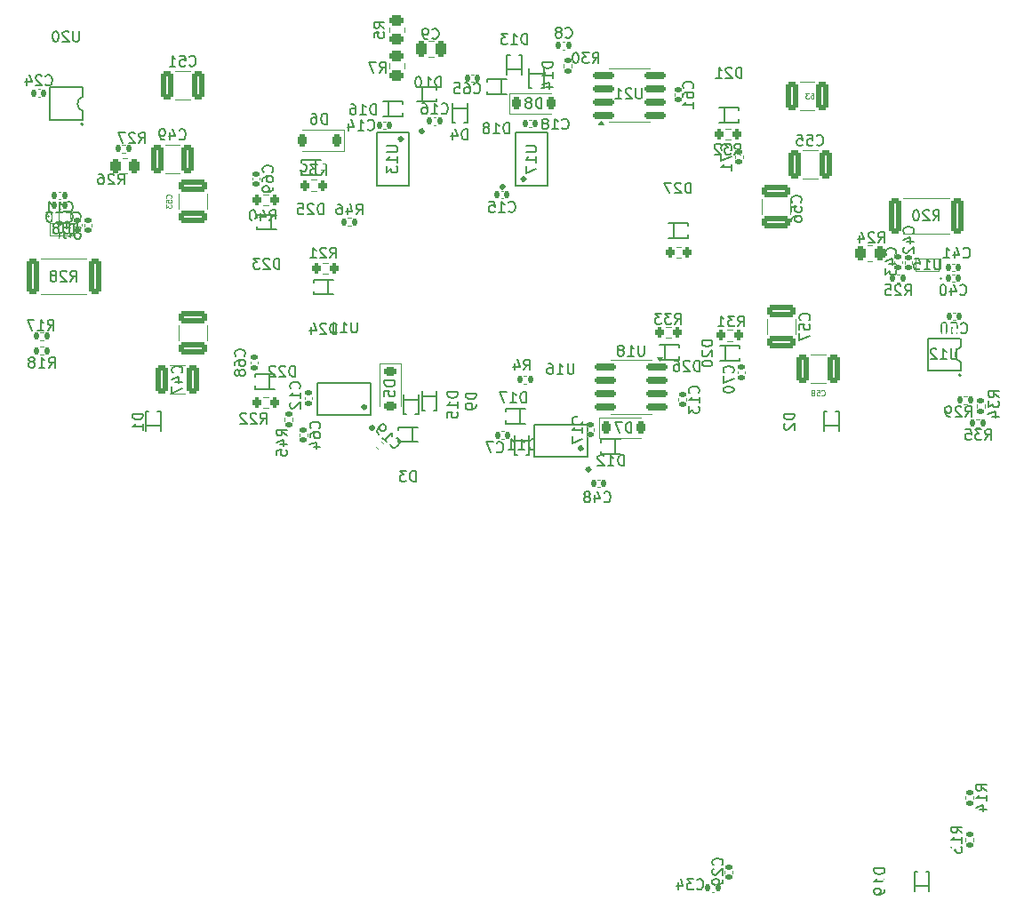
<source format=gbo>
G04 #@! TF.GenerationSoftware,KiCad,Pcbnew,8.0.6*
G04 #@! TF.CreationDate,2025-05-10T14:29:50+10:00*
G04 #@! TF.ProjectId,MPPT_V3,4d505054-5f56-4332-9e6b-696361645f70,rev?*
G04 #@! TF.SameCoordinates,Original*
G04 #@! TF.FileFunction,Legend,Bot*
G04 #@! TF.FilePolarity,Positive*
%FSLAX46Y46*%
G04 Gerber Fmt 4.6, Leading zero omitted, Abs format (unit mm)*
G04 Created by KiCad (PCBNEW 8.0.6) date 2025-05-10 14:29:50*
%MOMM*%
%LPD*%
G01*
G04 APERTURE LIST*
G04 Aperture macros list*
%AMRoundRect*
0 Rectangle with rounded corners*
0 $1 Rounding radius*
0 $2 $3 $4 $5 $6 $7 $8 $9 X,Y pos of 4 corners*
0 Add a 4 corners polygon primitive as box body*
4,1,4,$2,$3,$4,$5,$6,$7,$8,$9,$2,$3,0*
0 Add four circle primitives for the rounded corners*
1,1,$1+$1,$2,$3*
1,1,$1+$1,$4,$5*
1,1,$1+$1,$6,$7*
1,1,$1+$1,$8,$9*
0 Add four rect primitives between the rounded corners*
20,1,$1+$1,$2,$3,$4,$5,0*
20,1,$1+$1,$4,$5,$6,$7,0*
20,1,$1+$1,$6,$7,$8,$9,0*
20,1,$1+$1,$8,$9,$2,$3,0*%
G04 Aperture macros list end*
%ADD10C,0.150000*%
%ADD11C,0.080000*%
%ADD12C,0.120000*%
%ADD13C,0.200000*%
%ADD14C,0.300000*%
%ADD15C,0.250000*%
%ADD16R,1.700000X1.700000*%
%ADD17O,1.700000X1.700000*%
%ADD18C,5.000000*%
%ADD19C,6.000000*%
%ADD20C,2.200000*%
%ADD21C,0.650000*%
%ADD22O,2.100000X1.000000*%
%ADD23O,1.600000X1.000000*%
%ADD24C,3.000000*%
%ADD25C,1.600000*%
%ADD26C,3.800000*%
%ADD27O,2.200000X1.200000*%
%ADD28RoundRect,0.250000X-1.100000X0.325000X-1.100000X-0.325000X1.100000X-0.325000X1.100000X0.325000X0*%
%ADD29RoundRect,0.250000X-0.250000X-0.475000X0.250000X-0.475000X0.250000X0.475000X-0.250000X0.475000X0*%
%ADD30RoundRect,0.225000X-0.225000X-0.375000X0.225000X-0.375000X0.225000X0.375000X-0.225000X0.375000X0*%
%ADD31R,0.780000X0.500000*%
%ADD32R,0.300000X1.300000*%
%ADD33RoundRect,0.140000X0.170000X-0.140000X0.170000X0.140000X-0.170000X0.140000X-0.170000X-0.140000X0*%
%ADD34RoundRect,0.200000X-0.200000X-0.275000X0.200000X-0.275000X0.200000X0.275000X-0.200000X0.275000X0*%
%ADD35RoundRect,0.250000X0.325000X1.100000X-0.325000X1.100000X-0.325000X-1.100000X0.325000X-1.100000X0*%
%ADD36O,2.050000X0.590000*%
%ADD37RoundRect,0.140000X0.140000X0.170000X-0.140000X0.170000X-0.140000X-0.170000X0.140000X-0.170000X0*%
%ADD38RoundRect,0.250000X0.262500X0.450000X-0.262500X0.450000X-0.262500X-0.450000X0.262500X-0.450000X0*%
%ADD39RoundRect,0.135000X-0.135000X-0.185000X0.135000X-0.185000X0.135000X0.185000X-0.135000X0.185000X0*%
%ADD40RoundRect,0.150000X-0.825000X-0.150000X0.825000X-0.150000X0.825000X0.150000X-0.825000X0.150000X0*%
%ADD41RoundRect,0.140000X-0.170000X0.140000X-0.170000X-0.140000X0.170000X-0.140000X0.170000X0.140000X0*%
%ADD42RoundRect,0.140000X-0.140000X-0.170000X0.140000X-0.170000X0.140000X0.170000X-0.140000X0.170000X0*%
%ADD43RoundRect,0.135000X0.185000X-0.135000X0.185000X0.135000X-0.185000X0.135000X-0.185000X-0.135000X0*%
%ADD44R,0.500000X0.780000*%
%ADD45RoundRect,0.135000X0.135000X0.185000X-0.135000X0.185000X-0.135000X-0.185000X0.135000X-0.185000X0*%
%ADD46RoundRect,0.250000X0.362500X1.425000X-0.362500X1.425000X-0.362500X-1.425000X0.362500X-1.425000X0*%
%ADD47RoundRect,0.200000X0.200000X0.275000X-0.200000X0.275000X-0.200000X-0.275000X0.200000X-0.275000X0*%
%ADD48RoundRect,0.225000X-0.375000X0.225000X-0.375000X-0.225000X0.375000X-0.225000X0.375000X0.225000X0*%
%ADD49R,0.400000X0.800000*%
%ADD50RoundRect,0.250000X-0.362500X-1.425000X0.362500X-1.425000X0.362500X1.425000X-0.362500X1.425000X0*%
%ADD51RoundRect,0.250000X-0.325000X-1.100000X0.325000X-1.100000X0.325000X1.100000X-0.325000X1.100000X0*%
%ADD52RoundRect,0.250000X-0.262500X-0.450000X0.262500X-0.450000X0.262500X0.450000X-0.262500X0.450000X0*%
%ADD53RoundRect,0.135000X-0.185000X0.135000X-0.185000X-0.135000X0.185000X-0.135000X0.185000X0.135000X0*%
%ADD54RoundRect,0.250000X1.100000X-0.325000X1.100000X0.325000X-1.100000X0.325000X-1.100000X-0.325000X0*%
%ADD55RoundRect,0.225000X0.225000X0.375000X-0.225000X0.375000X-0.225000X-0.375000X0.225000X-0.375000X0*%
%ADD56O,0.590000X2.050000*%
%ADD57RoundRect,0.250000X-0.450000X0.262500X-0.450000X-0.262500X0.450000X-0.262500X0.450000X0.262500X0*%
%ADD58RoundRect,0.140000X0.219203X0.021213X0.021213X0.219203X-0.219203X-0.021213X-0.021213X-0.219203X0*%
%ADD59RoundRect,0.150000X0.825000X0.150000X-0.825000X0.150000X-0.825000X-0.150000X0.825000X-0.150000X0*%
G04 APERTURE END LIST*
D10*
X148992857Y-142509580D02*
X149040476Y-142557200D01*
X149040476Y-142557200D02*
X149183333Y-142604819D01*
X149183333Y-142604819D02*
X149278571Y-142604819D01*
X149278571Y-142604819D02*
X149421428Y-142557200D01*
X149421428Y-142557200D02*
X149516666Y-142461961D01*
X149516666Y-142461961D02*
X149564285Y-142366723D01*
X149564285Y-142366723D02*
X149611904Y-142176247D01*
X149611904Y-142176247D02*
X149611904Y-142033390D01*
X149611904Y-142033390D02*
X149564285Y-141842914D01*
X149564285Y-141842914D02*
X149516666Y-141747676D01*
X149516666Y-141747676D02*
X149421428Y-141652438D01*
X149421428Y-141652438D02*
X149278571Y-141604819D01*
X149278571Y-141604819D02*
X149183333Y-141604819D01*
X149183333Y-141604819D02*
X149040476Y-141652438D01*
X149040476Y-141652438D02*
X148992857Y-141700057D01*
X148659523Y-141604819D02*
X148040476Y-141604819D01*
X148040476Y-141604819D02*
X148373809Y-141985771D01*
X148373809Y-141985771D02*
X148230952Y-141985771D01*
X148230952Y-141985771D02*
X148135714Y-142033390D01*
X148135714Y-142033390D02*
X148088095Y-142081009D01*
X148088095Y-142081009D02*
X148040476Y-142176247D01*
X148040476Y-142176247D02*
X148040476Y-142414342D01*
X148040476Y-142414342D02*
X148088095Y-142509580D01*
X148088095Y-142509580D02*
X148135714Y-142557200D01*
X148135714Y-142557200D02*
X148230952Y-142604819D01*
X148230952Y-142604819D02*
X148516666Y-142604819D01*
X148516666Y-142604819D02*
X148611904Y-142557200D01*
X148611904Y-142557200D02*
X148659523Y-142509580D01*
X147183333Y-141938152D02*
X147183333Y-142604819D01*
X147421428Y-141557200D02*
X147659523Y-142271485D01*
X147659523Y-142271485D02*
X147040476Y-142271485D01*
D11*
X98879530Y-76703571D02*
X98903340Y-76679762D01*
X98903340Y-76679762D02*
X98927149Y-76608333D01*
X98927149Y-76608333D02*
X98927149Y-76560714D01*
X98927149Y-76560714D02*
X98903340Y-76489286D01*
X98903340Y-76489286D02*
X98855720Y-76441667D01*
X98855720Y-76441667D02*
X98808101Y-76417857D01*
X98808101Y-76417857D02*
X98712863Y-76394048D01*
X98712863Y-76394048D02*
X98641435Y-76394048D01*
X98641435Y-76394048D02*
X98546197Y-76417857D01*
X98546197Y-76417857D02*
X98498578Y-76441667D01*
X98498578Y-76441667D02*
X98450959Y-76489286D01*
X98450959Y-76489286D02*
X98427149Y-76560714D01*
X98427149Y-76560714D02*
X98427149Y-76608333D01*
X98427149Y-76608333D02*
X98450959Y-76679762D01*
X98450959Y-76679762D02*
X98474768Y-76703571D01*
X98427149Y-77155952D02*
X98427149Y-76917857D01*
X98427149Y-76917857D02*
X98665244Y-76894048D01*
X98665244Y-76894048D02*
X98641435Y-76917857D01*
X98641435Y-76917857D02*
X98617625Y-76965476D01*
X98617625Y-76965476D02*
X98617625Y-77084524D01*
X98617625Y-77084524D02*
X98641435Y-77132143D01*
X98641435Y-77132143D02*
X98665244Y-77155952D01*
X98665244Y-77155952D02*
X98712863Y-77179762D01*
X98712863Y-77179762D02*
X98831911Y-77179762D01*
X98831911Y-77179762D02*
X98879530Y-77155952D01*
X98879530Y-77155952D02*
X98903340Y-77132143D01*
X98903340Y-77132143D02*
X98927149Y-77084524D01*
X98927149Y-77084524D02*
X98927149Y-76965476D01*
X98927149Y-76965476D02*
X98903340Y-76917857D01*
X98903340Y-76917857D02*
X98879530Y-76894048D01*
X98427149Y-77346428D02*
X98427149Y-77655952D01*
X98427149Y-77655952D02*
X98617625Y-77489285D01*
X98617625Y-77489285D02*
X98617625Y-77560714D01*
X98617625Y-77560714D02*
X98641435Y-77608333D01*
X98641435Y-77608333D02*
X98665244Y-77632142D01*
X98665244Y-77632142D02*
X98712863Y-77655952D01*
X98712863Y-77655952D02*
X98831911Y-77655952D01*
X98831911Y-77655952D02*
X98879530Y-77632142D01*
X98879530Y-77632142D02*
X98903340Y-77608333D01*
X98903340Y-77608333D02*
X98927149Y-77560714D01*
X98927149Y-77560714D02*
X98927149Y-77417857D01*
X98927149Y-77417857D02*
X98903340Y-77370238D01*
X98903340Y-77370238D02*
X98879530Y-77346428D01*
D10*
X123766666Y-61459580D02*
X123814285Y-61507200D01*
X123814285Y-61507200D02*
X123957142Y-61554819D01*
X123957142Y-61554819D02*
X124052380Y-61554819D01*
X124052380Y-61554819D02*
X124195237Y-61507200D01*
X124195237Y-61507200D02*
X124290475Y-61411961D01*
X124290475Y-61411961D02*
X124338094Y-61316723D01*
X124338094Y-61316723D02*
X124385713Y-61126247D01*
X124385713Y-61126247D02*
X124385713Y-60983390D01*
X124385713Y-60983390D02*
X124338094Y-60792914D01*
X124338094Y-60792914D02*
X124290475Y-60697676D01*
X124290475Y-60697676D02*
X124195237Y-60602438D01*
X124195237Y-60602438D02*
X124052380Y-60554819D01*
X124052380Y-60554819D02*
X123957142Y-60554819D01*
X123957142Y-60554819D02*
X123814285Y-60602438D01*
X123814285Y-60602438D02*
X123766666Y-60650057D01*
X123290475Y-61554819D02*
X123099999Y-61554819D01*
X123099999Y-61554819D02*
X123004761Y-61507200D01*
X123004761Y-61507200D02*
X122957142Y-61459580D01*
X122957142Y-61459580D02*
X122861904Y-61316723D01*
X122861904Y-61316723D02*
X122814285Y-61126247D01*
X122814285Y-61126247D02*
X122814285Y-60745295D01*
X122814285Y-60745295D02*
X122861904Y-60650057D01*
X122861904Y-60650057D02*
X122909523Y-60602438D01*
X122909523Y-60602438D02*
X123004761Y-60554819D01*
X123004761Y-60554819D02*
X123195237Y-60554819D01*
X123195237Y-60554819D02*
X123290475Y-60602438D01*
X123290475Y-60602438D02*
X123338094Y-60650057D01*
X123338094Y-60650057D02*
X123385713Y-60745295D01*
X123385713Y-60745295D02*
X123385713Y-60983390D01*
X123385713Y-60983390D02*
X123338094Y-61078628D01*
X123338094Y-61078628D02*
X123290475Y-61126247D01*
X123290475Y-61126247D02*
X123195237Y-61173866D01*
X123195237Y-61173866D02*
X123004761Y-61173866D01*
X123004761Y-61173866D02*
X122909523Y-61126247D01*
X122909523Y-61126247D02*
X122861904Y-61078628D01*
X122861904Y-61078628D02*
X122814285Y-60983390D01*
X134188094Y-68154819D02*
X134188094Y-67154819D01*
X134188094Y-67154819D02*
X133949999Y-67154819D01*
X133949999Y-67154819D02*
X133807142Y-67202438D01*
X133807142Y-67202438D02*
X133711904Y-67297676D01*
X133711904Y-67297676D02*
X133664285Y-67392914D01*
X133664285Y-67392914D02*
X133616666Y-67583390D01*
X133616666Y-67583390D02*
X133616666Y-67726247D01*
X133616666Y-67726247D02*
X133664285Y-67916723D01*
X133664285Y-67916723D02*
X133711904Y-68011961D01*
X133711904Y-68011961D02*
X133807142Y-68107200D01*
X133807142Y-68107200D02*
X133949999Y-68154819D01*
X133949999Y-68154819D02*
X134188094Y-68154819D01*
X133045237Y-67583390D02*
X133140475Y-67535771D01*
X133140475Y-67535771D02*
X133188094Y-67488152D01*
X133188094Y-67488152D02*
X133235713Y-67392914D01*
X133235713Y-67392914D02*
X133235713Y-67345295D01*
X133235713Y-67345295D02*
X133188094Y-67250057D01*
X133188094Y-67250057D02*
X133140475Y-67202438D01*
X133140475Y-67202438D02*
X133045237Y-67154819D01*
X133045237Y-67154819D02*
X132854761Y-67154819D01*
X132854761Y-67154819D02*
X132759523Y-67202438D01*
X132759523Y-67202438D02*
X132711904Y-67250057D01*
X132711904Y-67250057D02*
X132664285Y-67345295D01*
X132664285Y-67345295D02*
X132664285Y-67392914D01*
X132664285Y-67392914D02*
X132711904Y-67488152D01*
X132711904Y-67488152D02*
X132759523Y-67535771D01*
X132759523Y-67535771D02*
X132854761Y-67583390D01*
X132854761Y-67583390D02*
X133045237Y-67583390D01*
X133045237Y-67583390D02*
X133140475Y-67631009D01*
X133140475Y-67631009D02*
X133188094Y-67678628D01*
X133188094Y-67678628D02*
X133235713Y-67773866D01*
X133235713Y-67773866D02*
X133235713Y-67964342D01*
X133235713Y-67964342D02*
X133188094Y-68059580D01*
X133188094Y-68059580D02*
X133140475Y-68107200D01*
X133140475Y-68107200D02*
X133045237Y-68154819D01*
X133045237Y-68154819D02*
X132854761Y-68154819D01*
X132854761Y-68154819D02*
X132759523Y-68107200D01*
X132759523Y-68107200D02*
X132711904Y-68059580D01*
X132711904Y-68059580D02*
X132664285Y-67964342D01*
X132664285Y-67964342D02*
X132664285Y-67773866D01*
X132664285Y-67773866D02*
X132711904Y-67678628D01*
X132711904Y-67678628D02*
X132759523Y-67631009D01*
X132759523Y-67631009D02*
X132854761Y-67583390D01*
X122198094Y-103704819D02*
X122198094Y-102704819D01*
X122198094Y-102704819D02*
X121959999Y-102704819D01*
X121959999Y-102704819D02*
X121817142Y-102752438D01*
X121817142Y-102752438D02*
X121721904Y-102847676D01*
X121721904Y-102847676D02*
X121674285Y-102942914D01*
X121674285Y-102942914D02*
X121626666Y-103133390D01*
X121626666Y-103133390D02*
X121626666Y-103276247D01*
X121626666Y-103276247D02*
X121674285Y-103466723D01*
X121674285Y-103466723D02*
X121721904Y-103561961D01*
X121721904Y-103561961D02*
X121817142Y-103657200D01*
X121817142Y-103657200D02*
X121959999Y-103704819D01*
X121959999Y-103704819D02*
X122198094Y-103704819D01*
X121293332Y-102704819D02*
X120674285Y-102704819D01*
X120674285Y-102704819D02*
X121007618Y-103085771D01*
X121007618Y-103085771D02*
X120864761Y-103085771D01*
X120864761Y-103085771D02*
X120769523Y-103133390D01*
X120769523Y-103133390D02*
X120721904Y-103181009D01*
X120721904Y-103181009D02*
X120674285Y-103276247D01*
X120674285Y-103276247D02*
X120674285Y-103514342D01*
X120674285Y-103514342D02*
X120721904Y-103609580D01*
X120721904Y-103609580D02*
X120769523Y-103657200D01*
X120769523Y-103657200D02*
X120864761Y-103704819D01*
X120864761Y-103704819D02*
X121150475Y-103704819D01*
X121150475Y-103704819D02*
X121245713Y-103657200D01*
X121245713Y-103657200D02*
X121293332Y-103609580D01*
X173738094Y-91054819D02*
X173738094Y-91864342D01*
X173738094Y-91864342D02*
X173690475Y-91959580D01*
X173690475Y-91959580D02*
X173642856Y-92007200D01*
X173642856Y-92007200D02*
X173547618Y-92054819D01*
X173547618Y-92054819D02*
X173357142Y-92054819D01*
X173357142Y-92054819D02*
X173261904Y-92007200D01*
X173261904Y-92007200D02*
X173214285Y-91959580D01*
X173214285Y-91959580D02*
X173166666Y-91864342D01*
X173166666Y-91864342D02*
X173166666Y-91054819D01*
X172166666Y-92054819D02*
X172738094Y-92054819D01*
X172452380Y-92054819D02*
X172452380Y-91054819D01*
X172452380Y-91054819D02*
X172547618Y-91197676D01*
X172547618Y-91197676D02*
X172642856Y-91292914D01*
X172642856Y-91292914D02*
X172738094Y-91340533D01*
X171785713Y-91150057D02*
X171738094Y-91102438D01*
X171738094Y-91102438D02*
X171642856Y-91054819D01*
X171642856Y-91054819D02*
X171404761Y-91054819D01*
X171404761Y-91054819D02*
X171309523Y-91102438D01*
X171309523Y-91102438D02*
X171261904Y-91150057D01*
X171261904Y-91150057D02*
X171214285Y-91245295D01*
X171214285Y-91245295D02*
X171214285Y-91340533D01*
X171214285Y-91340533D02*
X171261904Y-91483390D01*
X171261904Y-91483390D02*
X171833332Y-92054819D01*
X171833332Y-92054819D02*
X171214285Y-92054819D01*
X105859580Y-91757142D02*
X105907200Y-91709523D01*
X105907200Y-91709523D02*
X105954819Y-91566666D01*
X105954819Y-91566666D02*
X105954819Y-91471428D01*
X105954819Y-91471428D02*
X105907200Y-91328571D01*
X105907200Y-91328571D02*
X105811961Y-91233333D01*
X105811961Y-91233333D02*
X105716723Y-91185714D01*
X105716723Y-91185714D02*
X105526247Y-91138095D01*
X105526247Y-91138095D02*
X105383390Y-91138095D01*
X105383390Y-91138095D02*
X105192914Y-91185714D01*
X105192914Y-91185714D02*
X105097676Y-91233333D01*
X105097676Y-91233333D02*
X105002438Y-91328571D01*
X105002438Y-91328571D02*
X104954819Y-91471428D01*
X104954819Y-91471428D02*
X104954819Y-91566666D01*
X104954819Y-91566666D02*
X105002438Y-91709523D01*
X105002438Y-91709523D02*
X105050057Y-91757142D01*
X104954819Y-92614285D02*
X104954819Y-92423809D01*
X104954819Y-92423809D02*
X105002438Y-92328571D01*
X105002438Y-92328571D02*
X105050057Y-92280952D01*
X105050057Y-92280952D02*
X105192914Y-92185714D01*
X105192914Y-92185714D02*
X105383390Y-92138095D01*
X105383390Y-92138095D02*
X105764342Y-92138095D01*
X105764342Y-92138095D02*
X105859580Y-92185714D01*
X105859580Y-92185714D02*
X105907200Y-92233333D01*
X105907200Y-92233333D02*
X105954819Y-92328571D01*
X105954819Y-92328571D02*
X105954819Y-92519047D01*
X105954819Y-92519047D02*
X105907200Y-92614285D01*
X105907200Y-92614285D02*
X105859580Y-92661904D01*
X105859580Y-92661904D02*
X105764342Y-92709523D01*
X105764342Y-92709523D02*
X105526247Y-92709523D01*
X105526247Y-92709523D02*
X105431009Y-92661904D01*
X105431009Y-92661904D02*
X105383390Y-92614285D01*
X105383390Y-92614285D02*
X105335771Y-92519047D01*
X105335771Y-92519047D02*
X105335771Y-92328571D01*
X105335771Y-92328571D02*
X105383390Y-92233333D01*
X105383390Y-92233333D02*
X105431009Y-92185714D01*
X105431009Y-92185714D02*
X105526247Y-92138095D01*
X105383390Y-93280952D02*
X105335771Y-93185714D01*
X105335771Y-93185714D02*
X105288152Y-93138095D01*
X105288152Y-93138095D02*
X105192914Y-93090476D01*
X105192914Y-93090476D02*
X105145295Y-93090476D01*
X105145295Y-93090476D02*
X105050057Y-93138095D01*
X105050057Y-93138095D02*
X105002438Y-93185714D01*
X105002438Y-93185714D02*
X104954819Y-93280952D01*
X104954819Y-93280952D02*
X104954819Y-93471428D01*
X104954819Y-93471428D02*
X105002438Y-93566666D01*
X105002438Y-93566666D02*
X105050057Y-93614285D01*
X105050057Y-93614285D02*
X105145295Y-93661904D01*
X105145295Y-93661904D02*
X105192914Y-93661904D01*
X105192914Y-93661904D02*
X105288152Y-93614285D01*
X105288152Y-93614285D02*
X105335771Y-93566666D01*
X105335771Y-93566666D02*
X105383390Y-93471428D01*
X105383390Y-93471428D02*
X105383390Y-93280952D01*
X105383390Y-93280952D02*
X105431009Y-93185714D01*
X105431009Y-93185714D02*
X105478628Y-93138095D01*
X105478628Y-93138095D02*
X105573866Y-93090476D01*
X105573866Y-93090476D02*
X105764342Y-93090476D01*
X105764342Y-93090476D02*
X105859580Y-93138095D01*
X105859580Y-93138095D02*
X105907200Y-93185714D01*
X105907200Y-93185714D02*
X105954819Y-93280952D01*
X105954819Y-93280952D02*
X105954819Y-93471428D01*
X105954819Y-93471428D02*
X105907200Y-93566666D01*
X105907200Y-93566666D02*
X105859580Y-93614285D01*
X105859580Y-93614285D02*
X105764342Y-93661904D01*
X105764342Y-93661904D02*
X105573866Y-93661904D01*
X105573866Y-93661904D02*
X105478628Y-93614285D01*
X105478628Y-93614285D02*
X105431009Y-93566666D01*
X105431009Y-93566666D02*
X105383390Y-93471428D01*
X152892857Y-88954819D02*
X153226190Y-88478628D01*
X153464285Y-88954819D02*
X153464285Y-87954819D01*
X153464285Y-87954819D02*
X153083333Y-87954819D01*
X153083333Y-87954819D02*
X152988095Y-88002438D01*
X152988095Y-88002438D02*
X152940476Y-88050057D01*
X152940476Y-88050057D02*
X152892857Y-88145295D01*
X152892857Y-88145295D02*
X152892857Y-88288152D01*
X152892857Y-88288152D02*
X152940476Y-88383390D01*
X152940476Y-88383390D02*
X152988095Y-88431009D01*
X152988095Y-88431009D02*
X153083333Y-88478628D01*
X153083333Y-88478628D02*
X153464285Y-88478628D01*
X152559523Y-87954819D02*
X151940476Y-87954819D01*
X151940476Y-87954819D02*
X152273809Y-88335771D01*
X152273809Y-88335771D02*
X152130952Y-88335771D01*
X152130952Y-88335771D02*
X152035714Y-88383390D01*
X152035714Y-88383390D02*
X151988095Y-88431009D01*
X151988095Y-88431009D02*
X151940476Y-88526247D01*
X151940476Y-88526247D02*
X151940476Y-88764342D01*
X151940476Y-88764342D02*
X151988095Y-88859580D01*
X151988095Y-88859580D02*
X152035714Y-88907200D01*
X152035714Y-88907200D02*
X152130952Y-88954819D01*
X152130952Y-88954819D02*
X152416666Y-88954819D01*
X152416666Y-88954819D02*
X152511904Y-88907200D01*
X152511904Y-88907200D02*
X152559523Y-88859580D01*
X150988095Y-88954819D02*
X151559523Y-88954819D01*
X151273809Y-88954819D02*
X151273809Y-87954819D01*
X151273809Y-87954819D02*
X151369047Y-88097676D01*
X151369047Y-88097676D02*
X151464285Y-88192914D01*
X151464285Y-88192914D02*
X151559523Y-88240533D01*
X99667857Y-71059580D02*
X99715476Y-71107200D01*
X99715476Y-71107200D02*
X99858333Y-71154819D01*
X99858333Y-71154819D02*
X99953571Y-71154819D01*
X99953571Y-71154819D02*
X100096428Y-71107200D01*
X100096428Y-71107200D02*
X100191666Y-71011961D01*
X100191666Y-71011961D02*
X100239285Y-70916723D01*
X100239285Y-70916723D02*
X100286904Y-70726247D01*
X100286904Y-70726247D02*
X100286904Y-70583390D01*
X100286904Y-70583390D02*
X100239285Y-70392914D01*
X100239285Y-70392914D02*
X100191666Y-70297676D01*
X100191666Y-70297676D02*
X100096428Y-70202438D01*
X100096428Y-70202438D02*
X99953571Y-70154819D01*
X99953571Y-70154819D02*
X99858333Y-70154819D01*
X99858333Y-70154819D02*
X99715476Y-70202438D01*
X99715476Y-70202438D02*
X99667857Y-70250057D01*
X98810714Y-70488152D02*
X98810714Y-71154819D01*
X99048809Y-70107200D02*
X99286904Y-70821485D01*
X99286904Y-70821485D02*
X98667857Y-70821485D01*
X98239285Y-71154819D02*
X98048809Y-71154819D01*
X98048809Y-71154819D02*
X97953571Y-71107200D01*
X97953571Y-71107200D02*
X97905952Y-71059580D01*
X97905952Y-71059580D02*
X97810714Y-70916723D01*
X97810714Y-70916723D02*
X97763095Y-70726247D01*
X97763095Y-70726247D02*
X97763095Y-70345295D01*
X97763095Y-70345295D02*
X97810714Y-70250057D01*
X97810714Y-70250057D02*
X97858333Y-70202438D01*
X97858333Y-70202438D02*
X97953571Y-70154819D01*
X97953571Y-70154819D02*
X98144047Y-70154819D01*
X98144047Y-70154819D02*
X98239285Y-70202438D01*
X98239285Y-70202438D02*
X98286904Y-70250057D01*
X98286904Y-70250057D02*
X98334523Y-70345295D01*
X98334523Y-70345295D02*
X98334523Y-70583390D01*
X98334523Y-70583390D02*
X98286904Y-70678628D01*
X98286904Y-70678628D02*
X98239285Y-70726247D01*
X98239285Y-70726247D02*
X98144047Y-70773866D01*
X98144047Y-70773866D02*
X97953571Y-70773866D01*
X97953571Y-70773866D02*
X97858333Y-70726247D01*
X97858333Y-70726247D02*
X97810714Y-70678628D01*
X97810714Y-70678628D02*
X97763095Y-70583390D01*
X132684819Y-71761905D02*
X133494342Y-71761905D01*
X133494342Y-71761905D02*
X133589580Y-71809524D01*
X133589580Y-71809524D02*
X133637200Y-71857143D01*
X133637200Y-71857143D02*
X133684819Y-71952381D01*
X133684819Y-71952381D02*
X133684819Y-72142857D01*
X133684819Y-72142857D02*
X133637200Y-72238095D01*
X133637200Y-72238095D02*
X133589580Y-72285714D01*
X133589580Y-72285714D02*
X133494342Y-72333333D01*
X133494342Y-72333333D02*
X132684819Y-72333333D01*
X133684819Y-73333333D02*
X133684819Y-72761905D01*
X133684819Y-73047619D02*
X132684819Y-73047619D01*
X132684819Y-73047619D02*
X132827676Y-72952381D01*
X132827676Y-72952381D02*
X132922914Y-72857143D01*
X132922914Y-72857143D02*
X132970533Y-72761905D01*
X132684819Y-73666667D02*
X132684819Y-74333333D01*
X132684819Y-74333333D02*
X133684819Y-73904762D01*
X100642857Y-64059580D02*
X100690476Y-64107200D01*
X100690476Y-64107200D02*
X100833333Y-64154819D01*
X100833333Y-64154819D02*
X100928571Y-64154819D01*
X100928571Y-64154819D02*
X101071428Y-64107200D01*
X101071428Y-64107200D02*
X101166666Y-64011961D01*
X101166666Y-64011961D02*
X101214285Y-63916723D01*
X101214285Y-63916723D02*
X101261904Y-63726247D01*
X101261904Y-63726247D02*
X101261904Y-63583390D01*
X101261904Y-63583390D02*
X101214285Y-63392914D01*
X101214285Y-63392914D02*
X101166666Y-63297676D01*
X101166666Y-63297676D02*
X101071428Y-63202438D01*
X101071428Y-63202438D02*
X100928571Y-63154819D01*
X100928571Y-63154819D02*
X100833333Y-63154819D01*
X100833333Y-63154819D02*
X100690476Y-63202438D01*
X100690476Y-63202438D02*
X100642857Y-63250057D01*
X99738095Y-63154819D02*
X100214285Y-63154819D01*
X100214285Y-63154819D02*
X100261904Y-63631009D01*
X100261904Y-63631009D02*
X100214285Y-63583390D01*
X100214285Y-63583390D02*
X100119047Y-63535771D01*
X100119047Y-63535771D02*
X99880952Y-63535771D01*
X99880952Y-63535771D02*
X99785714Y-63583390D01*
X99785714Y-63583390D02*
X99738095Y-63631009D01*
X99738095Y-63631009D02*
X99690476Y-63726247D01*
X99690476Y-63726247D02*
X99690476Y-63964342D01*
X99690476Y-63964342D02*
X99738095Y-64059580D01*
X99738095Y-64059580D02*
X99785714Y-64107200D01*
X99785714Y-64107200D02*
X99880952Y-64154819D01*
X99880952Y-64154819D02*
X100119047Y-64154819D01*
X100119047Y-64154819D02*
X100214285Y-64107200D01*
X100214285Y-64107200D02*
X100261904Y-64059580D01*
X98738095Y-64154819D02*
X99309523Y-64154819D01*
X99023809Y-64154819D02*
X99023809Y-63154819D01*
X99023809Y-63154819D02*
X99119047Y-63297676D01*
X99119047Y-63297676D02*
X99214285Y-63392914D01*
X99214285Y-63392914D02*
X99309523Y-63440533D01*
X140142857Y-105609580D02*
X140190476Y-105657200D01*
X140190476Y-105657200D02*
X140333333Y-105704819D01*
X140333333Y-105704819D02*
X140428571Y-105704819D01*
X140428571Y-105704819D02*
X140571428Y-105657200D01*
X140571428Y-105657200D02*
X140666666Y-105561961D01*
X140666666Y-105561961D02*
X140714285Y-105466723D01*
X140714285Y-105466723D02*
X140761904Y-105276247D01*
X140761904Y-105276247D02*
X140761904Y-105133390D01*
X140761904Y-105133390D02*
X140714285Y-104942914D01*
X140714285Y-104942914D02*
X140666666Y-104847676D01*
X140666666Y-104847676D02*
X140571428Y-104752438D01*
X140571428Y-104752438D02*
X140428571Y-104704819D01*
X140428571Y-104704819D02*
X140333333Y-104704819D01*
X140333333Y-104704819D02*
X140190476Y-104752438D01*
X140190476Y-104752438D02*
X140142857Y-104800057D01*
X139285714Y-105038152D02*
X139285714Y-105704819D01*
X139523809Y-104657200D02*
X139761904Y-105371485D01*
X139761904Y-105371485D02*
X139142857Y-105371485D01*
X138619047Y-105133390D02*
X138714285Y-105085771D01*
X138714285Y-105085771D02*
X138761904Y-105038152D01*
X138761904Y-105038152D02*
X138809523Y-104942914D01*
X138809523Y-104942914D02*
X138809523Y-104895295D01*
X138809523Y-104895295D02*
X138761904Y-104800057D01*
X138761904Y-104800057D02*
X138714285Y-104752438D01*
X138714285Y-104752438D02*
X138619047Y-104704819D01*
X138619047Y-104704819D02*
X138428571Y-104704819D01*
X138428571Y-104704819D02*
X138333333Y-104752438D01*
X138333333Y-104752438D02*
X138285714Y-104800057D01*
X138285714Y-104800057D02*
X138238095Y-104895295D01*
X138238095Y-104895295D02*
X138238095Y-104942914D01*
X138238095Y-104942914D02*
X138285714Y-105038152D01*
X138285714Y-105038152D02*
X138333333Y-105085771D01*
X138333333Y-105085771D02*
X138428571Y-105133390D01*
X138428571Y-105133390D02*
X138619047Y-105133390D01*
X138619047Y-105133390D02*
X138714285Y-105181009D01*
X138714285Y-105181009D02*
X138761904Y-105228628D01*
X138761904Y-105228628D02*
X138809523Y-105323866D01*
X138809523Y-105323866D02*
X138809523Y-105514342D01*
X138809523Y-105514342D02*
X138761904Y-105609580D01*
X138761904Y-105609580D02*
X138714285Y-105657200D01*
X138714285Y-105657200D02*
X138619047Y-105704819D01*
X138619047Y-105704819D02*
X138428571Y-105704819D01*
X138428571Y-105704819D02*
X138333333Y-105657200D01*
X138333333Y-105657200D02*
X138285714Y-105609580D01*
X138285714Y-105609580D02*
X138238095Y-105514342D01*
X138238095Y-105514342D02*
X138238095Y-105323866D01*
X138238095Y-105323866D02*
X138285714Y-105228628D01*
X138285714Y-105228628D02*
X138333333Y-105181009D01*
X138333333Y-105181009D02*
X138428571Y-105133390D01*
X149214285Y-93204819D02*
X149214285Y-92204819D01*
X149214285Y-92204819D02*
X148976190Y-92204819D01*
X148976190Y-92204819D02*
X148833333Y-92252438D01*
X148833333Y-92252438D02*
X148738095Y-92347676D01*
X148738095Y-92347676D02*
X148690476Y-92442914D01*
X148690476Y-92442914D02*
X148642857Y-92633390D01*
X148642857Y-92633390D02*
X148642857Y-92776247D01*
X148642857Y-92776247D02*
X148690476Y-92966723D01*
X148690476Y-92966723D02*
X148738095Y-93061961D01*
X148738095Y-93061961D02*
X148833333Y-93157200D01*
X148833333Y-93157200D02*
X148976190Y-93204819D01*
X148976190Y-93204819D02*
X149214285Y-93204819D01*
X148261904Y-92300057D02*
X148214285Y-92252438D01*
X148214285Y-92252438D02*
X148119047Y-92204819D01*
X148119047Y-92204819D02*
X147880952Y-92204819D01*
X147880952Y-92204819D02*
X147785714Y-92252438D01*
X147785714Y-92252438D02*
X147738095Y-92300057D01*
X147738095Y-92300057D02*
X147690476Y-92395295D01*
X147690476Y-92395295D02*
X147690476Y-92490533D01*
X147690476Y-92490533D02*
X147738095Y-92633390D01*
X147738095Y-92633390D02*
X148309523Y-93204819D01*
X148309523Y-93204819D02*
X147690476Y-93204819D01*
X146833333Y-92204819D02*
X147023809Y-92204819D01*
X147023809Y-92204819D02*
X147119047Y-92252438D01*
X147119047Y-92252438D02*
X147166666Y-92300057D01*
X147166666Y-92300057D02*
X147261904Y-92442914D01*
X147261904Y-92442914D02*
X147309523Y-92633390D01*
X147309523Y-92633390D02*
X147309523Y-93014342D01*
X147309523Y-93014342D02*
X147261904Y-93109580D01*
X147261904Y-93109580D02*
X147214285Y-93157200D01*
X147214285Y-93157200D02*
X147119047Y-93204819D01*
X147119047Y-93204819D02*
X146928571Y-93204819D01*
X146928571Y-93204819D02*
X146833333Y-93157200D01*
X146833333Y-93157200D02*
X146785714Y-93109580D01*
X146785714Y-93109580D02*
X146738095Y-93014342D01*
X146738095Y-93014342D02*
X146738095Y-92776247D01*
X146738095Y-92776247D02*
X146785714Y-92681009D01*
X146785714Y-92681009D02*
X146833333Y-92633390D01*
X146833333Y-92633390D02*
X146928571Y-92585771D01*
X146928571Y-92585771D02*
X147119047Y-92585771D01*
X147119047Y-92585771D02*
X147214285Y-92633390D01*
X147214285Y-92633390D02*
X147261904Y-92681009D01*
X147261904Y-92681009D02*
X147309523Y-92776247D01*
X93842857Y-75404819D02*
X94176190Y-74928628D01*
X94414285Y-75404819D02*
X94414285Y-74404819D01*
X94414285Y-74404819D02*
X94033333Y-74404819D01*
X94033333Y-74404819D02*
X93938095Y-74452438D01*
X93938095Y-74452438D02*
X93890476Y-74500057D01*
X93890476Y-74500057D02*
X93842857Y-74595295D01*
X93842857Y-74595295D02*
X93842857Y-74738152D01*
X93842857Y-74738152D02*
X93890476Y-74833390D01*
X93890476Y-74833390D02*
X93938095Y-74881009D01*
X93938095Y-74881009D02*
X94033333Y-74928628D01*
X94033333Y-74928628D02*
X94414285Y-74928628D01*
X93461904Y-74500057D02*
X93414285Y-74452438D01*
X93414285Y-74452438D02*
X93319047Y-74404819D01*
X93319047Y-74404819D02*
X93080952Y-74404819D01*
X93080952Y-74404819D02*
X92985714Y-74452438D01*
X92985714Y-74452438D02*
X92938095Y-74500057D01*
X92938095Y-74500057D02*
X92890476Y-74595295D01*
X92890476Y-74595295D02*
X92890476Y-74690533D01*
X92890476Y-74690533D02*
X92938095Y-74833390D01*
X92938095Y-74833390D02*
X93509523Y-75404819D01*
X93509523Y-75404819D02*
X92890476Y-75404819D01*
X92033333Y-74404819D02*
X92223809Y-74404819D01*
X92223809Y-74404819D02*
X92319047Y-74452438D01*
X92319047Y-74452438D02*
X92366666Y-74500057D01*
X92366666Y-74500057D02*
X92461904Y-74642914D01*
X92461904Y-74642914D02*
X92509523Y-74833390D01*
X92509523Y-74833390D02*
X92509523Y-75214342D01*
X92509523Y-75214342D02*
X92461904Y-75309580D01*
X92461904Y-75309580D02*
X92414285Y-75357200D01*
X92414285Y-75357200D02*
X92319047Y-75404819D01*
X92319047Y-75404819D02*
X92128571Y-75404819D01*
X92128571Y-75404819D02*
X92033333Y-75357200D01*
X92033333Y-75357200D02*
X91985714Y-75309580D01*
X91985714Y-75309580D02*
X91938095Y-75214342D01*
X91938095Y-75214342D02*
X91938095Y-74976247D01*
X91938095Y-74976247D02*
X91985714Y-74881009D01*
X91985714Y-74881009D02*
X92033333Y-74833390D01*
X92033333Y-74833390D02*
X92128571Y-74785771D01*
X92128571Y-74785771D02*
X92319047Y-74785771D01*
X92319047Y-74785771D02*
X92414285Y-74833390D01*
X92414285Y-74833390D02*
X92461904Y-74881009D01*
X92461904Y-74881009D02*
X92509523Y-74976247D01*
X110714285Y-93704819D02*
X110714285Y-92704819D01*
X110714285Y-92704819D02*
X110476190Y-92704819D01*
X110476190Y-92704819D02*
X110333333Y-92752438D01*
X110333333Y-92752438D02*
X110238095Y-92847676D01*
X110238095Y-92847676D02*
X110190476Y-92942914D01*
X110190476Y-92942914D02*
X110142857Y-93133390D01*
X110142857Y-93133390D02*
X110142857Y-93276247D01*
X110142857Y-93276247D02*
X110190476Y-93466723D01*
X110190476Y-93466723D02*
X110238095Y-93561961D01*
X110238095Y-93561961D02*
X110333333Y-93657200D01*
X110333333Y-93657200D02*
X110476190Y-93704819D01*
X110476190Y-93704819D02*
X110714285Y-93704819D01*
X109761904Y-92800057D02*
X109714285Y-92752438D01*
X109714285Y-92752438D02*
X109619047Y-92704819D01*
X109619047Y-92704819D02*
X109380952Y-92704819D01*
X109380952Y-92704819D02*
X109285714Y-92752438D01*
X109285714Y-92752438D02*
X109238095Y-92800057D01*
X109238095Y-92800057D02*
X109190476Y-92895295D01*
X109190476Y-92895295D02*
X109190476Y-92990533D01*
X109190476Y-92990533D02*
X109238095Y-93133390D01*
X109238095Y-93133390D02*
X109809523Y-93704819D01*
X109809523Y-93704819D02*
X109190476Y-93704819D01*
X108809523Y-92800057D02*
X108761904Y-92752438D01*
X108761904Y-92752438D02*
X108666666Y-92704819D01*
X108666666Y-92704819D02*
X108428571Y-92704819D01*
X108428571Y-92704819D02*
X108333333Y-92752438D01*
X108333333Y-92752438D02*
X108285714Y-92800057D01*
X108285714Y-92800057D02*
X108238095Y-92895295D01*
X108238095Y-92895295D02*
X108238095Y-92990533D01*
X108238095Y-92990533D02*
X108285714Y-93133390D01*
X108285714Y-93133390D02*
X108857142Y-93704819D01*
X108857142Y-93704819D02*
X108238095Y-93704819D01*
X87142857Y-89304819D02*
X87476190Y-88828628D01*
X87714285Y-89304819D02*
X87714285Y-88304819D01*
X87714285Y-88304819D02*
X87333333Y-88304819D01*
X87333333Y-88304819D02*
X87238095Y-88352438D01*
X87238095Y-88352438D02*
X87190476Y-88400057D01*
X87190476Y-88400057D02*
X87142857Y-88495295D01*
X87142857Y-88495295D02*
X87142857Y-88638152D01*
X87142857Y-88638152D02*
X87190476Y-88733390D01*
X87190476Y-88733390D02*
X87238095Y-88781009D01*
X87238095Y-88781009D02*
X87333333Y-88828628D01*
X87333333Y-88828628D02*
X87714285Y-88828628D01*
X86190476Y-89304819D02*
X86761904Y-89304819D01*
X86476190Y-89304819D02*
X86476190Y-88304819D01*
X86476190Y-88304819D02*
X86571428Y-88447676D01*
X86571428Y-88447676D02*
X86666666Y-88542914D01*
X86666666Y-88542914D02*
X86761904Y-88590533D01*
X85857142Y-88304819D02*
X85190476Y-88304819D01*
X85190476Y-88304819D02*
X85619047Y-89304819D01*
X119454819Y-71761905D02*
X120264342Y-71761905D01*
X120264342Y-71761905D02*
X120359580Y-71809524D01*
X120359580Y-71809524D02*
X120407200Y-71857143D01*
X120407200Y-71857143D02*
X120454819Y-71952381D01*
X120454819Y-71952381D02*
X120454819Y-72142857D01*
X120454819Y-72142857D02*
X120407200Y-72238095D01*
X120407200Y-72238095D02*
X120359580Y-72285714D01*
X120359580Y-72285714D02*
X120264342Y-72333333D01*
X120264342Y-72333333D02*
X119454819Y-72333333D01*
X120454819Y-73333333D02*
X120454819Y-72761905D01*
X120454819Y-73047619D02*
X119454819Y-73047619D01*
X119454819Y-73047619D02*
X119597676Y-72952381D01*
X119597676Y-72952381D02*
X119692914Y-72857143D01*
X119692914Y-72857143D02*
X119740533Y-72761905D01*
X119454819Y-73666667D02*
X119454819Y-74285714D01*
X119454819Y-74285714D02*
X119835771Y-73952381D01*
X119835771Y-73952381D02*
X119835771Y-74095238D01*
X119835771Y-74095238D02*
X119883390Y-74190476D01*
X119883390Y-74190476D02*
X119931009Y-74238095D01*
X119931009Y-74238095D02*
X120026247Y-74285714D01*
X120026247Y-74285714D02*
X120264342Y-74285714D01*
X120264342Y-74285714D02*
X120359580Y-74238095D01*
X120359580Y-74238095D02*
X120407200Y-74190476D01*
X120407200Y-74190476D02*
X120454819Y-74095238D01*
X120454819Y-74095238D02*
X120454819Y-73809524D01*
X120454819Y-73809524D02*
X120407200Y-73714286D01*
X120407200Y-73714286D02*
X120359580Y-73666667D01*
X86952857Y-65899580D02*
X87000476Y-65947200D01*
X87000476Y-65947200D02*
X87143333Y-65994819D01*
X87143333Y-65994819D02*
X87238571Y-65994819D01*
X87238571Y-65994819D02*
X87381428Y-65947200D01*
X87381428Y-65947200D02*
X87476666Y-65851961D01*
X87476666Y-65851961D02*
X87524285Y-65756723D01*
X87524285Y-65756723D02*
X87571904Y-65566247D01*
X87571904Y-65566247D02*
X87571904Y-65423390D01*
X87571904Y-65423390D02*
X87524285Y-65232914D01*
X87524285Y-65232914D02*
X87476666Y-65137676D01*
X87476666Y-65137676D02*
X87381428Y-65042438D01*
X87381428Y-65042438D02*
X87238571Y-64994819D01*
X87238571Y-64994819D02*
X87143333Y-64994819D01*
X87143333Y-64994819D02*
X87000476Y-65042438D01*
X87000476Y-65042438D02*
X86952857Y-65090057D01*
X86571904Y-65090057D02*
X86524285Y-65042438D01*
X86524285Y-65042438D02*
X86429047Y-64994819D01*
X86429047Y-64994819D02*
X86190952Y-64994819D01*
X86190952Y-64994819D02*
X86095714Y-65042438D01*
X86095714Y-65042438D02*
X86048095Y-65090057D01*
X86048095Y-65090057D02*
X86000476Y-65185295D01*
X86000476Y-65185295D02*
X86000476Y-65280533D01*
X86000476Y-65280533D02*
X86048095Y-65423390D01*
X86048095Y-65423390D02*
X86619523Y-65994819D01*
X86619523Y-65994819D02*
X86000476Y-65994819D01*
X85143333Y-65328152D02*
X85143333Y-65994819D01*
X85381428Y-64947200D02*
X85619523Y-65661485D01*
X85619523Y-65661485D02*
X85000476Y-65661485D01*
X143738094Y-66224819D02*
X143738094Y-67034342D01*
X143738094Y-67034342D02*
X143690475Y-67129580D01*
X143690475Y-67129580D02*
X143642856Y-67177200D01*
X143642856Y-67177200D02*
X143547618Y-67224819D01*
X143547618Y-67224819D02*
X143357142Y-67224819D01*
X143357142Y-67224819D02*
X143261904Y-67177200D01*
X143261904Y-67177200D02*
X143214285Y-67129580D01*
X143214285Y-67129580D02*
X143166666Y-67034342D01*
X143166666Y-67034342D02*
X143166666Y-66224819D01*
X142738094Y-66320057D02*
X142690475Y-66272438D01*
X142690475Y-66272438D02*
X142595237Y-66224819D01*
X142595237Y-66224819D02*
X142357142Y-66224819D01*
X142357142Y-66224819D02*
X142261904Y-66272438D01*
X142261904Y-66272438D02*
X142214285Y-66320057D01*
X142214285Y-66320057D02*
X142166666Y-66415295D01*
X142166666Y-66415295D02*
X142166666Y-66510533D01*
X142166666Y-66510533D02*
X142214285Y-66653390D01*
X142214285Y-66653390D02*
X142785713Y-67224819D01*
X142785713Y-67224819D02*
X142166666Y-67224819D01*
X141214285Y-67224819D02*
X141785713Y-67224819D01*
X141499999Y-67224819D02*
X141499999Y-66224819D01*
X141499999Y-66224819D02*
X141595237Y-66367676D01*
X141595237Y-66367676D02*
X141690475Y-66462914D01*
X141690475Y-66462914D02*
X141785713Y-66510533D01*
X137999580Y-98157142D02*
X138047200Y-98109523D01*
X138047200Y-98109523D02*
X138094819Y-97966666D01*
X138094819Y-97966666D02*
X138094819Y-97871428D01*
X138094819Y-97871428D02*
X138047200Y-97728571D01*
X138047200Y-97728571D02*
X137951961Y-97633333D01*
X137951961Y-97633333D02*
X137856723Y-97585714D01*
X137856723Y-97585714D02*
X137666247Y-97538095D01*
X137666247Y-97538095D02*
X137523390Y-97538095D01*
X137523390Y-97538095D02*
X137332914Y-97585714D01*
X137332914Y-97585714D02*
X137237676Y-97633333D01*
X137237676Y-97633333D02*
X137142438Y-97728571D01*
X137142438Y-97728571D02*
X137094819Y-97871428D01*
X137094819Y-97871428D02*
X137094819Y-97966666D01*
X137094819Y-97966666D02*
X137142438Y-98109523D01*
X137142438Y-98109523D02*
X137190057Y-98157142D01*
X138094819Y-99109523D02*
X138094819Y-98538095D01*
X138094819Y-98823809D02*
X137094819Y-98823809D01*
X137094819Y-98823809D02*
X137237676Y-98728571D01*
X137237676Y-98728571D02*
X137332914Y-98633333D01*
X137332914Y-98633333D02*
X137380533Y-98538095D01*
X137094819Y-99442857D02*
X137094819Y-100109523D01*
X137094819Y-100109523D02*
X138094819Y-99680952D01*
X88912857Y-78919580D02*
X88960476Y-78967200D01*
X88960476Y-78967200D02*
X89103333Y-79014819D01*
X89103333Y-79014819D02*
X89198571Y-79014819D01*
X89198571Y-79014819D02*
X89341428Y-78967200D01*
X89341428Y-78967200D02*
X89436666Y-78871961D01*
X89436666Y-78871961D02*
X89484285Y-78776723D01*
X89484285Y-78776723D02*
X89531904Y-78586247D01*
X89531904Y-78586247D02*
X89531904Y-78443390D01*
X89531904Y-78443390D02*
X89484285Y-78252914D01*
X89484285Y-78252914D02*
X89436666Y-78157676D01*
X89436666Y-78157676D02*
X89341428Y-78062438D01*
X89341428Y-78062438D02*
X89198571Y-78014819D01*
X89198571Y-78014819D02*
X89103333Y-78014819D01*
X89103333Y-78014819D02*
X88960476Y-78062438D01*
X88960476Y-78062438D02*
X88912857Y-78110057D01*
X87960476Y-79014819D02*
X88531904Y-79014819D01*
X88246190Y-79014819D02*
X88246190Y-78014819D01*
X88246190Y-78014819D02*
X88341428Y-78157676D01*
X88341428Y-78157676D02*
X88436666Y-78252914D01*
X88436666Y-78252914D02*
X88531904Y-78300533D01*
X87341428Y-78014819D02*
X87246190Y-78014819D01*
X87246190Y-78014819D02*
X87150952Y-78062438D01*
X87150952Y-78062438D02*
X87103333Y-78110057D01*
X87103333Y-78110057D02*
X87055714Y-78205295D01*
X87055714Y-78205295D02*
X87008095Y-78395771D01*
X87008095Y-78395771D02*
X87008095Y-78633866D01*
X87008095Y-78633866D02*
X87055714Y-78824342D01*
X87055714Y-78824342D02*
X87103333Y-78919580D01*
X87103333Y-78919580D02*
X87150952Y-78967200D01*
X87150952Y-78967200D02*
X87246190Y-79014819D01*
X87246190Y-79014819D02*
X87341428Y-79014819D01*
X87341428Y-79014819D02*
X87436666Y-78967200D01*
X87436666Y-78967200D02*
X87484285Y-78919580D01*
X87484285Y-78919580D02*
X87531904Y-78824342D01*
X87531904Y-78824342D02*
X87579523Y-78633866D01*
X87579523Y-78633866D02*
X87579523Y-78395771D01*
X87579523Y-78395771D02*
X87531904Y-78205295D01*
X87531904Y-78205295D02*
X87484285Y-78110057D01*
X87484285Y-78110057D02*
X87436666Y-78062438D01*
X87436666Y-78062438D02*
X87341428Y-78014819D01*
X131114285Y-70554819D02*
X131114285Y-69554819D01*
X131114285Y-69554819D02*
X130876190Y-69554819D01*
X130876190Y-69554819D02*
X130733333Y-69602438D01*
X130733333Y-69602438D02*
X130638095Y-69697676D01*
X130638095Y-69697676D02*
X130590476Y-69792914D01*
X130590476Y-69792914D02*
X130542857Y-69983390D01*
X130542857Y-69983390D02*
X130542857Y-70126247D01*
X130542857Y-70126247D02*
X130590476Y-70316723D01*
X130590476Y-70316723D02*
X130638095Y-70411961D01*
X130638095Y-70411961D02*
X130733333Y-70507200D01*
X130733333Y-70507200D02*
X130876190Y-70554819D01*
X130876190Y-70554819D02*
X131114285Y-70554819D01*
X129590476Y-70554819D02*
X130161904Y-70554819D01*
X129876190Y-70554819D02*
X129876190Y-69554819D01*
X129876190Y-69554819D02*
X129971428Y-69697676D01*
X129971428Y-69697676D02*
X130066666Y-69792914D01*
X130066666Y-69792914D02*
X130161904Y-69840533D01*
X129019047Y-69983390D02*
X129114285Y-69935771D01*
X129114285Y-69935771D02*
X129161904Y-69888152D01*
X129161904Y-69888152D02*
X129209523Y-69792914D01*
X129209523Y-69792914D02*
X129209523Y-69745295D01*
X129209523Y-69745295D02*
X129161904Y-69650057D01*
X129161904Y-69650057D02*
X129114285Y-69602438D01*
X129114285Y-69602438D02*
X129019047Y-69554819D01*
X129019047Y-69554819D02*
X128828571Y-69554819D01*
X128828571Y-69554819D02*
X128733333Y-69602438D01*
X128733333Y-69602438D02*
X128685714Y-69650057D01*
X128685714Y-69650057D02*
X128638095Y-69745295D01*
X128638095Y-69745295D02*
X128638095Y-69792914D01*
X128638095Y-69792914D02*
X128685714Y-69888152D01*
X128685714Y-69888152D02*
X128733333Y-69935771D01*
X128733333Y-69935771D02*
X128828571Y-69983390D01*
X128828571Y-69983390D02*
X129019047Y-69983390D01*
X129019047Y-69983390D02*
X129114285Y-70031009D01*
X129114285Y-70031009D02*
X129161904Y-70078628D01*
X129161904Y-70078628D02*
X129209523Y-70173866D01*
X129209523Y-70173866D02*
X129209523Y-70364342D01*
X129209523Y-70364342D02*
X129161904Y-70459580D01*
X129161904Y-70459580D02*
X129114285Y-70507200D01*
X129114285Y-70507200D02*
X129019047Y-70554819D01*
X129019047Y-70554819D02*
X128828571Y-70554819D01*
X128828571Y-70554819D02*
X128733333Y-70507200D01*
X128733333Y-70507200D02*
X128685714Y-70459580D01*
X128685714Y-70459580D02*
X128638095Y-70364342D01*
X128638095Y-70364342D02*
X128638095Y-70173866D01*
X128638095Y-70173866D02*
X128685714Y-70078628D01*
X128685714Y-70078628D02*
X128733333Y-70031009D01*
X128733333Y-70031009D02*
X128828571Y-69983390D01*
X108519580Y-74237142D02*
X108567200Y-74189523D01*
X108567200Y-74189523D02*
X108614819Y-74046666D01*
X108614819Y-74046666D02*
X108614819Y-73951428D01*
X108614819Y-73951428D02*
X108567200Y-73808571D01*
X108567200Y-73808571D02*
X108471961Y-73713333D01*
X108471961Y-73713333D02*
X108376723Y-73665714D01*
X108376723Y-73665714D02*
X108186247Y-73618095D01*
X108186247Y-73618095D02*
X108043390Y-73618095D01*
X108043390Y-73618095D02*
X107852914Y-73665714D01*
X107852914Y-73665714D02*
X107757676Y-73713333D01*
X107757676Y-73713333D02*
X107662438Y-73808571D01*
X107662438Y-73808571D02*
X107614819Y-73951428D01*
X107614819Y-73951428D02*
X107614819Y-74046666D01*
X107614819Y-74046666D02*
X107662438Y-74189523D01*
X107662438Y-74189523D02*
X107710057Y-74237142D01*
X107614819Y-75094285D02*
X107614819Y-74903809D01*
X107614819Y-74903809D02*
X107662438Y-74808571D01*
X107662438Y-74808571D02*
X107710057Y-74760952D01*
X107710057Y-74760952D02*
X107852914Y-74665714D01*
X107852914Y-74665714D02*
X108043390Y-74618095D01*
X108043390Y-74618095D02*
X108424342Y-74618095D01*
X108424342Y-74618095D02*
X108519580Y-74665714D01*
X108519580Y-74665714D02*
X108567200Y-74713333D01*
X108567200Y-74713333D02*
X108614819Y-74808571D01*
X108614819Y-74808571D02*
X108614819Y-74999047D01*
X108614819Y-74999047D02*
X108567200Y-75094285D01*
X108567200Y-75094285D02*
X108519580Y-75141904D01*
X108519580Y-75141904D02*
X108424342Y-75189523D01*
X108424342Y-75189523D02*
X108186247Y-75189523D01*
X108186247Y-75189523D02*
X108091009Y-75141904D01*
X108091009Y-75141904D02*
X108043390Y-75094285D01*
X108043390Y-75094285D02*
X107995771Y-74999047D01*
X107995771Y-74999047D02*
X107995771Y-74808571D01*
X107995771Y-74808571D02*
X108043390Y-74713333D01*
X108043390Y-74713333D02*
X108091009Y-74665714D01*
X108091009Y-74665714D02*
X108186247Y-74618095D01*
X108614819Y-75665714D02*
X108614819Y-75856190D01*
X108614819Y-75856190D02*
X108567200Y-75951428D01*
X108567200Y-75951428D02*
X108519580Y-75999047D01*
X108519580Y-75999047D02*
X108376723Y-76094285D01*
X108376723Y-76094285D02*
X108186247Y-76141904D01*
X108186247Y-76141904D02*
X107805295Y-76141904D01*
X107805295Y-76141904D02*
X107710057Y-76094285D01*
X107710057Y-76094285D02*
X107662438Y-76046666D01*
X107662438Y-76046666D02*
X107614819Y-75951428D01*
X107614819Y-75951428D02*
X107614819Y-75760952D01*
X107614819Y-75760952D02*
X107662438Y-75665714D01*
X107662438Y-75665714D02*
X107710057Y-75618095D01*
X107710057Y-75618095D02*
X107805295Y-75570476D01*
X107805295Y-75570476D02*
X108043390Y-75570476D01*
X108043390Y-75570476D02*
X108138628Y-75618095D01*
X108138628Y-75618095D02*
X108186247Y-75665714D01*
X108186247Y-75665714D02*
X108233866Y-75760952D01*
X108233866Y-75760952D02*
X108233866Y-75951428D01*
X108233866Y-75951428D02*
X108186247Y-76046666D01*
X108186247Y-76046666D02*
X108138628Y-76094285D01*
X108138628Y-76094285D02*
X108043390Y-76141904D01*
X109954819Y-99357142D02*
X109478628Y-99023809D01*
X109954819Y-98785714D02*
X108954819Y-98785714D01*
X108954819Y-98785714D02*
X108954819Y-99166666D01*
X108954819Y-99166666D02*
X109002438Y-99261904D01*
X109002438Y-99261904D02*
X109050057Y-99309523D01*
X109050057Y-99309523D02*
X109145295Y-99357142D01*
X109145295Y-99357142D02*
X109288152Y-99357142D01*
X109288152Y-99357142D02*
X109383390Y-99309523D01*
X109383390Y-99309523D02*
X109431009Y-99261904D01*
X109431009Y-99261904D02*
X109478628Y-99166666D01*
X109478628Y-99166666D02*
X109478628Y-98785714D01*
X109288152Y-100214285D02*
X109954819Y-100214285D01*
X108907200Y-99976190D02*
X109621485Y-99738095D01*
X109621485Y-99738095D02*
X109621485Y-100357142D01*
X108954819Y-101214285D02*
X108954819Y-100738095D01*
X108954819Y-100738095D02*
X109431009Y-100690476D01*
X109431009Y-100690476D02*
X109383390Y-100738095D01*
X109383390Y-100738095D02*
X109335771Y-100833333D01*
X109335771Y-100833333D02*
X109335771Y-101071428D01*
X109335771Y-101071428D02*
X109383390Y-101166666D01*
X109383390Y-101166666D02*
X109431009Y-101214285D01*
X109431009Y-101214285D02*
X109526247Y-101261904D01*
X109526247Y-101261904D02*
X109764342Y-101261904D01*
X109764342Y-101261904D02*
X109859580Y-101214285D01*
X109859580Y-101214285D02*
X109907200Y-101166666D01*
X109907200Y-101166666D02*
X109954819Y-101071428D01*
X109954819Y-101071428D02*
X109954819Y-100833333D01*
X109954819Y-100833333D02*
X109907200Y-100738095D01*
X109907200Y-100738095D02*
X109859580Y-100690476D01*
X126204819Y-95185714D02*
X125204819Y-95185714D01*
X125204819Y-95185714D02*
X125204819Y-95423809D01*
X125204819Y-95423809D02*
X125252438Y-95566666D01*
X125252438Y-95566666D02*
X125347676Y-95661904D01*
X125347676Y-95661904D02*
X125442914Y-95709523D01*
X125442914Y-95709523D02*
X125633390Y-95757142D01*
X125633390Y-95757142D02*
X125776247Y-95757142D01*
X125776247Y-95757142D02*
X125966723Y-95709523D01*
X125966723Y-95709523D02*
X126061961Y-95661904D01*
X126061961Y-95661904D02*
X126157200Y-95566666D01*
X126157200Y-95566666D02*
X126204819Y-95423809D01*
X126204819Y-95423809D02*
X126204819Y-95185714D01*
X126204819Y-96709523D02*
X126204819Y-96138095D01*
X126204819Y-96423809D02*
X125204819Y-96423809D01*
X125204819Y-96423809D02*
X125347676Y-96328571D01*
X125347676Y-96328571D02*
X125442914Y-96233333D01*
X125442914Y-96233333D02*
X125490533Y-96138095D01*
X125204819Y-97614285D02*
X125204819Y-97138095D01*
X125204819Y-97138095D02*
X125681009Y-97090476D01*
X125681009Y-97090476D02*
X125633390Y-97138095D01*
X125633390Y-97138095D02*
X125585771Y-97233333D01*
X125585771Y-97233333D02*
X125585771Y-97471428D01*
X125585771Y-97471428D02*
X125633390Y-97566666D01*
X125633390Y-97566666D02*
X125681009Y-97614285D01*
X125681009Y-97614285D02*
X125776247Y-97661904D01*
X125776247Y-97661904D02*
X126014342Y-97661904D01*
X126014342Y-97661904D02*
X126109580Y-97614285D01*
X126109580Y-97614285D02*
X126157200Y-97566666D01*
X126157200Y-97566666D02*
X126204819Y-97471428D01*
X126204819Y-97471428D02*
X126204819Y-97233333D01*
X126204819Y-97233333D02*
X126157200Y-97138095D01*
X126157200Y-97138095D02*
X126109580Y-97090476D01*
X124642857Y-68599580D02*
X124690476Y-68647200D01*
X124690476Y-68647200D02*
X124833333Y-68694819D01*
X124833333Y-68694819D02*
X124928571Y-68694819D01*
X124928571Y-68694819D02*
X125071428Y-68647200D01*
X125071428Y-68647200D02*
X125166666Y-68551961D01*
X125166666Y-68551961D02*
X125214285Y-68456723D01*
X125214285Y-68456723D02*
X125261904Y-68266247D01*
X125261904Y-68266247D02*
X125261904Y-68123390D01*
X125261904Y-68123390D02*
X125214285Y-67932914D01*
X125214285Y-67932914D02*
X125166666Y-67837676D01*
X125166666Y-67837676D02*
X125071428Y-67742438D01*
X125071428Y-67742438D02*
X124928571Y-67694819D01*
X124928571Y-67694819D02*
X124833333Y-67694819D01*
X124833333Y-67694819D02*
X124690476Y-67742438D01*
X124690476Y-67742438D02*
X124642857Y-67790057D01*
X123690476Y-68694819D02*
X124261904Y-68694819D01*
X123976190Y-68694819D02*
X123976190Y-67694819D01*
X123976190Y-67694819D02*
X124071428Y-67837676D01*
X124071428Y-67837676D02*
X124166666Y-67932914D01*
X124166666Y-67932914D02*
X124261904Y-67980533D01*
X122833333Y-67694819D02*
X123023809Y-67694819D01*
X123023809Y-67694819D02*
X123119047Y-67742438D01*
X123119047Y-67742438D02*
X123166666Y-67790057D01*
X123166666Y-67790057D02*
X123261904Y-67932914D01*
X123261904Y-67932914D02*
X123309523Y-68123390D01*
X123309523Y-68123390D02*
X123309523Y-68504342D01*
X123309523Y-68504342D02*
X123261904Y-68599580D01*
X123261904Y-68599580D02*
X123214285Y-68647200D01*
X123214285Y-68647200D02*
X123119047Y-68694819D01*
X123119047Y-68694819D02*
X122928571Y-68694819D01*
X122928571Y-68694819D02*
X122833333Y-68647200D01*
X122833333Y-68647200D02*
X122785714Y-68599580D01*
X122785714Y-68599580D02*
X122738095Y-68504342D01*
X122738095Y-68504342D02*
X122738095Y-68266247D01*
X122738095Y-68266247D02*
X122785714Y-68171009D01*
X122785714Y-68171009D02*
X122833333Y-68123390D01*
X122833333Y-68123390D02*
X122928571Y-68075771D01*
X122928571Y-68075771D02*
X123119047Y-68075771D01*
X123119047Y-68075771D02*
X123214285Y-68123390D01*
X123214285Y-68123390D02*
X123261904Y-68171009D01*
X123261904Y-68171009D02*
X123309523Y-68266247D01*
X116542857Y-78284819D02*
X116876190Y-77808628D01*
X117114285Y-78284819D02*
X117114285Y-77284819D01*
X117114285Y-77284819D02*
X116733333Y-77284819D01*
X116733333Y-77284819D02*
X116638095Y-77332438D01*
X116638095Y-77332438D02*
X116590476Y-77380057D01*
X116590476Y-77380057D02*
X116542857Y-77475295D01*
X116542857Y-77475295D02*
X116542857Y-77618152D01*
X116542857Y-77618152D02*
X116590476Y-77713390D01*
X116590476Y-77713390D02*
X116638095Y-77761009D01*
X116638095Y-77761009D02*
X116733333Y-77808628D01*
X116733333Y-77808628D02*
X117114285Y-77808628D01*
X115685714Y-77618152D02*
X115685714Y-78284819D01*
X115923809Y-77237200D02*
X116161904Y-77951485D01*
X116161904Y-77951485D02*
X115542857Y-77951485D01*
X114733333Y-77284819D02*
X114923809Y-77284819D01*
X114923809Y-77284819D02*
X115019047Y-77332438D01*
X115019047Y-77332438D02*
X115066666Y-77380057D01*
X115066666Y-77380057D02*
X115161904Y-77522914D01*
X115161904Y-77522914D02*
X115209523Y-77713390D01*
X115209523Y-77713390D02*
X115209523Y-78094342D01*
X115209523Y-78094342D02*
X115161904Y-78189580D01*
X115161904Y-78189580D02*
X115114285Y-78237200D01*
X115114285Y-78237200D02*
X115019047Y-78284819D01*
X115019047Y-78284819D02*
X114828571Y-78284819D01*
X114828571Y-78284819D02*
X114733333Y-78237200D01*
X114733333Y-78237200D02*
X114685714Y-78189580D01*
X114685714Y-78189580D02*
X114638095Y-78094342D01*
X114638095Y-78094342D02*
X114638095Y-77856247D01*
X114638095Y-77856247D02*
X114685714Y-77761009D01*
X114685714Y-77761009D02*
X114733333Y-77713390D01*
X114733333Y-77713390D02*
X114828571Y-77665771D01*
X114828571Y-77665771D02*
X115019047Y-77665771D01*
X115019047Y-77665771D02*
X115114285Y-77713390D01*
X115114285Y-77713390D02*
X115161904Y-77761009D01*
X115161904Y-77761009D02*
X115209523Y-77856247D01*
X136142857Y-70059580D02*
X136190476Y-70107200D01*
X136190476Y-70107200D02*
X136333333Y-70154819D01*
X136333333Y-70154819D02*
X136428571Y-70154819D01*
X136428571Y-70154819D02*
X136571428Y-70107200D01*
X136571428Y-70107200D02*
X136666666Y-70011961D01*
X136666666Y-70011961D02*
X136714285Y-69916723D01*
X136714285Y-69916723D02*
X136761904Y-69726247D01*
X136761904Y-69726247D02*
X136761904Y-69583390D01*
X136761904Y-69583390D02*
X136714285Y-69392914D01*
X136714285Y-69392914D02*
X136666666Y-69297676D01*
X136666666Y-69297676D02*
X136571428Y-69202438D01*
X136571428Y-69202438D02*
X136428571Y-69154819D01*
X136428571Y-69154819D02*
X136333333Y-69154819D01*
X136333333Y-69154819D02*
X136190476Y-69202438D01*
X136190476Y-69202438D02*
X136142857Y-69250057D01*
X135190476Y-70154819D02*
X135761904Y-70154819D01*
X135476190Y-70154819D02*
X135476190Y-69154819D01*
X135476190Y-69154819D02*
X135571428Y-69297676D01*
X135571428Y-69297676D02*
X135666666Y-69392914D01*
X135666666Y-69392914D02*
X135761904Y-69440533D01*
X134619047Y-69583390D02*
X134714285Y-69535771D01*
X134714285Y-69535771D02*
X134761904Y-69488152D01*
X134761904Y-69488152D02*
X134809523Y-69392914D01*
X134809523Y-69392914D02*
X134809523Y-69345295D01*
X134809523Y-69345295D02*
X134761904Y-69250057D01*
X134761904Y-69250057D02*
X134714285Y-69202438D01*
X134714285Y-69202438D02*
X134619047Y-69154819D01*
X134619047Y-69154819D02*
X134428571Y-69154819D01*
X134428571Y-69154819D02*
X134333333Y-69202438D01*
X134333333Y-69202438D02*
X134285714Y-69250057D01*
X134285714Y-69250057D02*
X134238095Y-69345295D01*
X134238095Y-69345295D02*
X134238095Y-69392914D01*
X134238095Y-69392914D02*
X134285714Y-69488152D01*
X134285714Y-69488152D02*
X134333333Y-69535771D01*
X134333333Y-69535771D02*
X134428571Y-69583390D01*
X134428571Y-69583390D02*
X134619047Y-69583390D01*
X134619047Y-69583390D02*
X134714285Y-69631009D01*
X134714285Y-69631009D02*
X134761904Y-69678628D01*
X134761904Y-69678628D02*
X134809523Y-69773866D01*
X134809523Y-69773866D02*
X134809523Y-69964342D01*
X134809523Y-69964342D02*
X134761904Y-70059580D01*
X134761904Y-70059580D02*
X134714285Y-70107200D01*
X134714285Y-70107200D02*
X134619047Y-70154819D01*
X134619047Y-70154819D02*
X134428571Y-70154819D01*
X134428571Y-70154819D02*
X134333333Y-70107200D01*
X134333333Y-70107200D02*
X134285714Y-70059580D01*
X134285714Y-70059580D02*
X134238095Y-69964342D01*
X134238095Y-69964342D02*
X134238095Y-69773866D01*
X134238095Y-69773866D02*
X134285714Y-69678628D01*
X134285714Y-69678628D02*
X134333333Y-69631009D01*
X134333333Y-69631009D02*
X134428571Y-69583390D01*
X89305357Y-84654819D02*
X89638690Y-84178628D01*
X89876785Y-84654819D02*
X89876785Y-83654819D01*
X89876785Y-83654819D02*
X89495833Y-83654819D01*
X89495833Y-83654819D02*
X89400595Y-83702438D01*
X89400595Y-83702438D02*
X89352976Y-83750057D01*
X89352976Y-83750057D02*
X89305357Y-83845295D01*
X89305357Y-83845295D02*
X89305357Y-83988152D01*
X89305357Y-83988152D02*
X89352976Y-84083390D01*
X89352976Y-84083390D02*
X89400595Y-84131009D01*
X89400595Y-84131009D02*
X89495833Y-84178628D01*
X89495833Y-84178628D02*
X89876785Y-84178628D01*
X88924404Y-83750057D02*
X88876785Y-83702438D01*
X88876785Y-83702438D02*
X88781547Y-83654819D01*
X88781547Y-83654819D02*
X88543452Y-83654819D01*
X88543452Y-83654819D02*
X88448214Y-83702438D01*
X88448214Y-83702438D02*
X88400595Y-83750057D01*
X88400595Y-83750057D02*
X88352976Y-83845295D01*
X88352976Y-83845295D02*
X88352976Y-83940533D01*
X88352976Y-83940533D02*
X88400595Y-84083390D01*
X88400595Y-84083390D02*
X88972023Y-84654819D01*
X88972023Y-84654819D02*
X88352976Y-84654819D01*
X87781547Y-84083390D02*
X87876785Y-84035771D01*
X87876785Y-84035771D02*
X87924404Y-83988152D01*
X87924404Y-83988152D02*
X87972023Y-83892914D01*
X87972023Y-83892914D02*
X87972023Y-83845295D01*
X87972023Y-83845295D02*
X87924404Y-83750057D01*
X87924404Y-83750057D02*
X87876785Y-83702438D01*
X87876785Y-83702438D02*
X87781547Y-83654819D01*
X87781547Y-83654819D02*
X87591071Y-83654819D01*
X87591071Y-83654819D02*
X87495833Y-83702438D01*
X87495833Y-83702438D02*
X87448214Y-83750057D01*
X87448214Y-83750057D02*
X87400595Y-83845295D01*
X87400595Y-83845295D02*
X87400595Y-83892914D01*
X87400595Y-83892914D02*
X87448214Y-83988152D01*
X87448214Y-83988152D02*
X87495833Y-84035771D01*
X87495833Y-84035771D02*
X87591071Y-84083390D01*
X87591071Y-84083390D02*
X87781547Y-84083390D01*
X87781547Y-84083390D02*
X87876785Y-84131009D01*
X87876785Y-84131009D02*
X87924404Y-84178628D01*
X87924404Y-84178628D02*
X87972023Y-84273866D01*
X87972023Y-84273866D02*
X87972023Y-84464342D01*
X87972023Y-84464342D02*
X87924404Y-84559580D01*
X87924404Y-84559580D02*
X87876785Y-84607200D01*
X87876785Y-84607200D02*
X87781547Y-84654819D01*
X87781547Y-84654819D02*
X87591071Y-84654819D01*
X87591071Y-84654819D02*
X87495833Y-84607200D01*
X87495833Y-84607200D02*
X87448214Y-84559580D01*
X87448214Y-84559580D02*
X87400595Y-84464342D01*
X87400595Y-84464342D02*
X87400595Y-84273866D01*
X87400595Y-84273866D02*
X87448214Y-84178628D01*
X87448214Y-84178628D02*
X87495833Y-84131009D01*
X87495833Y-84131009D02*
X87591071Y-84083390D01*
X133514285Y-100694819D02*
X133514285Y-99694819D01*
X133514285Y-99694819D02*
X133276190Y-99694819D01*
X133276190Y-99694819D02*
X133133333Y-99742438D01*
X133133333Y-99742438D02*
X133038095Y-99837676D01*
X133038095Y-99837676D02*
X132990476Y-99932914D01*
X132990476Y-99932914D02*
X132942857Y-100123390D01*
X132942857Y-100123390D02*
X132942857Y-100266247D01*
X132942857Y-100266247D02*
X132990476Y-100456723D01*
X132990476Y-100456723D02*
X133038095Y-100551961D01*
X133038095Y-100551961D02*
X133133333Y-100647200D01*
X133133333Y-100647200D02*
X133276190Y-100694819D01*
X133276190Y-100694819D02*
X133514285Y-100694819D01*
X131990476Y-100694819D02*
X132561904Y-100694819D01*
X132276190Y-100694819D02*
X132276190Y-99694819D01*
X132276190Y-99694819D02*
X132371428Y-99837676D01*
X132371428Y-99837676D02*
X132466666Y-99932914D01*
X132466666Y-99932914D02*
X132561904Y-99980533D01*
X131038095Y-100694819D02*
X131609523Y-100694819D01*
X131323809Y-100694819D02*
X131323809Y-99694819D01*
X131323809Y-99694819D02*
X131419047Y-99837676D01*
X131419047Y-99837676D02*
X131514285Y-99932914D01*
X131514285Y-99932914D02*
X131609523Y-99980533D01*
X113142857Y-74524819D02*
X113476190Y-74048628D01*
X113714285Y-74524819D02*
X113714285Y-73524819D01*
X113714285Y-73524819D02*
X113333333Y-73524819D01*
X113333333Y-73524819D02*
X113238095Y-73572438D01*
X113238095Y-73572438D02*
X113190476Y-73620057D01*
X113190476Y-73620057D02*
X113142857Y-73715295D01*
X113142857Y-73715295D02*
X113142857Y-73858152D01*
X113142857Y-73858152D02*
X113190476Y-73953390D01*
X113190476Y-73953390D02*
X113238095Y-74001009D01*
X113238095Y-74001009D02*
X113333333Y-74048628D01*
X113333333Y-74048628D02*
X113714285Y-74048628D01*
X112809523Y-73524819D02*
X112190476Y-73524819D01*
X112190476Y-73524819D02*
X112523809Y-73905771D01*
X112523809Y-73905771D02*
X112380952Y-73905771D01*
X112380952Y-73905771D02*
X112285714Y-73953390D01*
X112285714Y-73953390D02*
X112238095Y-74001009D01*
X112238095Y-74001009D02*
X112190476Y-74096247D01*
X112190476Y-74096247D02*
X112190476Y-74334342D01*
X112190476Y-74334342D02*
X112238095Y-74429580D01*
X112238095Y-74429580D02*
X112285714Y-74477200D01*
X112285714Y-74477200D02*
X112380952Y-74524819D01*
X112380952Y-74524819D02*
X112666666Y-74524819D01*
X112666666Y-74524819D02*
X112761904Y-74477200D01*
X112761904Y-74477200D02*
X112809523Y-74429580D01*
X111714285Y-74524819D02*
X111523809Y-74524819D01*
X111523809Y-74524819D02*
X111428571Y-74477200D01*
X111428571Y-74477200D02*
X111380952Y-74429580D01*
X111380952Y-74429580D02*
X111285714Y-74286723D01*
X111285714Y-74286723D02*
X111238095Y-74096247D01*
X111238095Y-74096247D02*
X111238095Y-73715295D01*
X111238095Y-73715295D02*
X111285714Y-73620057D01*
X111285714Y-73620057D02*
X111333333Y-73572438D01*
X111333333Y-73572438D02*
X111428571Y-73524819D01*
X111428571Y-73524819D02*
X111619047Y-73524819D01*
X111619047Y-73524819D02*
X111714285Y-73572438D01*
X111714285Y-73572438D02*
X111761904Y-73620057D01*
X111761904Y-73620057D02*
X111809523Y-73715295D01*
X111809523Y-73715295D02*
X111809523Y-73953390D01*
X111809523Y-73953390D02*
X111761904Y-74048628D01*
X111761904Y-74048628D02*
X111714285Y-74096247D01*
X111714285Y-74096247D02*
X111619047Y-74143866D01*
X111619047Y-74143866D02*
X111428571Y-74143866D01*
X111428571Y-74143866D02*
X111333333Y-74096247D01*
X111333333Y-74096247D02*
X111285714Y-74048628D01*
X111285714Y-74048628D02*
X111238095Y-73953390D01*
X120215408Y-94122494D02*
X119215408Y-94122494D01*
X119215408Y-94122494D02*
X119215408Y-94360589D01*
X119215408Y-94360589D02*
X119263027Y-94503446D01*
X119263027Y-94503446D02*
X119358265Y-94598684D01*
X119358265Y-94598684D02*
X119453503Y-94646303D01*
X119453503Y-94646303D02*
X119643979Y-94693922D01*
X119643979Y-94693922D02*
X119786836Y-94693922D01*
X119786836Y-94693922D02*
X119977312Y-94646303D01*
X119977312Y-94646303D02*
X120072550Y-94598684D01*
X120072550Y-94598684D02*
X120167789Y-94503446D01*
X120167789Y-94503446D02*
X120215408Y-94360589D01*
X120215408Y-94360589D02*
X120215408Y-94122494D01*
X119215408Y-95598684D02*
X119215408Y-95122494D01*
X119215408Y-95122494D02*
X119691598Y-95074875D01*
X119691598Y-95074875D02*
X119643979Y-95122494D01*
X119643979Y-95122494D02*
X119596360Y-95217732D01*
X119596360Y-95217732D02*
X119596360Y-95455827D01*
X119596360Y-95455827D02*
X119643979Y-95551065D01*
X119643979Y-95551065D02*
X119691598Y-95598684D01*
X119691598Y-95598684D02*
X119786836Y-95646303D01*
X119786836Y-95646303D02*
X120024931Y-95646303D01*
X120024931Y-95646303D02*
X120120169Y-95598684D01*
X120120169Y-95598684D02*
X120167789Y-95551065D01*
X120167789Y-95551065D02*
X120215408Y-95455827D01*
X120215408Y-95455827D02*
X120215408Y-95217732D01*
X120215408Y-95217732D02*
X120167789Y-95122494D01*
X120167789Y-95122494D02*
X120120169Y-95074875D01*
X89211904Y-79104819D02*
X89211904Y-79914342D01*
X89211904Y-79914342D02*
X89164285Y-80009580D01*
X89164285Y-80009580D02*
X89116666Y-80057200D01*
X89116666Y-80057200D02*
X89021428Y-80104819D01*
X89021428Y-80104819D02*
X88830952Y-80104819D01*
X88830952Y-80104819D02*
X88735714Y-80057200D01*
X88735714Y-80057200D02*
X88688095Y-80009580D01*
X88688095Y-80009580D02*
X88640476Y-79914342D01*
X88640476Y-79914342D02*
X88640476Y-79104819D01*
X88021428Y-79533390D02*
X88116666Y-79485771D01*
X88116666Y-79485771D02*
X88164285Y-79438152D01*
X88164285Y-79438152D02*
X88211904Y-79342914D01*
X88211904Y-79342914D02*
X88211904Y-79295295D01*
X88211904Y-79295295D02*
X88164285Y-79200057D01*
X88164285Y-79200057D02*
X88116666Y-79152438D01*
X88116666Y-79152438D02*
X88021428Y-79104819D01*
X88021428Y-79104819D02*
X87830952Y-79104819D01*
X87830952Y-79104819D02*
X87735714Y-79152438D01*
X87735714Y-79152438D02*
X87688095Y-79200057D01*
X87688095Y-79200057D02*
X87640476Y-79295295D01*
X87640476Y-79295295D02*
X87640476Y-79342914D01*
X87640476Y-79342914D02*
X87688095Y-79438152D01*
X87688095Y-79438152D02*
X87735714Y-79485771D01*
X87735714Y-79485771D02*
X87830952Y-79533390D01*
X87830952Y-79533390D02*
X88021428Y-79533390D01*
X88021428Y-79533390D02*
X88116666Y-79581009D01*
X88116666Y-79581009D02*
X88164285Y-79628628D01*
X88164285Y-79628628D02*
X88211904Y-79723866D01*
X88211904Y-79723866D02*
X88211904Y-79914342D01*
X88211904Y-79914342D02*
X88164285Y-80009580D01*
X88164285Y-80009580D02*
X88116666Y-80057200D01*
X88116666Y-80057200D02*
X88021428Y-80104819D01*
X88021428Y-80104819D02*
X87830952Y-80104819D01*
X87830952Y-80104819D02*
X87735714Y-80057200D01*
X87735714Y-80057200D02*
X87688095Y-80009580D01*
X87688095Y-80009580D02*
X87640476Y-79914342D01*
X87640476Y-79914342D02*
X87640476Y-79723866D01*
X87640476Y-79723866D02*
X87688095Y-79628628D01*
X87688095Y-79628628D02*
X87735714Y-79581009D01*
X87735714Y-79581009D02*
X87830952Y-79533390D01*
X176574819Y-133197142D02*
X176098628Y-132863809D01*
X176574819Y-132625714D02*
X175574819Y-132625714D01*
X175574819Y-132625714D02*
X175574819Y-133006666D01*
X175574819Y-133006666D02*
X175622438Y-133101904D01*
X175622438Y-133101904D02*
X175670057Y-133149523D01*
X175670057Y-133149523D02*
X175765295Y-133197142D01*
X175765295Y-133197142D02*
X175908152Y-133197142D01*
X175908152Y-133197142D02*
X176003390Y-133149523D01*
X176003390Y-133149523D02*
X176051009Y-133101904D01*
X176051009Y-133101904D02*
X176098628Y-133006666D01*
X176098628Y-133006666D02*
X176098628Y-132625714D01*
X176574819Y-134149523D02*
X176574819Y-133578095D01*
X176574819Y-133863809D02*
X175574819Y-133863809D01*
X175574819Y-133863809D02*
X175717676Y-133768571D01*
X175717676Y-133768571D02*
X175812914Y-133673333D01*
X175812914Y-133673333D02*
X175860533Y-133578095D01*
X175908152Y-135006666D02*
X176574819Y-135006666D01*
X175527200Y-134768571D02*
X176241485Y-134530476D01*
X176241485Y-134530476D02*
X176241485Y-135149523D01*
X171480357Y-78854819D02*
X171813690Y-78378628D01*
X172051785Y-78854819D02*
X172051785Y-77854819D01*
X172051785Y-77854819D02*
X171670833Y-77854819D01*
X171670833Y-77854819D02*
X171575595Y-77902438D01*
X171575595Y-77902438D02*
X171527976Y-77950057D01*
X171527976Y-77950057D02*
X171480357Y-78045295D01*
X171480357Y-78045295D02*
X171480357Y-78188152D01*
X171480357Y-78188152D02*
X171527976Y-78283390D01*
X171527976Y-78283390D02*
X171575595Y-78331009D01*
X171575595Y-78331009D02*
X171670833Y-78378628D01*
X171670833Y-78378628D02*
X172051785Y-78378628D01*
X171099404Y-77950057D02*
X171051785Y-77902438D01*
X171051785Y-77902438D02*
X170956547Y-77854819D01*
X170956547Y-77854819D02*
X170718452Y-77854819D01*
X170718452Y-77854819D02*
X170623214Y-77902438D01*
X170623214Y-77902438D02*
X170575595Y-77950057D01*
X170575595Y-77950057D02*
X170527976Y-78045295D01*
X170527976Y-78045295D02*
X170527976Y-78140533D01*
X170527976Y-78140533D02*
X170575595Y-78283390D01*
X170575595Y-78283390D02*
X171147023Y-78854819D01*
X171147023Y-78854819D02*
X170527976Y-78854819D01*
X169908928Y-77854819D02*
X169813690Y-77854819D01*
X169813690Y-77854819D02*
X169718452Y-77902438D01*
X169718452Y-77902438D02*
X169670833Y-77950057D01*
X169670833Y-77950057D02*
X169623214Y-78045295D01*
X169623214Y-78045295D02*
X169575595Y-78235771D01*
X169575595Y-78235771D02*
X169575595Y-78473866D01*
X169575595Y-78473866D02*
X169623214Y-78664342D01*
X169623214Y-78664342D02*
X169670833Y-78759580D01*
X169670833Y-78759580D02*
X169718452Y-78807200D01*
X169718452Y-78807200D02*
X169813690Y-78854819D01*
X169813690Y-78854819D02*
X169908928Y-78854819D01*
X169908928Y-78854819D02*
X170004166Y-78807200D01*
X170004166Y-78807200D02*
X170051785Y-78759580D01*
X170051785Y-78759580D02*
X170099404Y-78664342D01*
X170099404Y-78664342D02*
X170147023Y-78473866D01*
X170147023Y-78473866D02*
X170147023Y-78235771D01*
X170147023Y-78235771D02*
X170099404Y-78045295D01*
X170099404Y-78045295D02*
X170051785Y-77950057D01*
X170051785Y-77950057D02*
X170004166Y-77902438D01*
X170004166Y-77902438D02*
X169908928Y-77854819D01*
X99884580Y-93357142D02*
X99932200Y-93309523D01*
X99932200Y-93309523D02*
X99979819Y-93166666D01*
X99979819Y-93166666D02*
X99979819Y-93071428D01*
X99979819Y-93071428D02*
X99932200Y-92928571D01*
X99932200Y-92928571D02*
X99836961Y-92833333D01*
X99836961Y-92833333D02*
X99741723Y-92785714D01*
X99741723Y-92785714D02*
X99551247Y-92738095D01*
X99551247Y-92738095D02*
X99408390Y-92738095D01*
X99408390Y-92738095D02*
X99217914Y-92785714D01*
X99217914Y-92785714D02*
X99122676Y-92833333D01*
X99122676Y-92833333D02*
X99027438Y-92928571D01*
X99027438Y-92928571D02*
X98979819Y-93071428D01*
X98979819Y-93071428D02*
X98979819Y-93166666D01*
X98979819Y-93166666D02*
X99027438Y-93309523D01*
X99027438Y-93309523D02*
X99075057Y-93357142D01*
X99313152Y-94214285D02*
X99979819Y-94214285D01*
X98932200Y-93976190D02*
X99646485Y-93738095D01*
X99646485Y-93738095D02*
X99646485Y-94357142D01*
X98979819Y-94642857D02*
X98979819Y-95309523D01*
X98979819Y-95309523D02*
X99979819Y-94880952D01*
X177754819Y-95707142D02*
X177278628Y-95373809D01*
X177754819Y-95135714D02*
X176754819Y-95135714D01*
X176754819Y-95135714D02*
X176754819Y-95516666D01*
X176754819Y-95516666D02*
X176802438Y-95611904D01*
X176802438Y-95611904D02*
X176850057Y-95659523D01*
X176850057Y-95659523D02*
X176945295Y-95707142D01*
X176945295Y-95707142D02*
X177088152Y-95707142D01*
X177088152Y-95707142D02*
X177183390Y-95659523D01*
X177183390Y-95659523D02*
X177231009Y-95611904D01*
X177231009Y-95611904D02*
X177278628Y-95516666D01*
X177278628Y-95516666D02*
X177278628Y-95135714D01*
X176754819Y-96040476D02*
X176754819Y-96659523D01*
X176754819Y-96659523D02*
X177135771Y-96326190D01*
X177135771Y-96326190D02*
X177135771Y-96469047D01*
X177135771Y-96469047D02*
X177183390Y-96564285D01*
X177183390Y-96564285D02*
X177231009Y-96611904D01*
X177231009Y-96611904D02*
X177326247Y-96659523D01*
X177326247Y-96659523D02*
X177564342Y-96659523D01*
X177564342Y-96659523D02*
X177659580Y-96611904D01*
X177659580Y-96611904D02*
X177707200Y-96564285D01*
X177707200Y-96564285D02*
X177754819Y-96469047D01*
X177754819Y-96469047D02*
X177754819Y-96183333D01*
X177754819Y-96183333D02*
X177707200Y-96088095D01*
X177707200Y-96088095D02*
X177659580Y-96040476D01*
X177088152Y-97516666D02*
X177754819Y-97516666D01*
X176707200Y-97278571D02*
X177421485Y-97040476D01*
X177421485Y-97040476D02*
X177421485Y-97659523D01*
X146892857Y-88704819D02*
X147226190Y-88228628D01*
X147464285Y-88704819D02*
X147464285Y-87704819D01*
X147464285Y-87704819D02*
X147083333Y-87704819D01*
X147083333Y-87704819D02*
X146988095Y-87752438D01*
X146988095Y-87752438D02*
X146940476Y-87800057D01*
X146940476Y-87800057D02*
X146892857Y-87895295D01*
X146892857Y-87895295D02*
X146892857Y-88038152D01*
X146892857Y-88038152D02*
X146940476Y-88133390D01*
X146940476Y-88133390D02*
X146988095Y-88181009D01*
X146988095Y-88181009D02*
X147083333Y-88228628D01*
X147083333Y-88228628D02*
X147464285Y-88228628D01*
X146559523Y-87704819D02*
X145940476Y-87704819D01*
X145940476Y-87704819D02*
X146273809Y-88085771D01*
X146273809Y-88085771D02*
X146130952Y-88085771D01*
X146130952Y-88085771D02*
X146035714Y-88133390D01*
X146035714Y-88133390D02*
X145988095Y-88181009D01*
X145988095Y-88181009D02*
X145940476Y-88276247D01*
X145940476Y-88276247D02*
X145940476Y-88514342D01*
X145940476Y-88514342D02*
X145988095Y-88609580D01*
X145988095Y-88609580D02*
X146035714Y-88657200D01*
X146035714Y-88657200D02*
X146130952Y-88704819D01*
X146130952Y-88704819D02*
X146416666Y-88704819D01*
X146416666Y-88704819D02*
X146511904Y-88657200D01*
X146511904Y-88657200D02*
X146559523Y-88609580D01*
X145607142Y-87704819D02*
X144988095Y-87704819D01*
X144988095Y-87704819D02*
X145321428Y-88085771D01*
X145321428Y-88085771D02*
X145178571Y-88085771D01*
X145178571Y-88085771D02*
X145083333Y-88133390D01*
X145083333Y-88133390D02*
X145035714Y-88181009D01*
X145035714Y-88181009D02*
X144988095Y-88276247D01*
X144988095Y-88276247D02*
X144988095Y-88514342D01*
X144988095Y-88514342D02*
X145035714Y-88609580D01*
X145035714Y-88609580D02*
X145083333Y-88657200D01*
X145083333Y-88657200D02*
X145178571Y-88704819D01*
X145178571Y-88704819D02*
X145464285Y-88704819D01*
X145464285Y-88704819D02*
X145559523Y-88657200D01*
X145559523Y-88657200D02*
X145607142Y-88609580D01*
X87242857Y-92874819D02*
X87576190Y-92398628D01*
X87814285Y-92874819D02*
X87814285Y-91874819D01*
X87814285Y-91874819D02*
X87433333Y-91874819D01*
X87433333Y-91874819D02*
X87338095Y-91922438D01*
X87338095Y-91922438D02*
X87290476Y-91970057D01*
X87290476Y-91970057D02*
X87242857Y-92065295D01*
X87242857Y-92065295D02*
X87242857Y-92208152D01*
X87242857Y-92208152D02*
X87290476Y-92303390D01*
X87290476Y-92303390D02*
X87338095Y-92351009D01*
X87338095Y-92351009D02*
X87433333Y-92398628D01*
X87433333Y-92398628D02*
X87814285Y-92398628D01*
X86290476Y-92874819D02*
X86861904Y-92874819D01*
X86576190Y-92874819D02*
X86576190Y-91874819D01*
X86576190Y-91874819D02*
X86671428Y-92017676D01*
X86671428Y-92017676D02*
X86766666Y-92112914D01*
X86766666Y-92112914D02*
X86861904Y-92160533D01*
X85719047Y-92303390D02*
X85814285Y-92255771D01*
X85814285Y-92255771D02*
X85861904Y-92208152D01*
X85861904Y-92208152D02*
X85909523Y-92112914D01*
X85909523Y-92112914D02*
X85909523Y-92065295D01*
X85909523Y-92065295D02*
X85861904Y-91970057D01*
X85861904Y-91970057D02*
X85814285Y-91922438D01*
X85814285Y-91922438D02*
X85719047Y-91874819D01*
X85719047Y-91874819D02*
X85528571Y-91874819D01*
X85528571Y-91874819D02*
X85433333Y-91922438D01*
X85433333Y-91922438D02*
X85385714Y-91970057D01*
X85385714Y-91970057D02*
X85338095Y-92065295D01*
X85338095Y-92065295D02*
X85338095Y-92112914D01*
X85338095Y-92112914D02*
X85385714Y-92208152D01*
X85385714Y-92208152D02*
X85433333Y-92255771D01*
X85433333Y-92255771D02*
X85528571Y-92303390D01*
X85528571Y-92303390D02*
X85719047Y-92303390D01*
X85719047Y-92303390D02*
X85814285Y-92351009D01*
X85814285Y-92351009D02*
X85861904Y-92398628D01*
X85861904Y-92398628D02*
X85909523Y-92493866D01*
X85909523Y-92493866D02*
X85909523Y-92684342D01*
X85909523Y-92684342D02*
X85861904Y-92779580D01*
X85861904Y-92779580D02*
X85814285Y-92827200D01*
X85814285Y-92827200D02*
X85719047Y-92874819D01*
X85719047Y-92874819D02*
X85528571Y-92874819D01*
X85528571Y-92874819D02*
X85433333Y-92827200D01*
X85433333Y-92827200D02*
X85385714Y-92779580D01*
X85385714Y-92779580D02*
X85338095Y-92684342D01*
X85338095Y-92684342D02*
X85338095Y-92493866D01*
X85338095Y-92493866D02*
X85385714Y-92398628D01*
X85385714Y-92398628D02*
X85433333Y-92351009D01*
X85433333Y-92351009D02*
X85528571Y-92303390D01*
X89199580Y-78637142D02*
X89247200Y-78589523D01*
X89247200Y-78589523D02*
X89294819Y-78446666D01*
X89294819Y-78446666D02*
X89294819Y-78351428D01*
X89294819Y-78351428D02*
X89247200Y-78208571D01*
X89247200Y-78208571D02*
X89151961Y-78113333D01*
X89151961Y-78113333D02*
X89056723Y-78065714D01*
X89056723Y-78065714D02*
X88866247Y-78018095D01*
X88866247Y-78018095D02*
X88723390Y-78018095D01*
X88723390Y-78018095D02*
X88532914Y-78065714D01*
X88532914Y-78065714D02*
X88437676Y-78113333D01*
X88437676Y-78113333D02*
X88342438Y-78208571D01*
X88342438Y-78208571D02*
X88294819Y-78351428D01*
X88294819Y-78351428D02*
X88294819Y-78446666D01*
X88294819Y-78446666D02*
X88342438Y-78589523D01*
X88342438Y-78589523D02*
X88390057Y-78637142D01*
X88628152Y-79494285D02*
X89294819Y-79494285D01*
X88247200Y-79256190D02*
X88961485Y-79018095D01*
X88961485Y-79018095D02*
X88961485Y-79637142D01*
X88294819Y-80494285D02*
X88294819Y-80018095D01*
X88294819Y-80018095D02*
X88771009Y-79970476D01*
X88771009Y-79970476D02*
X88723390Y-80018095D01*
X88723390Y-80018095D02*
X88675771Y-80113333D01*
X88675771Y-80113333D02*
X88675771Y-80351428D01*
X88675771Y-80351428D02*
X88723390Y-80446666D01*
X88723390Y-80446666D02*
X88771009Y-80494285D01*
X88771009Y-80494285D02*
X88866247Y-80541904D01*
X88866247Y-80541904D02*
X89104342Y-80541904D01*
X89104342Y-80541904D02*
X89199580Y-80494285D01*
X89199580Y-80494285D02*
X89247200Y-80446666D01*
X89247200Y-80446666D02*
X89294819Y-80351428D01*
X89294819Y-80351428D02*
X89294819Y-80113333D01*
X89294819Y-80113333D02*
X89247200Y-80018095D01*
X89247200Y-80018095D02*
X89199580Y-79970476D01*
X169559580Y-80057142D02*
X169607200Y-80009523D01*
X169607200Y-80009523D02*
X169654819Y-79866666D01*
X169654819Y-79866666D02*
X169654819Y-79771428D01*
X169654819Y-79771428D02*
X169607200Y-79628571D01*
X169607200Y-79628571D02*
X169511961Y-79533333D01*
X169511961Y-79533333D02*
X169416723Y-79485714D01*
X169416723Y-79485714D02*
X169226247Y-79438095D01*
X169226247Y-79438095D02*
X169083390Y-79438095D01*
X169083390Y-79438095D02*
X168892914Y-79485714D01*
X168892914Y-79485714D02*
X168797676Y-79533333D01*
X168797676Y-79533333D02*
X168702438Y-79628571D01*
X168702438Y-79628571D02*
X168654819Y-79771428D01*
X168654819Y-79771428D02*
X168654819Y-79866666D01*
X168654819Y-79866666D02*
X168702438Y-80009523D01*
X168702438Y-80009523D02*
X168750057Y-80057142D01*
X168988152Y-80914285D02*
X169654819Y-80914285D01*
X168607200Y-80676190D02*
X169321485Y-80438095D01*
X169321485Y-80438095D02*
X169321485Y-81057142D01*
X168750057Y-81390476D02*
X168702438Y-81438095D01*
X168702438Y-81438095D02*
X168654819Y-81533333D01*
X168654819Y-81533333D02*
X168654819Y-81771428D01*
X168654819Y-81771428D02*
X168702438Y-81866666D01*
X168702438Y-81866666D02*
X168750057Y-81914285D01*
X168750057Y-81914285D02*
X168845295Y-81961904D01*
X168845295Y-81961904D02*
X168940533Y-81961904D01*
X168940533Y-81961904D02*
X169083390Y-81914285D01*
X169083390Y-81914285D02*
X169654819Y-81342857D01*
X169654819Y-81342857D02*
X169654819Y-81961904D01*
X152567857Y-72534819D02*
X152901190Y-72058628D01*
X153139285Y-72534819D02*
X153139285Y-71534819D01*
X153139285Y-71534819D02*
X152758333Y-71534819D01*
X152758333Y-71534819D02*
X152663095Y-71582438D01*
X152663095Y-71582438D02*
X152615476Y-71630057D01*
X152615476Y-71630057D02*
X152567857Y-71725295D01*
X152567857Y-71725295D02*
X152567857Y-71868152D01*
X152567857Y-71868152D02*
X152615476Y-71963390D01*
X152615476Y-71963390D02*
X152663095Y-72011009D01*
X152663095Y-72011009D02*
X152758333Y-72058628D01*
X152758333Y-72058628D02*
X153139285Y-72058628D01*
X152234523Y-71534819D02*
X151615476Y-71534819D01*
X151615476Y-71534819D02*
X151948809Y-71915771D01*
X151948809Y-71915771D02*
X151805952Y-71915771D01*
X151805952Y-71915771D02*
X151710714Y-71963390D01*
X151710714Y-71963390D02*
X151663095Y-72011009D01*
X151663095Y-72011009D02*
X151615476Y-72106247D01*
X151615476Y-72106247D02*
X151615476Y-72344342D01*
X151615476Y-72344342D02*
X151663095Y-72439580D01*
X151663095Y-72439580D02*
X151710714Y-72487200D01*
X151710714Y-72487200D02*
X151805952Y-72534819D01*
X151805952Y-72534819D02*
X152091666Y-72534819D01*
X152091666Y-72534819D02*
X152186904Y-72487200D01*
X152186904Y-72487200D02*
X152234523Y-72439580D01*
X151234523Y-71630057D02*
X151186904Y-71582438D01*
X151186904Y-71582438D02*
X151091666Y-71534819D01*
X151091666Y-71534819D02*
X150853571Y-71534819D01*
X150853571Y-71534819D02*
X150758333Y-71582438D01*
X150758333Y-71582438D02*
X150710714Y-71630057D01*
X150710714Y-71630057D02*
X150663095Y-71725295D01*
X150663095Y-71725295D02*
X150663095Y-71820533D01*
X150663095Y-71820533D02*
X150710714Y-71963390D01*
X150710714Y-71963390D02*
X151282142Y-72534819D01*
X151282142Y-72534819D02*
X150663095Y-72534819D01*
X127138094Y-71154819D02*
X127138094Y-70154819D01*
X127138094Y-70154819D02*
X126899999Y-70154819D01*
X126899999Y-70154819D02*
X126757142Y-70202438D01*
X126757142Y-70202438D02*
X126661904Y-70297676D01*
X126661904Y-70297676D02*
X126614285Y-70392914D01*
X126614285Y-70392914D02*
X126566666Y-70583390D01*
X126566666Y-70583390D02*
X126566666Y-70726247D01*
X126566666Y-70726247D02*
X126614285Y-70916723D01*
X126614285Y-70916723D02*
X126661904Y-71011961D01*
X126661904Y-71011961D02*
X126757142Y-71107200D01*
X126757142Y-71107200D02*
X126899999Y-71154819D01*
X126899999Y-71154819D02*
X127138094Y-71154819D01*
X125709523Y-70488152D02*
X125709523Y-71154819D01*
X125947618Y-70107200D02*
X126185713Y-70821485D01*
X126185713Y-70821485D02*
X125566666Y-70821485D01*
X111109580Y-94857142D02*
X111157200Y-94809523D01*
X111157200Y-94809523D02*
X111204819Y-94666666D01*
X111204819Y-94666666D02*
X111204819Y-94571428D01*
X111204819Y-94571428D02*
X111157200Y-94428571D01*
X111157200Y-94428571D02*
X111061961Y-94333333D01*
X111061961Y-94333333D02*
X110966723Y-94285714D01*
X110966723Y-94285714D02*
X110776247Y-94238095D01*
X110776247Y-94238095D02*
X110633390Y-94238095D01*
X110633390Y-94238095D02*
X110442914Y-94285714D01*
X110442914Y-94285714D02*
X110347676Y-94333333D01*
X110347676Y-94333333D02*
X110252438Y-94428571D01*
X110252438Y-94428571D02*
X110204819Y-94571428D01*
X110204819Y-94571428D02*
X110204819Y-94666666D01*
X110204819Y-94666666D02*
X110252438Y-94809523D01*
X110252438Y-94809523D02*
X110300057Y-94857142D01*
X111204819Y-95809523D02*
X111204819Y-95238095D01*
X111204819Y-95523809D02*
X110204819Y-95523809D01*
X110204819Y-95523809D02*
X110347676Y-95428571D01*
X110347676Y-95428571D02*
X110442914Y-95333333D01*
X110442914Y-95333333D02*
X110490533Y-95238095D01*
X110300057Y-96190476D02*
X110252438Y-96238095D01*
X110252438Y-96238095D02*
X110204819Y-96333333D01*
X110204819Y-96333333D02*
X110204819Y-96571428D01*
X110204819Y-96571428D02*
X110252438Y-96666666D01*
X110252438Y-96666666D02*
X110300057Y-96714285D01*
X110300057Y-96714285D02*
X110395295Y-96761904D01*
X110395295Y-96761904D02*
X110490533Y-96761904D01*
X110490533Y-96761904D02*
X110633390Y-96714285D01*
X110633390Y-96714285D02*
X111204819Y-96142857D01*
X111204819Y-96142857D02*
X111204819Y-96761904D01*
D11*
X160296428Y-67179530D02*
X160320237Y-67203340D01*
X160320237Y-67203340D02*
X160391666Y-67227149D01*
X160391666Y-67227149D02*
X160439285Y-67227149D01*
X160439285Y-67227149D02*
X160510713Y-67203340D01*
X160510713Y-67203340D02*
X160558332Y-67155720D01*
X160558332Y-67155720D02*
X160582142Y-67108101D01*
X160582142Y-67108101D02*
X160605951Y-67012863D01*
X160605951Y-67012863D02*
X160605951Y-66941435D01*
X160605951Y-66941435D02*
X160582142Y-66846197D01*
X160582142Y-66846197D02*
X160558332Y-66798578D01*
X160558332Y-66798578D02*
X160510713Y-66750959D01*
X160510713Y-66750959D02*
X160439285Y-66727149D01*
X160439285Y-66727149D02*
X160391666Y-66727149D01*
X160391666Y-66727149D02*
X160320237Y-66750959D01*
X160320237Y-66750959D02*
X160296428Y-66774768D01*
X159867856Y-66727149D02*
X159963094Y-66727149D01*
X159963094Y-66727149D02*
X160010713Y-66750959D01*
X160010713Y-66750959D02*
X160034523Y-66774768D01*
X160034523Y-66774768D02*
X160082142Y-66846197D01*
X160082142Y-66846197D02*
X160105951Y-66941435D01*
X160105951Y-66941435D02*
X160105951Y-67131911D01*
X160105951Y-67131911D02*
X160082142Y-67179530D01*
X160082142Y-67179530D02*
X160058332Y-67203340D01*
X160058332Y-67203340D02*
X160010713Y-67227149D01*
X160010713Y-67227149D02*
X159915475Y-67227149D01*
X159915475Y-67227149D02*
X159867856Y-67203340D01*
X159867856Y-67203340D02*
X159844047Y-67179530D01*
X159844047Y-67179530D02*
X159820237Y-67131911D01*
X159820237Y-67131911D02*
X159820237Y-67012863D01*
X159820237Y-67012863D02*
X159844047Y-66965244D01*
X159844047Y-66965244D02*
X159867856Y-66941435D01*
X159867856Y-66941435D02*
X159915475Y-66917625D01*
X159915475Y-66917625D02*
X160010713Y-66917625D01*
X160010713Y-66917625D02*
X160058332Y-66941435D01*
X160058332Y-66941435D02*
X160082142Y-66965244D01*
X160082142Y-66965244D02*
X160105951Y-67012863D01*
X159653571Y-66727149D02*
X159344047Y-66727149D01*
X159344047Y-66727149D02*
X159510714Y-66917625D01*
X159510714Y-66917625D02*
X159439285Y-66917625D01*
X159439285Y-66917625D02*
X159391666Y-66941435D01*
X159391666Y-66941435D02*
X159367857Y-66965244D01*
X159367857Y-66965244D02*
X159344047Y-67012863D01*
X159344047Y-67012863D02*
X159344047Y-67131911D01*
X159344047Y-67131911D02*
X159367857Y-67179530D01*
X159367857Y-67179530D02*
X159391666Y-67203340D01*
X159391666Y-67203340D02*
X159439285Y-67227149D01*
X159439285Y-67227149D02*
X159582142Y-67227149D01*
X159582142Y-67227149D02*
X159629761Y-67203340D01*
X159629761Y-67203340D02*
X159653571Y-67179530D01*
D10*
X132714285Y-96204819D02*
X132714285Y-95204819D01*
X132714285Y-95204819D02*
X132476190Y-95204819D01*
X132476190Y-95204819D02*
X132333333Y-95252438D01*
X132333333Y-95252438D02*
X132238095Y-95347676D01*
X132238095Y-95347676D02*
X132190476Y-95442914D01*
X132190476Y-95442914D02*
X132142857Y-95633390D01*
X132142857Y-95633390D02*
X132142857Y-95776247D01*
X132142857Y-95776247D02*
X132190476Y-95966723D01*
X132190476Y-95966723D02*
X132238095Y-96061961D01*
X132238095Y-96061961D02*
X132333333Y-96157200D01*
X132333333Y-96157200D02*
X132476190Y-96204819D01*
X132476190Y-96204819D02*
X132714285Y-96204819D01*
X131190476Y-96204819D02*
X131761904Y-96204819D01*
X131476190Y-96204819D02*
X131476190Y-95204819D01*
X131476190Y-95204819D02*
X131571428Y-95347676D01*
X131571428Y-95347676D02*
X131666666Y-95442914D01*
X131666666Y-95442914D02*
X131761904Y-95490533D01*
X130857142Y-95204819D02*
X130190476Y-95204819D01*
X130190476Y-95204819D02*
X130619047Y-96204819D01*
X118414285Y-68754819D02*
X118414285Y-67754819D01*
X118414285Y-67754819D02*
X118176190Y-67754819D01*
X118176190Y-67754819D02*
X118033333Y-67802438D01*
X118033333Y-67802438D02*
X117938095Y-67897676D01*
X117938095Y-67897676D02*
X117890476Y-67992914D01*
X117890476Y-67992914D02*
X117842857Y-68183390D01*
X117842857Y-68183390D02*
X117842857Y-68326247D01*
X117842857Y-68326247D02*
X117890476Y-68516723D01*
X117890476Y-68516723D02*
X117938095Y-68611961D01*
X117938095Y-68611961D02*
X118033333Y-68707200D01*
X118033333Y-68707200D02*
X118176190Y-68754819D01*
X118176190Y-68754819D02*
X118414285Y-68754819D01*
X116890476Y-68754819D02*
X117461904Y-68754819D01*
X117176190Y-68754819D02*
X117176190Y-67754819D01*
X117176190Y-67754819D02*
X117271428Y-67897676D01*
X117271428Y-67897676D02*
X117366666Y-67992914D01*
X117366666Y-67992914D02*
X117461904Y-68040533D01*
X116033333Y-67754819D02*
X116223809Y-67754819D01*
X116223809Y-67754819D02*
X116319047Y-67802438D01*
X116319047Y-67802438D02*
X116366666Y-67850057D01*
X116366666Y-67850057D02*
X116461904Y-67992914D01*
X116461904Y-67992914D02*
X116509523Y-68183390D01*
X116509523Y-68183390D02*
X116509523Y-68564342D01*
X116509523Y-68564342D02*
X116461904Y-68659580D01*
X116461904Y-68659580D02*
X116414285Y-68707200D01*
X116414285Y-68707200D02*
X116319047Y-68754819D01*
X116319047Y-68754819D02*
X116128571Y-68754819D01*
X116128571Y-68754819D02*
X116033333Y-68707200D01*
X116033333Y-68707200D02*
X115985714Y-68659580D01*
X115985714Y-68659580D02*
X115938095Y-68564342D01*
X115938095Y-68564342D02*
X115938095Y-68326247D01*
X115938095Y-68326247D02*
X115985714Y-68231009D01*
X115985714Y-68231009D02*
X116033333Y-68183390D01*
X116033333Y-68183390D02*
X116128571Y-68135771D01*
X116128571Y-68135771D02*
X116319047Y-68135771D01*
X116319047Y-68135771D02*
X116414285Y-68183390D01*
X116414285Y-68183390D02*
X116461904Y-68231009D01*
X116461904Y-68231009D02*
X116509523Y-68326247D01*
X166854819Y-140585714D02*
X165854819Y-140585714D01*
X165854819Y-140585714D02*
X165854819Y-140823809D01*
X165854819Y-140823809D02*
X165902438Y-140966666D01*
X165902438Y-140966666D02*
X165997676Y-141061904D01*
X165997676Y-141061904D02*
X166092914Y-141109523D01*
X166092914Y-141109523D02*
X166283390Y-141157142D01*
X166283390Y-141157142D02*
X166426247Y-141157142D01*
X166426247Y-141157142D02*
X166616723Y-141109523D01*
X166616723Y-141109523D02*
X166711961Y-141061904D01*
X166711961Y-141061904D02*
X166807200Y-140966666D01*
X166807200Y-140966666D02*
X166854819Y-140823809D01*
X166854819Y-140823809D02*
X166854819Y-140585714D01*
X166854819Y-142109523D02*
X166854819Y-141538095D01*
X166854819Y-141823809D02*
X165854819Y-141823809D01*
X165854819Y-141823809D02*
X165997676Y-141728571D01*
X165997676Y-141728571D02*
X166092914Y-141633333D01*
X166092914Y-141633333D02*
X166140533Y-141538095D01*
X166854819Y-142585714D02*
X166854819Y-142776190D01*
X166854819Y-142776190D02*
X166807200Y-142871428D01*
X166807200Y-142871428D02*
X166759580Y-142919047D01*
X166759580Y-142919047D02*
X166616723Y-143014285D01*
X166616723Y-143014285D02*
X166426247Y-143061904D01*
X166426247Y-143061904D02*
X166045295Y-143061904D01*
X166045295Y-143061904D02*
X165950057Y-143014285D01*
X165950057Y-143014285D02*
X165902438Y-142966666D01*
X165902438Y-142966666D02*
X165854819Y-142871428D01*
X165854819Y-142871428D02*
X165854819Y-142680952D01*
X165854819Y-142680952D02*
X165902438Y-142585714D01*
X165902438Y-142585714D02*
X165950057Y-142538095D01*
X165950057Y-142538095D02*
X166045295Y-142490476D01*
X166045295Y-142490476D02*
X166283390Y-142490476D01*
X166283390Y-142490476D02*
X166378628Y-142538095D01*
X166378628Y-142538095D02*
X166426247Y-142585714D01*
X166426247Y-142585714D02*
X166473866Y-142680952D01*
X166473866Y-142680952D02*
X166473866Y-142871428D01*
X166473866Y-142871428D02*
X166426247Y-142966666D01*
X166426247Y-142966666D02*
X166378628Y-143014285D01*
X166378628Y-143014285D02*
X166283390Y-143061904D01*
X132814285Y-62054819D02*
X132814285Y-61054819D01*
X132814285Y-61054819D02*
X132576190Y-61054819D01*
X132576190Y-61054819D02*
X132433333Y-61102438D01*
X132433333Y-61102438D02*
X132338095Y-61197676D01*
X132338095Y-61197676D02*
X132290476Y-61292914D01*
X132290476Y-61292914D02*
X132242857Y-61483390D01*
X132242857Y-61483390D02*
X132242857Y-61626247D01*
X132242857Y-61626247D02*
X132290476Y-61816723D01*
X132290476Y-61816723D02*
X132338095Y-61911961D01*
X132338095Y-61911961D02*
X132433333Y-62007200D01*
X132433333Y-62007200D02*
X132576190Y-62054819D01*
X132576190Y-62054819D02*
X132814285Y-62054819D01*
X131290476Y-62054819D02*
X131861904Y-62054819D01*
X131576190Y-62054819D02*
X131576190Y-61054819D01*
X131576190Y-61054819D02*
X131671428Y-61197676D01*
X131671428Y-61197676D02*
X131766666Y-61292914D01*
X131766666Y-61292914D02*
X131861904Y-61340533D01*
X130957142Y-61054819D02*
X130338095Y-61054819D01*
X130338095Y-61054819D02*
X130671428Y-61435771D01*
X130671428Y-61435771D02*
X130528571Y-61435771D01*
X130528571Y-61435771D02*
X130433333Y-61483390D01*
X130433333Y-61483390D02*
X130385714Y-61531009D01*
X130385714Y-61531009D02*
X130338095Y-61626247D01*
X130338095Y-61626247D02*
X130338095Y-61864342D01*
X130338095Y-61864342D02*
X130385714Y-61959580D01*
X130385714Y-61959580D02*
X130433333Y-62007200D01*
X130433333Y-62007200D02*
X130528571Y-62054819D01*
X130528571Y-62054819D02*
X130814285Y-62054819D01*
X130814285Y-62054819D02*
X130909523Y-62007200D01*
X130909523Y-62007200D02*
X130957142Y-61959580D01*
X166242857Y-80954819D02*
X166576190Y-80478628D01*
X166814285Y-80954819D02*
X166814285Y-79954819D01*
X166814285Y-79954819D02*
X166433333Y-79954819D01*
X166433333Y-79954819D02*
X166338095Y-80002438D01*
X166338095Y-80002438D02*
X166290476Y-80050057D01*
X166290476Y-80050057D02*
X166242857Y-80145295D01*
X166242857Y-80145295D02*
X166242857Y-80288152D01*
X166242857Y-80288152D02*
X166290476Y-80383390D01*
X166290476Y-80383390D02*
X166338095Y-80431009D01*
X166338095Y-80431009D02*
X166433333Y-80478628D01*
X166433333Y-80478628D02*
X166814285Y-80478628D01*
X165861904Y-80050057D02*
X165814285Y-80002438D01*
X165814285Y-80002438D02*
X165719047Y-79954819D01*
X165719047Y-79954819D02*
X165480952Y-79954819D01*
X165480952Y-79954819D02*
X165385714Y-80002438D01*
X165385714Y-80002438D02*
X165338095Y-80050057D01*
X165338095Y-80050057D02*
X165290476Y-80145295D01*
X165290476Y-80145295D02*
X165290476Y-80240533D01*
X165290476Y-80240533D02*
X165338095Y-80383390D01*
X165338095Y-80383390D02*
X165909523Y-80954819D01*
X165909523Y-80954819D02*
X165290476Y-80954819D01*
X164433333Y-80288152D02*
X164433333Y-80954819D01*
X164671428Y-79907200D02*
X164909523Y-80621485D01*
X164909523Y-80621485D02*
X164290476Y-80621485D01*
X174132857Y-89519580D02*
X174180476Y-89567200D01*
X174180476Y-89567200D02*
X174323333Y-89614819D01*
X174323333Y-89614819D02*
X174418571Y-89614819D01*
X174418571Y-89614819D02*
X174561428Y-89567200D01*
X174561428Y-89567200D02*
X174656666Y-89471961D01*
X174656666Y-89471961D02*
X174704285Y-89376723D01*
X174704285Y-89376723D02*
X174751904Y-89186247D01*
X174751904Y-89186247D02*
X174751904Y-89043390D01*
X174751904Y-89043390D02*
X174704285Y-88852914D01*
X174704285Y-88852914D02*
X174656666Y-88757676D01*
X174656666Y-88757676D02*
X174561428Y-88662438D01*
X174561428Y-88662438D02*
X174418571Y-88614819D01*
X174418571Y-88614819D02*
X174323333Y-88614819D01*
X174323333Y-88614819D02*
X174180476Y-88662438D01*
X174180476Y-88662438D02*
X174132857Y-88710057D01*
X173228095Y-88614819D02*
X173704285Y-88614819D01*
X173704285Y-88614819D02*
X173751904Y-89091009D01*
X173751904Y-89091009D02*
X173704285Y-89043390D01*
X173704285Y-89043390D02*
X173609047Y-88995771D01*
X173609047Y-88995771D02*
X173370952Y-88995771D01*
X173370952Y-88995771D02*
X173275714Y-89043390D01*
X173275714Y-89043390D02*
X173228095Y-89091009D01*
X173228095Y-89091009D02*
X173180476Y-89186247D01*
X173180476Y-89186247D02*
X173180476Y-89424342D01*
X173180476Y-89424342D02*
X173228095Y-89519580D01*
X173228095Y-89519580D02*
X173275714Y-89567200D01*
X173275714Y-89567200D02*
X173370952Y-89614819D01*
X173370952Y-89614819D02*
X173609047Y-89614819D01*
X173609047Y-89614819D02*
X173704285Y-89567200D01*
X173704285Y-89567200D02*
X173751904Y-89519580D01*
X172561428Y-88614819D02*
X172466190Y-88614819D01*
X172466190Y-88614819D02*
X172370952Y-88662438D01*
X172370952Y-88662438D02*
X172323333Y-88710057D01*
X172323333Y-88710057D02*
X172275714Y-88805295D01*
X172275714Y-88805295D02*
X172228095Y-88995771D01*
X172228095Y-88995771D02*
X172228095Y-89233866D01*
X172228095Y-89233866D02*
X172275714Y-89424342D01*
X172275714Y-89424342D02*
X172323333Y-89519580D01*
X172323333Y-89519580D02*
X172370952Y-89567200D01*
X172370952Y-89567200D02*
X172466190Y-89614819D01*
X172466190Y-89614819D02*
X172561428Y-89614819D01*
X172561428Y-89614819D02*
X172656666Y-89567200D01*
X172656666Y-89567200D02*
X172704285Y-89519580D01*
X172704285Y-89519580D02*
X172751904Y-89424342D01*
X172751904Y-89424342D02*
X172799523Y-89233866D01*
X172799523Y-89233866D02*
X172799523Y-88995771D01*
X172799523Y-88995771D02*
X172751904Y-88805295D01*
X172751904Y-88805295D02*
X172704285Y-88710057D01*
X172704285Y-88710057D02*
X172656666Y-88662438D01*
X172656666Y-88662438D02*
X172561428Y-88614819D01*
X174234819Y-137207142D02*
X173758628Y-136873809D01*
X174234819Y-136635714D02*
X173234819Y-136635714D01*
X173234819Y-136635714D02*
X173234819Y-137016666D01*
X173234819Y-137016666D02*
X173282438Y-137111904D01*
X173282438Y-137111904D02*
X173330057Y-137159523D01*
X173330057Y-137159523D02*
X173425295Y-137207142D01*
X173425295Y-137207142D02*
X173568152Y-137207142D01*
X173568152Y-137207142D02*
X173663390Y-137159523D01*
X173663390Y-137159523D02*
X173711009Y-137111904D01*
X173711009Y-137111904D02*
X173758628Y-137016666D01*
X173758628Y-137016666D02*
X173758628Y-136635714D01*
X174234819Y-138159523D02*
X174234819Y-137588095D01*
X174234819Y-137873809D02*
X173234819Y-137873809D01*
X173234819Y-137873809D02*
X173377676Y-137778571D01*
X173377676Y-137778571D02*
X173472914Y-137683333D01*
X173472914Y-137683333D02*
X173520533Y-137588095D01*
X173234819Y-138492857D02*
X173234819Y-139111904D01*
X173234819Y-139111904D02*
X173615771Y-138778571D01*
X173615771Y-138778571D02*
X173615771Y-138921428D01*
X173615771Y-138921428D02*
X173663390Y-139016666D01*
X173663390Y-139016666D02*
X173711009Y-139064285D01*
X173711009Y-139064285D02*
X173806247Y-139111904D01*
X173806247Y-139111904D02*
X174044342Y-139111904D01*
X174044342Y-139111904D02*
X174139580Y-139064285D01*
X174139580Y-139064285D02*
X174187200Y-139016666D01*
X174187200Y-139016666D02*
X174234819Y-138921428D01*
X174234819Y-138921428D02*
X174234819Y-138635714D01*
X174234819Y-138635714D02*
X174187200Y-138540476D01*
X174187200Y-138540476D02*
X174139580Y-138492857D01*
X142014285Y-102204819D02*
X142014285Y-101204819D01*
X142014285Y-101204819D02*
X141776190Y-101204819D01*
X141776190Y-101204819D02*
X141633333Y-101252438D01*
X141633333Y-101252438D02*
X141538095Y-101347676D01*
X141538095Y-101347676D02*
X141490476Y-101442914D01*
X141490476Y-101442914D02*
X141442857Y-101633390D01*
X141442857Y-101633390D02*
X141442857Y-101776247D01*
X141442857Y-101776247D02*
X141490476Y-101966723D01*
X141490476Y-101966723D02*
X141538095Y-102061961D01*
X141538095Y-102061961D02*
X141633333Y-102157200D01*
X141633333Y-102157200D02*
X141776190Y-102204819D01*
X141776190Y-102204819D02*
X142014285Y-102204819D01*
X140490476Y-102204819D02*
X141061904Y-102204819D01*
X140776190Y-102204819D02*
X140776190Y-101204819D01*
X140776190Y-101204819D02*
X140871428Y-101347676D01*
X140871428Y-101347676D02*
X140966666Y-101442914D01*
X140966666Y-101442914D02*
X141061904Y-101490533D01*
X140109523Y-101300057D02*
X140061904Y-101252438D01*
X140061904Y-101252438D02*
X139966666Y-101204819D01*
X139966666Y-101204819D02*
X139728571Y-101204819D01*
X139728571Y-101204819D02*
X139633333Y-101252438D01*
X139633333Y-101252438D02*
X139585714Y-101300057D01*
X139585714Y-101300057D02*
X139538095Y-101395295D01*
X139538095Y-101395295D02*
X139538095Y-101490533D01*
X139538095Y-101490533D02*
X139585714Y-101633390D01*
X139585714Y-101633390D02*
X140157142Y-102204819D01*
X140157142Y-102204819D02*
X139538095Y-102204819D01*
X174542857Y-97554819D02*
X174876190Y-97078628D01*
X175114285Y-97554819D02*
X175114285Y-96554819D01*
X175114285Y-96554819D02*
X174733333Y-96554819D01*
X174733333Y-96554819D02*
X174638095Y-96602438D01*
X174638095Y-96602438D02*
X174590476Y-96650057D01*
X174590476Y-96650057D02*
X174542857Y-96745295D01*
X174542857Y-96745295D02*
X174542857Y-96888152D01*
X174542857Y-96888152D02*
X174590476Y-96983390D01*
X174590476Y-96983390D02*
X174638095Y-97031009D01*
X174638095Y-97031009D02*
X174733333Y-97078628D01*
X174733333Y-97078628D02*
X175114285Y-97078628D01*
X174161904Y-96650057D02*
X174114285Y-96602438D01*
X174114285Y-96602438D02*
X174019047Y-96554819D01*
X174019047Y-96554819D02*
X173780952Y-96554819D01*
X173780952Y-96554819D02*
X173685714Y-96602438D01*
X173685714Y-96602438D02*
X173638095Y-96650057D01*
X173638095Y-96650057D02*
X173590476Y-96745295D01*
X173590476Y-96745295D02*
X173590476Y-96840533D01*
X173590476Y-96840533D02*
X173638095Y-96983390D01*
X173638095Y-96983390D02*
X174209523Y-97554819D01*
X174209523Y-97554819D02*
X173590476Y-97554819D01*
X173114285Y-97554819D02*
X172923809Y-97554819D01*
X172923809Y-97554819D02*
X172828571Y-97507200D01*
X172828571Y-97507200D02*
X172780952Y-97459580D01*
X172780952Y-97459580D02*
X172685714Y-97316723D01*
X172685714Y-97316723D02*
X172638095Y-97126247D01*
X172638095Y-97126247D02*
X172638095Y-96745295D01*
X172638095Y-96745295D02*
X172685714Y-96650057D01*
X172685714Y-96650057D02*
X172733333Y-96602438D01*
X172733333Y-96602438D02*
X172828571Y-96554819D01*
X172828571Y-96554819D02*
X173019047Y-96554819D01*
X173019047Y-96554819D02*
X173114285Y-96602438D01*
X173114285Y-96602438D02*
X173161904Y-96650057D01*
X173161904Y-96650057D02*
X173209523Y-96745295D01*
X173209523Y-96745295D02*
X173209523Y-96983390D01*
X173209523Y-96983390D02*
X173161904Y-97078628D01*
X173161904Y-97078628D02*
X173114285Y-97126247D01*
X173114285Y-97126247D02*
X173019047Y-97173866D01*
X173019047Y-97173866D02*
X172828571Y-97173866D01*
X172828571Y-97173866D02*
X172733333Y-97126247D01*
X172733333Y-97126247D02*
X172685714Y-97078628D01*
X172685714Y-97078628D02*
X172638095Y-96983390D01*
X150454819Y-90285714D02*
X149454819Y-90285714D01*
X149454819Y-90285714D02*
X149454819Y-90523809D01*
X149454819Y-90523809D02*
X149502438Y-90666666D01*
X149502438Y-90666666D02*
X149597676Y-90761904D01*
X149597676Y-90761904D02*
X149692914Y-90809523D01*
X149692914Y-90809523D02*
X149883390Y-90857142D01*
X149883390Y-90857142D02*
X150026247Y-90857142D01*
X150026247Y-90857142D02*
X150216723Y-90809523D01*
X150216723Y-90809523D02*
X150311961Y-90761904D01*
X150311961Y-90761904D02*
X150407200Y-90666666D01*
X150407200Y-90666666D02*
X150454819Y-90523809D01*
X150454819Y-90523809D02*
X150454819Y-90285714D01*
X149550057Y-91238095D02*
X149502438Y-91285714D01*
X149502438Y-91285714D02*
X149454819Y-91380952D01*
X149454819Y-91380952D02*
X149454819Y-91619047D01*
X149454819Y-91619047D02*
X149502438Y-91714285D01*
X149502438Y-91714285D02*
X149550057Y-91761904D01*
X149550057Y-91761904D02*
X149645295Y-91809523D01*
X149645295Y-91809523D02*
X149740533Y-91809523D01*
X149740533Y-91809523D02*
X149883390Y-91761904D01*
X149883390Y-91761904D02*
X150454819Y-91190476D01*
X150454819Y-91190476D02*
X150454819Y-91809523D01*
X149454819Y-92428571D02*
X149454819Y-92523809D01*
X149454819Y-92523809D02*
X149502438Y-92619047D01*
X149502438Y-92619047D02*
X149550057Y-92666666D01*
X149550057Y-92666666D02*
X149645295Y-92714285D01*
X149645295Y-92714285D02*
X149835771Y-92761904D01*
X149835771Y-92761904D02*
X150073866Y-92761904D01*
X150073866Y-92761904D02*
X150264342Y-92714285D01*
X150264342Y-92714285D02*
X150359580Y-92666666D01*
X150359580Y-92666666D02*
X150407200Y-92619047D01*
X150407200Y-92619047D02*
X150454819Y-92523809D01*
X150454819Y-92523809D02*
X150454819Y-92428571D01*
X150454819Y-92428571D02*
X150407200Y-92333333D01*
X150407200Y-92333333D02*
X150359580Y-92285714D01*
X150359580Y-92285714D02*
X150264342Y-92238095D01*
X150264342Y-92238095D02*
X150073866Y-92190476D01*
X150073866Y-92190476D02*
X149835771Y-92190476D01*
X149835771Y-92190476D02*
X149645295Y-92238095D01*
X149645295Y-92238095D02*
X149550057Y-92285714D01*
X149550057Y-92285714D02*
X149502438Y-92333333D01*
X149502438Y-92333333D02*
X149454819Y-92428571D01*
X151359580Y-140257142D02*
X151407200Y-140209523D01*
X151407200Y-140209523D02*
X151454819Y-140066666D01*
X151454819Y-140066666D02*
X151454819Y-139971428D01*
X151454819Y-139971428D02*
X151407200Y-139828571D01*
X151407200Y-139828571D02*
X151311961Y-139733333D01*
X151311961Y-139733333D02*
X151216723Y-139685714D01*
X151216723Y-139685714D02*
X151026247Y-139638095D01*
X151026247Y-139638095D02*
X150883390Y-139638095D01*
X150883390Y-139638095D02*
X150692914Y-139685714D01*
X150692914Y-139685714D02*
X150597676Y-139733333D01*
X150597676Y-139733333D02*
X150502438Y-139828571D01*
X150502438Y-139828571D02*
X150454819Y-139971428D01*
X150454819Y-139971428D02*
X150454819Y-140066666D01*
X150454819Y-140066666D02*
X150502438Y-140209523D01*
X150502438Y-140209523D02*
X150550057Y-140257142D01*
X150550057Y-140638095D02*
X150502438Y-140685714D01*
X150502438Y-140685714D02*
X150454819Y-140780952D01*
X150454819Y-140780952D02*
X150454819Y-141019047D01*
X150454819Y-141019047D02*
X150502438Y-141114285D01*
X150502438Y-141114285D02*
X150550057Y-141161904D01*
X150550057Y-141161904D02*
X150645295Y-141209523D01*
X150645295Y-141209523D02*
X150740533Y-141209523D01*
X150740533Y-141209523D02*
X150883390Y-141161904D01*
X150883390Y-141161904D02*
X151454819Y-140590476D01*
X151454819Y-140590476D02*
X151454819Y-141209523D01*
X151454819Y-141685714D02*
X151454819Y-141876190D01*
X151454819Y-141876190D02*
X151407200Y-141971428D01*
X151407200Y-141971428D02*
X151359580Y-142019047D01*
X151359580Y-142019047D02*
X151216723Y-142114285D01*
X151216723Y-142114285D02*
X151026247Y-142161904D01*
X151026247Y-142161904D02*
X150645295Y-142161904D01*
X150645295Y-142161904D02*
X150550057Y-142114285D01*
X150550057Y-142114285D02*
X150502438Y-142066666D01*
X150502438Y-142066666D02*
X150454819Y-141971428D01*
X150454819Y-141971428D02*
X150454819Y-141780952D01*
X150454819Y-141780952D02*
X150502438Y-141685714D01*
X150502438Y-141685714D02*
X150550057Y-141638095D01*
X150550057Y-141638095D02*
X150645295Y-141590476D01*
X150645295Y-141590476D02*
X150883390Y-141590476D01*
X150883390Y-141590476D02*
X150978628Y-141638095D01*
X150978628Y-141638095D02*
X151026247Y-141685714D01*
X151026247Y-141685714D02*
X151073866Y-141780952D01*
X151073866Y-141780952D02*
X151073866Y-141971428D01*
X151073866Y-141971428D02*
X151026247Y-142066666D01*
X151026247Y-142066666D02*
X150978628Y-142114285D01*
X150978628Y-142114285D02*
X150883390Y-142161904D01*
X114042857Y-82424819D02*
X114376190Y-81948628D01*
X114614285Y-82424819D02*
X114614285Y-81424819D01*
X114614285Y-81424819D02*
X114233333Y-81424819D01*
X114233333Y-81424819D02*
X114138095Y-81472438D01*
X114138095Y-81472438D02*
X114090476Y-81520057D01*
X114090476Y-81520057D02*
X114042857Y-81615295D01*
X114042857Y-81615295D02*
X114042857Y-81758152D01*
X114042857Y-81758152D02*
X114090476Y-81853390D01*
X114090476Y-81853390D02*
X114138095Y-81901009D01*
X114138095Y-81901009D02*
X114233333Y-81948628D01*
X114233333Y-81948628D02*
X114614285Y-81948628D01*
X113661904Y-81520057D02*
X113614285Y-81472438D01*
X113614285Y-81472438D02*
X113519047Y-81424819D01*
X113519047Y-81424819D02*
X113280952Y-81424819D01*
X113280952Y-81424819D02*
X113185714Y-81472438D01*
X113185714Y-81472438D02*
X113138095Y-81520057D01*
X113138095Y-81520057D02*
X113090476Y-81615295D01*
X113090476Y-81615295D02*
X113090476Y-81710533D01*
X113090476Y-81710533D02*
X113138095Y-81853390D01*
X113138095Y-81853390D02*
X113709523Y-82424819D01*
X113709523Y-82424819D02*
X113090476Y-82424819D01*
X112138095Y-82424819D02*
X112709523Y-82424819D01*
X112423809Y-82424819D02*
X112423809Y-81424819D01*
X112423809Y-81424819D02*
X112519047Y-81567676D01*
X112519047Y-81567676D02*
X112614285Y-81662914D01*
X112614285Y-81662914D02*
X112709523Y-81710533D01*
X90138094Y-60804819D02*
X90138094Y-61614342D01*
X90138094Y-61614342D02*
X90090475Y-61709580D01*
X90090475Y-61709580D02*
X90042856Y-61757200D01*
X90042856Y-61757200D02*
X89947618Y-61804819D01*
X89947618Y-61804819D02*
X89757142Y-61804819D01*
X89757142Y-61804819D02*
X89661904Y-61757200D01*
X89661904Y-61757200D02*
X89614285Y-61709580D01*
X89614285Y-61709580D02*
X89566666Y-61614342D01*
X89566666Y-61614342D02*
X89566666Y-60804819D01*
X89138094Y-60900057D02*
X89090475Y-60852438D01*
X89090475Y-60852438D02*
X88995237Y-60804819D01*
X88995237Y-60804819D02*
X88757142Y-60804819D01*
X88757142Y-60804819D02*
X88661904Y-60852438D01*
X88661904Y-60852438D02*
X88614285Y-60900057D01*
X88614285Y-60900057D02*
X88566666Y-60995295D01*
X88566666Y-60995295D02*
X88566666Y-61090533D01*
X88566666Y-61090533D02*
X88614285Y-61233390D01*
X88614285Y-61233390D02*
X89185713Y-61804819D01*
X89185713Y-61804819D02*
X88566666Y-61804819D01*
X87947618Y-60804819D02*
X87852380Y-60804819D01*
X87852380Y-60804819D02*
X87757142Y-60852438D01*
X87757142Y-60852438D02*
X87709523Y-60900057D01*
X87709523Y-60900057D02*
X87661904Y-60995295D01*
X87661904Y-60995295D02*
X87614285Y-61185771D01*
X87614285Y-61185771D02*
X87614285Y-61423866D01*
X87614285Y-61423866D02*
X87661904Y-61614342D01*
X87661904Y-61614342D02*
X87709523Y-61709580D01*
X87709523Y-61709580D02*
X87757142Y-61757200D01*
X87757142Y-61757200D02*
X87852380Y-61804819D01*
X87852380Y-61804819D02*
X87947618Y-61804819D01*
X87947618Y-61804819D02*
X88042856Y-61757200D01*
X88042856Y-61757200D02*
X88090475Y-61709580D01*
X88090475Y-61709580D02*
X88138094Y-61614342D01*
X88138094Y-61614342D02*
X88185713Y-61423866D01*
X88185713Y-61423866D02*
X88185713Y-61185771D01*
X88185713Y-61185771D02*
X88138094Y-60995295D01*
X88138094Y-60995295D02*
X88090475Y-60900057D01*
X88090475Y-60900057D02*
X88042856Y-60852438D01*
X88042856Y-60852438D02*
X87947618Y-60804819D01*
X172188094Y-82504819D02*
X172188094Y-83314342D01*
X172188094Y-83314342D02*
X172140475Y-83409580D01*
X172140475Y-83409580D02*
X172092856Y-83457200D01*
X172092856Y-83457200D02*
X171997618Y-83504819D01*
X171997618Y-83504819D02*
X171807142Y-83504819D01*
X171807142Y-83504819D02*
X171711904Y-83457200D01*
X171711904Y-83457200D02*
X171664285Y-83409580D01*
X171664285Y-83409580D02*
X171616666Y-83314342D01*
X171616666Y-83314342D02*
X171616666Y-82504819D01*
X170616666Y-83504819D02*
X171188094Y-83504819D01*
X170902380Y-83504819D02*
X170902380Y-82504819D01*
X170902380Y-82504819D02*
X170997618Y-82647676D01*
X170997618Y-82647676D02*
X171092856Y-82742914D01*
X171092856Y-82742914D02*
X171188094Y-82790533D01*
X169711904Y-82504819D02*
X170188094Y-82504819D01*
X170188094Y-82504819D02*
X170235713Y-82981009D01*
X170235713Y-82981009D02*
X170188094Y-82933390D01*
X170188094Y-82933390D02*
X170092856Y-82885771D01*
X170092856Y-82885771D02*
X169854761Y-82885771D01*
X169854761Y-82885771D02*
X169759523Y-82933390D01*
X169759523Y-82933390D02*
X169711904Y-82981009D01*
X169711904Y-82981009D02*
X169664285Y-83076247D01*
X169664285Y-83076247D02*
X169664285Y-83314342D01*
X169664285Y-83314342D02*
X169711904Y-83409580D01*
X169711904Y-83409580D02*
X169759523Y-83457200D01*
X169759523Y-83457200D02*
X169854761Y-83504819D01*
X169854761Y-83504819D02*
X170092856Y-83504819D01*
X170092856Y-83504819D02*
X170188094Y-83457200D01*
X170188094Y-83457200D02*
X170235713Y-83409580D01*
X159659580Y-88332142D02*
X159707200Y-88284523D01*
X159707200Y-88284523D02*
X159754819Y-88141666D01*
X159754819Y-88141666D02*
X159754819Y-88046428D01*
X159754819Y-88046428D02*
X159707200Y-87903571D01*
X159707200Y-87903571D02*
X159611961Y-87808333D01*
X159611961Y-87808333D02*
X159516723Y-87760714D01*
X159516723Y-87760714D02*
X159326247Y-87713095D01*
X159326247Y-87713095D02*
X159183390Y-87713095D01*
X159183390Y-87713095D02*
X158992914Y-87760714D01*
X158992914Y-87760714D02*
X158897676Y-87808333D01*
X158897676Y-87808333D02*
X158802438Y-87903571D01*
X158802438Y-87903571D02*
X158754819Y-88046428D01*
X158754819Y-88046428D02*
X158754819Y-88141666D01*
X158754819Y-88141666D02*
X158802438Y-88284523D01*
X158802438Y-88284523D02*
X158850057Y-88332142D01*
X158754819Y-89236904D02*
X158754819Y-88760714D01*
X158754819Y-88760714D02*
X159231009Y-88713095D01*
X159231009Y-88713095D02*
X159183390Y-88760714D01*
X159183390Y-88760714D02*
X159135771Y-88855952D01*
X159135771Y-88855952D02*
X159135771Y-89094047D01*
X159135771Y-89094047D02*
X159183390Y-89189285D01*
X159183390Y-89189285D02*
X159231009Y-89236904D01*
X159231009Y-89236904D02*
X159326247Y-89284523D01*
X159326247Y-89284523D02*
X159564342Y-89284523D01*
X159564342Y-89284523D02*
X159659580Y-89236904D01*
X159659580Y-89236904D02*
X159707200Y-89189285D01*
X159707200Y-89189285D02*
X159754819Y-89094047D01*
X159754819Y-89094047D02*
X159754819Y-88855952D01*
X159754819Y-88855952D02*
X159707200Y-88760714D01*
X159707200Y-88760714D02*
X159659580Y-88713095D01*
X158754819Y-89617857D02*
X158754819Y-90284523D01*
X158754819Y-90284523D02*
X159754819Y-89855952D01*
X152199580Y-72157142D02*
X152247200Y-72109523D01*
X152247200Y-72109523D02*
X152294819Y-71966666D01*
X152294819Y-71966666D02*
X152294819Y-71871428D01*
X152294819Y-71871428D02*
X152247200Y-71728571D01*
X152247200Y-71728571D02*
X152151961Y-71633333D01*
X152151961Y-71633333D02*
X152056723Y-71585714D01*
X152056723Y-71585714D02*
X151866247Y-71538095D01*
X151866247Y-71538095D02*
X151723390Y-71538095D01*
X151723390Y-71538095D02*
X151532914Y-71585714D01*
X151532914Y-71585714D02*
X151437676Y-71633333D01*
X151437676Y-71633333D02*
X151342438Y-71728571D01*
X151342438Y-71728571D02*
X151294819Y-71871428D01*
X151294819Y-71871428D02*
X151294819Y-71966666D01*
X151294819Y-71966666D02*
X151342438Y-72109523D01*
X151342438Y-72109523D02*
X151390057Y-72157142D01*
X151294819Y-72490476D02*
X151294819Y-73157142D01*
X151294819Y-73157142D02*
X152294819Y-72728571D01*
X152294819Y-74061904D02*
X152294819Y-73490476D01*
X152294819Y-73776190D02*
X151294819Y-73776190D01*
X151294819Y-73776190D02*
X151437676Y-73680952D01*
X151437676Y-73680952D02*
X151532914Y-73585714D01*
X151532914Y-73585714D02*
X151580533Y-73490476D01*
X167859580Y-82107142D02*
X167907200Y-82059523D01*
X167907200Y-82059523D02*
X167954819Y-81916666D01*
X167954819Y-81916666D02*
X167954819Y-81821428D01*
X167954819Y-81821428D02*
X167907200Y-81678571D01*
X167907200Y-81678571D02*
X167811961Y-81583333D01*
X167811961Y-81583333D02*
X167716723Y-81535714D01*
X167716723Y-81535714D02*
X167526247Y-81488095D01*
X167526247Y-81488095D02*
X167383390Y-81488095D01*
X167383390Y-81488095D02*
X167192914Y-81535714D01*
X167192914Y-81535714D02*
X167097676Y-81583333D01*
X167097676Y-81583333D02*
X167002438Y-81678571D01*
X167002438Y-81678571D02*
X166954819Y-81821428D01*
X166954819Y-81821428D02*
X166954819Y-81916666D01*
X166954819Y-81916666D02*
X167002438Y-82059523D01*
X167002438Y-82059523D02*
X167050057Y-82107142D01*
X167288152Y-82964285D02*
X167954819Y-82964285D01*
X166907200Y-82726190D02*
X167621485Y-82488095D01*
X167621485Y-82488095D02*
X167621485Y-83107142D01*
X166954819Y-83392857D02*
X166954819Y-84011904D01*
X166954819Y-84011904D02*
X167335771Y-83678571D01*
X167335771Y-83678571D02*
X167335771Y-83821428D01*
X167335771Y-83821428D02*
X167383390Y-83916666D01*
X167383390Y-83916666D02*
X167431009Y-83964285D01*
X167431009Y-83964285D02*
X167526247Y-84011904D01*
X167526247Y-84011904D02*
X167764342Y-84011904D01*
X167764342Y-84011904D02*
X167859580Y-83964285D01*
X167859580Y-83964285D02*
X167907200Y-83916666D01*
X167907200Y-83916666D02*
X167954819Y-83821428D01*
X167954819Y-83821428D02*
X167954819Y-83535714D01*
X167954819Y-83535714D02*
X167907200Y-83440476D01*
X167907200Y-83440476D02*
X167859580Y-83392857D01*
X107392857Y-98204819D02*
X107726190Y-97728628D01*
X107964285Y-98204819D02*
X107964285Y-97204819D01*
X107964285Y-97204819D02*
X107583333Y-97204819D01*
X107583333Y-97204819D02*
X107488095Y-97252438D01*
X107488095Y-97252438D02*
X107440476Y-97300057D01*
X107440476Y-97300057D02*
X107392857Y-97395295D01*
X107392857Y-97395295D02*
X107392857Y-97538152D01*
X107392857Y-97538152D02*
X107440476Y-97633390D01*
X107440476Y-97633390D02*
X107488095Y-97681009D01*
X107488095Y-97681009D02*
X107583333Y-97728628D01*
X107583333Y-97728628D02*
X107964285Y-97728628D01*
X107011904Y-97300057D02*
X106964285Y-97252438D01*
X106964285Y-97252438D02*
X106869047Y-97204819D01*
X106869047Y-97204819D02*
X106630952Y-97204819D01*
X106630952Y-97204819D02*
X106535714Y-97252438D01*
X106535714Y-97252438D02*
X106488095Y-97300057D01*
X106488095Y-97300057D02*
X106440476Y-97395295D01*
X106440476Y-97395295D02*
X106440476Y-97490533D01*
X106440476Y-97490533D02*
X106488095Y-97633390D01*
X106488095Y-97633390D02*
X107059523Y-98204819D01*
X107059523Y-98204819D02*
X106440476Y-98204819D01*
X106059523Y-97300057D02*
X106011904Y-97252438D01*
X106011904Y-97252438D02*
X105916666Y-97204819D01*
X105916666Y-97204819D02*
X105678571Y-97204819D01*
X105678571Y-97204819D02*
X105583333Y-97252438D01*
X105583333Y-97252438D02*
X105535714Y-97300057D01*
X105535714Y-97300057D02*
X105488095Y-97395295D01*
X105488095Y-97395295D02*
X105488095Y-97490533D01*
X105488095Y-97490533D02*
X105535714Y-97633390D01*
X105535714Y-97633390D02*
X106107142Y-98204819D01*
X106107142Y-98204819D02*
X105488095Y-98204819D01*
X127954819Y-95322494D02*
X126954819Y-95322494D01*
X126954819Y-95322494D02*
X126954819Y-95560589D01*
X126954819Y-95560589D02*
X127002438Y-95703446D01*
X127002438Y-95703446D02*
X127097676Y-95798684D01*
X127097676Y-95798684D02*
X127192914Y-95846303D01*
X127192914Y-95846303D02*
X127383390Y-95893922D01*
X127383390Y-95893922D02*
X127526247Y-95893922D01*
X127526247Y-95893922D02*
X127716723Y-95846303D01*
X127716723Y-95846303D02*
X127811961Y-95798684D01*
X127811961Y-95798684D02*
X127907200Y-95703446D01*
X127907200Y-95703446D02*
X127954819Y-95560589D01*
X127954819Y-95560589D02*
X127954819Y-95322494D01*
X127954819Y-96370113D02*
X127954819Y-96560589D01*
X127954819Y-96560589D02*
X127907200Y-96655827D01*
X127907200Y-96655827D02*
X127859580Y-96703446D01*
X127859580Y-96703446D02*
X127716723Y-96798684D01*
X127716723Y-96798684D02*
X127526247Y-96846303D01*
X127526247Y-96846303D02*
X127145295Y-96846303D01*
X127145295Y-96846303D02*
X127050057Y-96798684D01*
X127050057Y-96798684D02*
X127002438Y-96751065D01*
X127002438Y-96751065D02*
X126954819Y-96655827D01*
X126954819Y-96655827D02*
X126954819Y-96465351D01*
X126954819Y-96465351D02*
X127002438Y-96370113D01*
X127002438Y-96370113D02*
X127050057Y-96322494D01*
X127050057Y-96322494D02*
X127145295Y-96274875D01*
X127145295Y-96274875D02*
X127383390Y-96274875D01*
X127383390Y-96274875D02*
X127478628Y-96322494D01*
X127478628Y-96322494D02*
X127526247Y-96370113D01*
X127526247Y-96370113D02*
X127573866Y-96465351D01*
X127573866Y-96465351D02*
X127573866Y-96655827D01*
X127573866Y-96655827D02*
X127526247Y-96751065D01*
X127526247Y-96751065D02*
X127478628Y-96798684D01*
X127478628Y-96798684D02*
X127383390Y-96846303D01*
X152399580Y-93357142D02*
X152447200Y-93309523D01*
X152447200Y-93309523D02*
X152494819Y-93166666D01*
X152494819Y-93166666D02*
X152494819Y-93071428D01*
X152494819Y-93071428D02*
X152447200Y-92928571D01*
X152447200Y-92928571D02*
X152351961Y-92833333D01*
X152351961Y-92833333D02*
X152256723Y-92785714D01*
X152256723Y-92785714D02*
X152066247Y-92738095D01*
X152066247Y-92738095D02*
X151923390Y-92738095D01*
X151923390Y-92738095D02*
X151732914Y-92785714D01*
X151732914Y-92785714D02*
X151637676Y-92833333D01*
X151637676Y-92833333D02*
X151542438Y-92928571D01*
X151542438Y-92928571D02*
X151494819Y-93071428D01*
X151494819Y-93071428D02*
X151494819Y-93166666D01*
X151494819Y-93166666D02*
X151542438Y-93309523D01*
X151542438Y-93309523D02*
X151590057Y-93357142D01*
X151494819Y-93690476D02*
X151494819Y-94357142D01*
X151494819Y-94357142D02*
X152494819Y-93928571D01*
X151494819Y-94928571D02*
X151494819Y-95023809D01*
X151494819Y-95023809D02*
X151542438Y-95119047D01*
X151542438Y-95119047D02*
X151590057Y-95166666D01*
X151590057Y-95166666D02*
X151685295Y-95214285D01*
X151685295Y-95214285D02*
X151875771Y-95261904D01*
X151875771Y-95261904D02*
X152113866Y-95261904D01*
X152113866Y-95261904D02*
X152304342Y-95214285D01*
X152304342Y-95214285D02*
X152399580Y-95166666D01*
X152399580Y-95166666D02*
X152447200Y-95119047D01*
X152447200Y-95119047D02*
X152494819Y-95023809D01*
X152494819Y-95023809D02*
X152494819Y-94928571D01*
X152494819Y-94928571D02*
X152447200Y-94833333D01*
X152447200Y-94833333D02*
X152399580Y-94785714D01*
X152399580Y-94785714D02*
X152304342Y-94738095D01*
X152304342Y-94738095D02*
X152113866Y-94690476D01*
X152113866Y-94690476D02*
X151875771Y-94690476D01*
X151875771Y-94690476D02*
X151685295Y-94738095D01*
X151685295Y-94738095D02*
X151590057Y-94785714D01*
X151590057Y-94785714D02*
X151542438Y-94833333D01*
X151542438Y-94833333D02*
X151494819Y-94928571D01*
X109214285Y-83454819D02*
X109214285Y-82454819D01*
X109214285Y-82454819D02*
X108976190Y-82454819D01*
X108976190Y-82454819D02*
X108833333Y-82502438D01*
X108833333Y-82502438D02*
X108738095Y-82597676D01*
X108738095Y-82597676D02*
X108690476Y-82692914D01*
X108690476Y-82692914D02*
X108642857Y-82883390D01*
X108642857Y-82883390D02*
X108642857Y-83026247D01*
X108642857Y-83026247D02*
X108690476Y-83216723D01*
X108690476Y-83216723D02*
X108738095Y-83311961D01*
X108738095Y-83311961D02*
X108833333Y-83407200D01*
X108833333Y-83407200D02*
X108976190Y-83454819D01*
X108976190Y-83454819D02*
X109214285Y-83454819D01*
X108261904Y-82550057D02*
X108214285Y-82502438D01*
X108214285Y-82502438D02*
X108119047Y-82454819D01*
X108119047Y-82454819D02*
X107880952Y-82454819D01*
X107880952Y-82454819D02*
X107785714Y-82502438D01*
X107785714Y-82502438D02*
X107738095Y-82550057D01*
X107738095Y-82550057D02*
X107690476Y-82645295D01*
X107690476Y-82645295D02*
X107690476Y-82740533D01*
X107690476Y-82740533D02*
X107738095Y-82883390D01*
X107738095Y-82883390D02*
X108309523Y-83454819D01*
X108309523Y-83454819D02*
X107690476Y-83454819D01*
X107357142Y-82454819D02*
X106738095Y-82454819D01*
X106738095Y-82454819D02*
X107071428Y-82835771D01*
X107071428Y-82835771D02*
X106928571Y-82835771D01*
X106928571Y-82835771D02*
X106833333Y-82883390D01*
X106833333Y-82883390D02*
X106785714Y-82931009D01*
X106785714Y-82931009D02*
X106738095Y-83026247D01*
X106738095Y-83026247D02*
X106738095Y-83264342D01*
X106738095Y-83264342D02*
X106785714Y-83359580D01*
X106785714Y-83359580D02*
X106833333Y-83407200D01*
X106833333Y-83407200D02*
X106928571Y-83454819D01*
X106928571Y-83454819D02*
X107214285Y-83454819D01*
X107214285Y-83454819D02*
X107309523Y-83407200D01*
X107309523Y-83407200D02*
X107357142Y-83359580D01*
X149109580Y-95277142D02*
X149157200Y-95229523D01*
X149157200Y-95229523D02*
X149204819Y-95086666D01*
X149204819Y-95086666D02*
X149204819Y-94991428D01*
X149204819Y-94991428D02*
X149157200Y-94848571D01*
X149157200Y-94848571D02*
X149061961Y-94753333D01*
X149061961Y-94753333D02*
X148966723Y-94705714D01*
X148966723Y-94705714D02*
X148776247Y-94658095D01*
X148776247Y-94658095D02*
X148633390Y-94658095D01*
X148633390Y-94658095D02*
X148442914Y-94705714D01*
X148442914Y-94705714D02*
X148347676Y-94753333D01*
X148347676Y-94753333D02*
X148252438Y-94848571D01*
X148252438Y-94848571D02*
X148204819Y-94991428D01*
X148204819Y-94991428D02*
X148204819Y-95086666D01*
X148204819Y-95086666D02*
X148252438Y-95229523D01*
X148252438Y-95229523D02*
X148300057Y-95277142D01*
X149204819Y-96229523D02*
X149204819Y-95658095D01*
X149204819Y-95943809D02*
X148204819Y-95943809D01*
X148204819Y-95943809D02*
X148347676Y-95848571D01*
X148347676Y-95848571D02*
X148442914Y-95753333D01*
X148442914Y-95753333D02*
X148490533Y-95658095D01*
X148204819Y-96562857D02*
X148204819Y-97181904D01*
X148204819Y-97181904D02*
X148585771Y-96848571D01*
X148585771Y-96848571D02*
X148585771Y-96991428D01*
X148585771Y-96991428D02*
X148633390Y-97086666D01*
X148633390Y-97086666D02*
X148681009Y-97134285D01*
X148681009Y-97134285D02*
X148776247Y-97181904D01*
X148776247Y-97181904D02*
X149014342Y-97181904D01*
X149014342Y-97181904D02*
X149109580Y-97134285D01*
X149109580Y-97134285D02*
X149157200Y-97086666D01*
X149157200Y-97086666D02*
X149204819Y-96991428D01*
X149204819Y-96991428D02*
X149204819Y-96705714D01*
X149204819Y-96705714D02*
X149157200Y-96610476D01*
X149157200Y-96610476D02*
X149109580Y-96562857D01*
X127742857Y-66659580D02*
X127790476Y-66707200D01*
X127790476Y-66707200D02*
X127933333Y-66754819D01*
X127933333Y-66754819D02*
X128028571Y-66754819D01*
X128028571Y-66754819D02*
X128171428Y-66707200D01*
X128171428Y-66707200D02*
X128266666Y-66611961D01*
X128266666Y-66611961D02*
X128314285Y-66516723D01*
X128314285Y-66516723D02*
X128361904Y-66326247D01*
X128361904Y-66326247D02*
X128361904Y-66183390D01*
X128361904Y-66183390D02*
X128314285Y-65992914D01*
X128314285Y-65992914D02*
X128266666Y-65897676D01*
X128266666Y-65897676D02*
X128171428Y-65802438D01*
X128171428Y-65802438D02*
X128028571Y-65754819D01*
X128028571Y-65754819D02*
X127933333Y-65754819D01*
X127933333Y-65754819D02*
X127790476Y-65802438D01*
X127790476Y-65802438D02*
X127742857Y-65850057D01*
X126885714Y-65754819D02*
X127076190Y-65754819D01*
X127076190Y-65754819D02*
X127171428Y-65802438D01*
X127171428Y-65802438D02*
X127219047Y-65850057D01*
X127219047Y-65850057D02*
X127314285Y-65992914D01*
X127314285Y-65992914D02*
X127361904Y-66183390D01*
X127361904Y-66183390D02*
X127361904Y-66564342D01*
X127361904Y-66564342D02*
X127314285Y-66659580D01*
X127314285Y-66659580D02*
X127266666Y-66707200D01*
X127266666Y-66707200D02*
X127171428Y-66754819D01*
X127171428Y-66754819D02*
X126980952Y-66754819D01*
X126980952Y-66754819D02*
X126885714Y-66707200D01*
X126885714Y-66707200D02*
X126838095Y-66659580D01*
X126838095Y-66659580D02*
X126790476Y-66564342D01*
X126790476Y-66564342D02*
X126790476Y-66326247D01*
X126790476Y-66326247D02*
X126838095Y-66231009D01*
X126838095Y-66231009D02*
X126885714Y-66183390D01*
X126885714Y-66183390D02*
X126980952Y-66135771D01*
X126980952Y-66135771D02*
X127171428Y-66135771D01*
X127171428Y-66135771D02*
X127266666Y-66183390D01*
X127266666Y-66183390D02*
X127314285Y-66231009D01*
X127314285Y-66231009D02*
X127361904Y-66326247D01*
X125885714Y-65754819D02*
X126361904Y-65754819D01*
X126361904Y-65754819D02*
X126409523Y-66231009D01*
X126409523Y-66231009D02*
X126361904Y-66183390D01*
X126361904Y-66183390D02*
X126266666Y-66135771D01*
X126266666Y-66135771D02*
X126028571Y-66135771D01*
X126028571Y-66135771D02*
X125933333Y-66183390D01*
X125933333Y-66183390D02*
X125885714Y-66231009D01*
X125885714Y-66231009D02*
X125838095Y-66326247D01*
X125838095Y-66326247D02*
X125838095Y-66564342D01*
X125838095Y-66564342D02*
X125885714Y-66659580D01*
X125885714Y-66659580D02*
X125933333Y-66707200D01*
X125933333Y-66707200D02*
X126028571Y-66754819D01*
X126028571Y-66754819D02*
X126266666Y-66754819D01*
X126266666Y-66754819D02*
X126361904Y-66707200D01*
X126361904Y-66707200D02*
X126409523Y-66659580D01*
X142738094Y-99054819D02*
X142738094Y-98054819D01*
X142738094Y-98054819D02*
X142499999Y-98054819D01*
X142499999Y-98054819D02*
X142357142Y-98102438D01*
X142357142Y-98102438D02*
X142261904Y-98197676D01*
X142261904Y-98197676D02*
X142214285Y-98292914D01*
X142214285Y-98292914D02*
X142166666Y-98483390D01*
X142166666Y-98483390D02*
X142166666Y-98626247D01*
X142166666Y-98626247D02*
X142214285Y-98816723D01*
X142214285Y-98816723D02*
X142261904Y-98911961D01*
X142261904Y-98911961D02*
X142357142Y-99007200D01*
X142357142Y-99007200D02*
X142499999Y-99054819D01*
X142499999Y-99054819D02*
X142738094Y-99054819D01*
X141833332Y-98054819D02*
X141166666Y-98054819D01*
X141166666Y-98054819D02*
X141595237Y-99054819D01*
X176442857Y-99754819D02*
X176776190Y-99278628D01*
X177014285Y-99754819D02*
X177014285Y-98754819D01*
X177014285Y-98754819D02*
X176633333Y-98754819D01*
X176633333Y-98754819D02*
X176538095Y-98802438D01*
X176538095Y-98802438D02*
X176490476Y-98850057D01*
X176490476Y-98850057D02*
X176442857Y-98945295D01*
X176442857Y-98945295D02*
X176442857Y-99088152D01*
X176442857Y-99088152D02*
X176490476Y-99183390D01*
X176490476Y-99183390D02*
X176538095Y-99231009D01*
X176538095Y-99231009D02*
X176633333Y-99278628D01*
X176633333Y-99278628D02*
X177014285Y-99278628D01*
X176109523Y-98754819D02*
X175490476Y-98754819D01*
X175490476Y-98754819D02*
X175823809Y-99135771D01*
X175823809Y-99135771D02*
X175680952Y-99135771D01*
X175680952Y-99135771D02*
X175585714Y-99183390D01*
X175585714Y-99183390D02*
X175538095Y-99231009D01*
X175538095Y-99231009D02*
X175490476Y-99326247D01*
X175490476Y-99326247D02*
X175490476Y-99564342D01*
X175490476Y-99564342D02*
X175538095Y-99659580D01*
X175538095Y-99659580D02*
X175585714Y-99707200D01*
X175585714Y-99707200D02*
X175680952Y-99754819D01*
X175680952Y-99754819D02*
X175966666Y-99754819D01*
X175966666Y-99754819D02*
X176061904Y-99707200D01*
X176061904Y-99707200D02*
X176109523Y-99659580D01*
X174585714Y-98754819D02*
X175061904Y-98754819D01*
X175061904Y-98754819D02*
X175109523Y-99231009D01*
X175109523Y-99231009D02*
X175061904Y-99183390D01*
X175061904Y-99183390D02*
X174966666Y-99135771D01*
X174966666Y-99135771D02*
X174728571Y-99135771D01*
X174728571Y-99135771D02*
X174633333Y-99183390D01*
X174633333Y-99183390D02*
X174585714Y-99231009D01*
X174585714Y-99231009D02*
X174538095Y-99326247D01*
X174538095Y-99326247D02*
X174538095Y-99564342D01*
X174538095Y-99564342D02*
X174585714Y-99659580D01*
X174585714Y-99659580D02*
X174633333Y-99707200D01*
X174633333Y-99707200D02*
X174728571Y-99754819D01*
X174728571Y-99754819D02*
X174966666Y-99754819D01*
X174966666Y-99754819D02*
X175061904Y-99707200D01*
X175061904Y-99707200D02*
X175109523Y-99659580D01*
X114614285Y-89654819D02*
X114614285Y-88654819D01*
X114614285Y-88654819D02*
X114376190Y-88654819D01*
X114376190Y-88654819D02*
X114233333Y-88702438D01*
X114233333Y-88702438D02*
X114138095Y-88797676D01*
X114138095Y-88797676D02*
X114090476Y-88892914D01*
X114090476Y-88892914D02*
X114042857Y-89083390D01*
X114042857Y-89083390D02*
X114042857Y-89226247D01*
X114042857Y-89226247D02*
X114090476Y-89416723D01*
X114090476Y-89416723D02*
X114138095Y-89511961D01*
X114138095Y-89511961D02*
X114233333Y-89607200D01*
X114233333Y-89607200D02*
X114376190Y-89654819D01*
X114376190Y-89654819D02*
X114614285Y-89654819D01*
X113661904Y-88750057D02*
X113614285Y-88702438D01*
X113614285Y-88702438D02*
X113519047Y-88654819D01*
X113519047Y-88654819D02*
X113280952Y-88654819D01*
X113280952Y-88654819D02*
X113185714Y-88702438D01*
X113185714Y-88702438D02*
X113138095Y-88750057D01*
X113138095Y-88750057D02*
X113090476Y-88845295D01*
X113090476Y-88845295D02*
X113090476Y-88940533D01*
X113090476Y-88940533D02*
X113138095Y-89083390D01*
X113138095Y-89083390D02*
X113709523Y-89654819D01*
X113709523Y-89654819D02*
X113090476Y-89654819D01*
X112233333Y-88988152D02*
X112233333Y-89654819D01*
X112471428Y-88607200D02*
X112709523Y-89321485D01*
X112709523Y-89321485D02*
X112090476Y-89321485D01*
X131062857Y-77959580D02*
X131110476Y-78007200D01*
X131110476Y-78007200D02*
X131253333Y-78054819D01*
X131253333Y-78054819D02*
X131348571Y-78054819D01*
X131348571Y-78054819D02*
X131491428Y-78007200D01*
X131491428Y-78007200D02*
X131586666Y-77911961D01*
X131586666Y-77911961D02*
X131634285Y-77816723D01*
X131634285Y-77816723D02*
X131681904Y-77626247D01*
X131681904Y-77626247D02*
X131681904Y-77483390D01*
X131681904Y-77483390D02*
X131634285Y-77292914D01*
X131634285Y-77292914D02*
X131586666Y-77197676D01*
X131586666Y-77197676D02*
X131491428Y-77102438D01*
X131491428Y-77102438D02*
X131348571Y-77054819D01*
X131348571Y-77054819D02*
X131253333Y-77054819D01*
X131253333Y-77054819D02*
X131110476Y-77102438D01*
X131110476Y-77102438D02*
X131062857Y-77150057D01*
X130110476Y-78054819D02*
X130681904Y-78054819D01*
X130396190Y-78054819D02*
X130396190Y-77054819D01*
X130396190Y-77054819D02*
X130491428Y-77197676D01*
X130491428Y-77197676D02*
X130586666Y-77292914D01*
X130586666Y-77292914D02*
X130681904Y-77340533D01*
X129205714Y-77054819D02*
X129681904Y-77054819D01*
X129681904Y-77054819D02*
X129729523Y-77531009D01*
X129729523Y-77531009D02*
X129681904Y-77483390D01*
X129681904Y-77483390D02*
X129586666Y-77435771D01*
X129586666Y-77435771D02*
X129348571Y-77435771D01*
X129348571Y-77435771D02*
X129253333Y-77483390D01*
X129253333Y-77483390D02*
X129205714Y-77531009D01*
X129205714Y-77531009D02*
X129158095Y-77626247D01*
X129158095Y-77626247D02*
X129158095Y-77864342D01*
X129158095Y-77864342D02*
X129205714Y-77959580D01*
X129205714Y-77959580D02*
X129253333Y-78007200D01*
X129253333Y-78007200D02*
X129348571Y-78054819D01*
X129348571Y-78054819D02*
X129586666Y-78054819D01*
X129586666Y-78054819D02*
X129681904Y-78007200D01*
X129681904Y-78007200D02*
X129729523Y-77959580D01*
X113738094Y-69654818D02*
X113738094Y-68654818D01*
X113738094Y-68654818D02*
X113499999Y-68654818D01*
X113499999Y-68654818D02*
X113357142Y-68702437D01*
X113357142Y-68702437D02*
X113261904Y-68797675D01*
X113261904Y-68797675D02*
X113214285Y-68892913D01*
X113214285Y-68892913D02*
X113166666Y-69083389D01*
X113166666Y-69083389D02*
X113166666Y-69226246D01*
X113166666Y-69226246D02*
X113214285Y-69416722D01*
X113214285Y-69416722D02*
X113261904Y-69511960D01*
X113261904Y-69511960D02*
X113357142Y-69607199D01*
X113357142Y-69607199D02*
X113499999Y-69654818D01*
X113499999Y-69654818D02*
X113738094Y-69654818D01*
X112309523Y-68654818D02*
X112499999Y-68654818D01*
X112499999Y-68654818D02*
X112595237Y-68702437D01*
X112595237Y-68702437D02*
X112642856Y-68750056D01*
X112642856Y-68750056D02*
X112738094Y-68892913D01*
X112738094Y-68892913D02*
X112785713Y-69083389D01*
X112785713Y-69083389D02*
X112785713Y-69464341D01*
X112785713Y-69464341D02*
X112738094Y-69559579D01*
X112738094Y-69559579D02*
X112690475Y-69607199D01*
X112690475Y-69607199D02*
X112595237Y-69654818D01*
X112595237Y-69654818D02*
X112404761Y-69654818D01*
X112404761Y-69654818D02*
X112309523Y-69607199D01*
X112309523Y-69607199D02*
X112261904Y-69559579D01*
X112261904Y-69559579D02*
X112214285Y-69464341D01*
X112214285Y-69464341D02*
X112214285Y-69226246D01*
X112214285Y-69226246D02*
X112261904Y-69131008D01*
X112261904Y-69131008D02*
X112309523Y-69083389D01*
X112309523Y-69083389D02*
X112404761Y-69035770D01*
X112404761Y-69035770D02*
X112595237Y-69035770D01*
X112595237Y-69035770D02*
X112690475Y-69083389D01*
X112690475Y-69083389D02*
X112738094Y-69131008D01*
X112738094Y-69131008D02*
X112785713Y-69226246D01*
D11*
X160846428Y-95479530D02*
X160870237Y-95503340D01*
X160870237Y-95503340D02*
X160941666Y-95527149D01*
X160941666Y-95527149D02*
X160989285Y-95527149D01*
X160989285Y-95527149D02*
X161060713Y-95503340D01*
X161060713Y-95503340D02*
X161108332Y-95455720D01*
X161108332Y-95455720D02*
X161132142Y-95408101D01*
X161132142Y-95408101D02*
X161155951Y-95312863D01*
X161155951Y-95312863D02*
X161155951Y-95241435D01*
X161155951Y-95241435D02*
X161132142Y-95146197D01*
X161132142Y-95146197D02*
X161108332Y-95098578D01*
X161108332Y-95098578D02*
X161060713Y-95050959D01*
X161060713Y-95050959D02*
X160989285Y-95027149D01*
X160989285Y-95027149D02*
X160941666Y-95027149D01*
X160941666Y-95027149D02*
X160870237Y-95050959D01*
X160870237Y-95050959D02*
X160846428Y-95074768D01*
X160394047Y-95027149D02*
X160632142Y-95027149D01*
X160632142Y-95027149D02*
X160655951Y-95265244D01*
X160655951Y-95265244D02*
X160632142Y-95241435D01*
X160632142Y-95241435D02*
X160584523Y-95217625D01*
X160584523Y-95217625D02*
X160465475Y-95217625D01*
X160465475Y-95217625D02*
X160417856Y-95241435D01*
X160417856Y-95241435D02*
X160394047Y-95265244D01*
X160394047Y-95265244D02*
X160370237Y-95312863D01*
X160370237Y-95312863D02*
X160370237Y-95431911D01*
X160370237Y-95431911D02*
X160394047Y-95479530D01*
X160394047Y-95479530D02*
X160417856Y-95503340D01*
X160417856Y-95503340D02*
X160465475Y-95527149D01*
X160465475Y-95527149D02*
X160584523Y-95527149D01*
X160584523Y-95527149D02*
X160632142Y-95503340D01*
X160632142Y-95503340D02*
X160655951Y-95479530D01*
X160084523Y-95241435D02*
X160132142Y-95217625D01*
X160132142Y-95217625D02*
X160155952Y-95193816D01*
X160155952Y-95193816D02*
X160179761Y-95146197D01*
X160179761Y-95146197D02*
X160179761Y-95122387D01*
X160179761Y-95122387D02*
X160155952Y-95074768D01*
X160155952Y-95074768D02*
X160132142Y-95050959D01*
X160132142Y-95050959D02*
X160084523Y-95027149D01*
X160084523Y-95027149D02*
X159989285Y-95027149D01*
X159989285Y-95027149D02*
X159941666Y-95050959D01*
X159941666Y-95050959D02*
X159917857Y-95074768D01*
X159917857Y-95074768D02*
X159894047Y-95122387D01*
X159894047Y-95122387D02*
X159894047Y-95146197D01*
X159894047Y-95146197D02*
X159917857Y-95193816D01*
X159917857Y-95193816D02*
X159941666Y-95217625D01*
X159941666Y-95217625D02*
X159989285Y-95241435D01*
X159989285Y-95241435D02*
X160084523Y-95241435D01*
X160084523Y-95241435D02*
X160132142Y-95265244D01*
X160132142Y-95265244D02*
X160155952Y-95289054D01*
X160155952Y-95289054D02*
X160179761Y-95336673D01*
X160179761Y-95336673D02*
X160179761Y-95431911D01*
X160179761Y-95431911D02*
X160155952Y-95479530D01*
X160155952Y-95479530D02*
X160132142Y-95503340D01*
X160132142Y-95503340D02*
X160084523Y-95527149D01*
X160084523Y-95527149D02*
X159989285Y-95527149D01*
X159989285Y-95527149D02*
X159941666Y-95503340D01*
X159941666Y-95503340D02*
X159917857Y-95479530D01*
X159917857Y-95479530D02*
X159894047Y-95431911D01*
X159894047Y-95431911D02*
X159894047Y-95336673D01*
X159894047Y-95336673D02*
X159917857Y-95289054D01*
X159917857Y-95289054D02*
X159941666Y-95265244D01*
X159941666Y-95265244D02*
X159989285Y-95241435D01*
D10*
X148414285Y-76254819D02*
X148414285Y-75254819D01*
X148414285Y-75254819D02*
X148176190Y-75254819D01*
X148176190Y-75254819D02*
X148033333Y-75302438D01*
X148033333Y-75302438D02*
X147938095Y-75397676D01*
X147938095Y-75397676D02*
X147890476Y-75492914D01*
X147890476Y-75492914D02*
X147842857Y-75683390D01*
X147842857Y-75683390D02*
X147842857Y-75826247D01*
X147842857Y-75826247D02*
X147890476Y-76016723D01*
X147890476Y-76016723D02*
X147938095Y-76111961D01*
X147938095Y-76111961D02*
X148033333Y-76207200D01*
X148033333Y-76207200D02*
X148176190Y-76254819D01*
X148176190Y-76254819D02*
X148414285Y-76254819D01*
X147461904Y-75350057D02*
X147414285Y-75302438D01*
X147414285Y-75302438D02*
X147319047Y-75254819D01*
X147319047Y-75254819D02*
X147080952Y-75254819D01*
X147080952Y-75254819D02*
X146985714Y-75302438D01*
X146985714Y-75302438D02*
X146938095Y-75350057D01*
X146938095Y-75350057D02*
X146890476Y-75445295D01*
X146890476Y-75445295D02*
X146890476Y-75540533D01*
X146890476Y-75540533D02*
X146938095Y-75683390D01*
X146938095Y-75683390D02*
X147509523Y-76254819D01*
X147509523Y-76254819D02*
X146890476Y-76254819D01*
X146557142Y-75254819D02*
X145890476Y-75254819D01*
X145890476Y-75254819D02*
X146319047Y-76254819D01*
X174042857Y-85869580D02*
X174090476Y-85917200D01*
X174090476Y-85917200D02*
X174233333Y-85964819D01*
X174233333Y-85964819D02*
X174328571Y-85964819D01*
X174328571Y-85964819D02*
X174471428Y-85917200D01*
X174471428Y-85917200D02*
X174566666Y-85821961D01*
X174566666Y-85821961D02*
X174614285Y-85726723D01*
X174614285Y-85726723D02*
X174661904Y-85536247D01*
X174661904Y-85536247D02*
X174661904Y-85393390D01*
X174661904Y-85393390D02*
X174614285Y-85202914D01*
X174614285Y-85202914D02*
X174566666Y-85107676D01*
X174566666Y-85107676D02*
X174471428Y-85012438D01*
X174471428Y-85012438D02*
X174328571Y-84964819D01*
X174328571Y-84964819D02*
X174233333Y-84964819D01*
X174233333Y-84964819D02*
X174090476Y-85012438D01*
X174090476Y-85012438D02*
X174042857Y-85060057D01*
X173185714Y-85298152D02*
X173185714Y-85964819D01*
X173423809Y-84917200D02*
X173661904Y-85631485D01*
X173661904Y-85631485D02*
X173042857Y-85631485D01*
X172471428Y-84964819D02*
X172376190Y-84964819D01*
X172376190Y-84964819D02*
X172280952Y-85012438D01*
X172280952Y-85012438D02*
X172233333Y-85060057D01*
X172233333Y-85060057D02*
X172185714Y-85155295D01*
X172185714Y-85155295D02*
X172138095Y-85345771D01*
X172138095Y-85345771D02*
X172138095Y-85583866D01*
X172138095Y-85583866D02*
X172185714Y-85774342D01*
X172185714Y-85774342D02*
X172233333Y-85869580D01*
X172233333Y-85869580D02*
X172280952Y-85917200D01*
X172280952Y-85917200D02*
X172376190Y-85964819D01*
X172376190Y-85964819D02*
X172471428Y-85964819D01*
X172471428Y-85964819D02*
X172566666Y-85917200D01*
X172566666Y-85917200D02*
X172614285Y-85869580D01*
X172614285Y-85869580D02*
X172661904Y-85774342D01*
X172661904Y-85774342D02*
X172709523Y-85583866D01*
X172709523Y-85583866D02*
X172709523Y-85345771D01*
X172709523Y-85345771D02*
X172661904Y-85155295D01*
X172661904Y-85155295D02*
X172614285Y-85060057D01*
X172614285Y-85060057D02*
X172566666Y-85012438D01*
X172566666Y-85012438D02*
X172471428Y-84964819D01*
X136466666Y-61359580D02*
X136514285Y-61407200D01*
X136514285Y-61407200D02*
X136657142Y-61454819D01*
X136657142Y-61454819D02*
X136752380Y-61454819D01*
X136752380Y-61454819D02*
X136895237Y-61407200D01*
X136895237Y-61407200D02*
X136990475Y-61311961D01*
X136990475Y-61311961D02*
X137038094Y-61216723D01*
X137038094Y-61216723D02*
X137085713Y-61026247D01*
X137085713Y-61026247D02*
X137085713Y-60883390D01*
X137085713Y-60883390D02*
X137038094Y-60692914D01*
X137038094Y-60692914D02*
X136990475Y-60597676D01*
X136990475Y-60597676D02*
X136895237Y-60502438D01*
X136895237Y-60502438D02*
X136752380Y-60454819D01*
X136752380Y-60454819D02*
X136657142Y-60454819D01*
X136657142Y-60454819D02*
X136514285Y-60502438D01*
X136514285Y-60502438D02*
X136466666Y-60550057D01*
X135895237Y-60883390D02*
X135990475Y-60835771D01*
X135990475Y-60835771D02*
X136038094Y-60788152D01*
X136038094Y-60788152D02*
X136085713Y-60692914D01*
X136085713Y-60692914D02*
X136085713Y-60645295D01*
X136085713Y-60645295D02*
X136038094Y-60550057D01*
X136038094Y-60550057D02*
X135990475Y-60502438D01*
X135990475Y-60502438D02*
X135895237Y-60454819D01*
X135895237Y-60454819D02*
X135704761Y-60454819D01*
X135704761Y-60454819D02*
X135609523Y-60502438D01*
X135609523Y-60502438D02*
X135561904Y-60550057D01*
X135561904Y-60550057D02*
X135514285Y-60645295D01*
X135514285Y-60645295D02*
X135514285Y-60692914D01*
X135514285Y-60692914D02*
X135561904Y-60788152D01*
X135561904Y-60788152D02*
X135609523Y-60835771D01*
X135609523Y-60835771D02*
X135704761Y-60883390D01*
X135704761Y-60883390D02*
X135895237Y-60883390D01*
X135895237Y-60883390D02*
X135990475Y-60931009D01*
X135990475Y-60931009D02*
X136038094Y-60978628D01*
X136038094Y-60978628D02*
X136085713Y-61073866D01*
X136085713Y-61073866D02*
X136085713Y-61264342D01*
X136085713Y-61264342D02*
X136038094Y-61359580D01*
X136038094Y-61359580D02*
X135990475Y-61407200D01*
X135990475Y-61407200D02*
X135895237Y-61454819D01*
X135895237Y-61454819D02*
X135704761Y-61454819D01*
X135704761Y-61454819D02*
X135609523Y-61407200D01*
X135609523Y-61407200D02*
X135561904Y-61359580D01*
X135561904Y-61359580D02*
X135514285Y-61264342D01*
X135514285Y-61264342D02*
X135514285Y-61073866D01*
X135514285Y-61073866D02*
X135561904Y-60978628D01*
X135561904Y-60978628D02*
X135609523Y-60931009D01*
X135609523Y-60931009D02*
X135704761Y-60883390D01*
X174362857Y-82339580D02*
X174410476Y-82387200D01*
X174410476Y-82387200D02*
X174553333Y-82434819D01*
X174553333Y-82434819D02*
X174648571Y-82434819D01*
X174648571Y-82434819D02*
X174791428Y-82387200D01*
X174791428Y-82387200D02*
X174886666Y-82291961D01*
X174886666Y-82291961D02*
X174934285Y-82196723D01*
X174934285Y-82196723D02*
X174981904Y-82006247D01*
X174981904Y-82006247D02*
X174981904Y-81863390D01*
X174981904Y-81863390D02*
X174934285Y-81672914D01*
X174934285Y-81672914D02*
X174886666Y-81577676D01*
X174886666Y-81577676D02*
X174791428Y-81482438D01*
X174791428Y-81482438D02*
X174648571Y-81434819D01*
X174648571Y-81434819D02*
X174553333Y-81434819D01*
X174553333Y-81434819D02*
X174410476Y-81482438D01*
X174410476Y-81482438D02*
X174362857Y-81530057D01*
X173505714Y-81768152D02*
X173505714Y-82434819D01*
X173743809Y-81387200D02*
X173981904Y-82101485D01*
X173981904Y-82101485D02*
X173362857Y-82101485D01*
X172458095Y-82434819D02*
X173029523Y-82434819D01*
X172743809Y-82434819D02*
X172743809Y-81434819D01*
X172743809Y-81434819D02*
X172839047Y-81577676D01*
X172839047Y-81577676D02*
X172934285Y-81672914D01*
X172934285Y-81672914D02*
X173029523Y-81720533D01*
X139042857Y-63854819D02*
X139376190Y-63378628D01*
X139614285Y-63854819D02*
X139614285Y-62854819D01*
X139614285Y-62854819D02*
X139233333Y-62854819D01*
X139233333Y-62854819D02*
X139138095Y-62902438D01*
X139138095Y-62902438D02*
X139090476Y-62950057D01*
X139090476Y-62950057D02*
X139042857Y-63045295D01*
X139042857Y-63045295D02*
X139042857Y-63188152D01*
X139042857Y-63188152D02*
X139090476Y-63283390D01*
X139090476Y-63283390D02*
X139138095Y-63331009D01*
X139138095Y-63331009D02*
X139233333Y-63378628D01*
X139233333Y-63378628D02*
X139614285Y-63378628D01*
X138709523Y-62854819D02*
X138090476Y-62854819D01*
X138090476Y-62854819D02*
X138423809Y-63235771D01*
X138423809Y-63235771D02*
X138280952Y-63235771D01*
X138280952Y-63235771D02*
X138185714Y-63283390D01*
X138185714Y-63283390D02*
X138138095Y-63331009D01*
X138138095Y-63331009D02*
X138090476Y-63426247D01*
X138090476Y-63426247D02*
X138090476Y-63664342D01*
X138090476Y-63664342D02*
X138138095Y-63759580D01*
X138138095Y-63759580D02*
X138185714Y-63807200D01*
X138185714Y-63807200D02*
X138280952Y-63854819D01*
X138280952Y-63854819D02*
X138566666Y-63854819D01*
X138566666Y-63854819D02*
X138661904Y-63807200D01*
X138661904Y-63807200D02*
X138709523Y-63759580D01*
X137471428Y-62854819D02*
X137376190Y-62854819D01*
X137376190Y-62854819D02*
X137280952Y-62902438D01*
X137280952Y-62902438D02*
X137233333Y-62950057D01*
X137233333Y-62950057D02*
X137185714Y-63045295D01*
X137185714Y-63045295D02*
X137138095Y-63235771D01*
X137138095Y-63235771D02*
X137138095Y-63473866D01*
X137138095Y-63473866D02*
X137185714Y-63664342D01*
X137185714Y-63664342D02*
X137233333Y-63759580D01*
X137233333Y-63759580D02*
X137280952Y-63807200D01*
X137280952Y-63807200D02*
X137376190Y-63854819D01*
X137376190Y-63854819D02*
X137471428Y-63854819D01*
X137471428Y-63854819D02*
X137566666Y-63807200D01*
X137566666Y-63807200D02*
X137614285Y-63759580D01*
X137614285Y-63759580D02*
X137661904Y-63664342D01*
X137661904Y-63664342D02*
X137709523Y-63473866D01*
X137709523Y-63473866D02*
X137709523Y-63235771D01*
X137709523Y-63235771D02*
X137661904Y-63045295D01*
X137661904Y-63045295D02*
X137614285Y-62950057D01*
X137614285Y-62950057D02*
X137566666Y-62902438D01*
X137566666Y-62902438D02*
X137471428Y-62854819D01*
X108292857Y-78854819D02*
X108626190Y-78378628D01*
X108864285Y-78854819D02*
X108864285Y-77854819D01*
X108864285Y-77854819D02*
X108483333Y-77854819D01*
X108483333Y-77854819D02*
X108388095Y-77902438D01*
X108388095Y-77902438D02*
X108340476Y-77950057D01*
X108340476Y-77950057D02*
X108292857Y-78045295D01*
X108292857Y-78045295D02*
X108292857Y-78188152D01*
X108292857Y-78188152D02*
X108340476Y-78283390D01*
X108340476Y-78283390D02*
X108388095Y-78331009D01*
X108388095Y-78331009D02*
X108483333Y-78378628D01*
X108483333Y-78378628D02*
X108864285Y-78378628D01*
X107435714Y-78188152D02*
X107435714Y-78854819D01*
X107673809Y-77807200D02*
X107911904Y-78521485D01*
X107911904Y-78521485D02*
X107292857Y-78521485D01*
X106721428Y-77854819D02*
X106626190Y-77854819D01*
X106626190Y-77854819D02*
X106530952Y-77902438D01*
X106530952Y-77902438D02*
X106483333Y-77950057D01*
X106483333Y-77950057D02*
X106435714Y-78045295D01*
X106435714Y-78045295D02*
X106388095Y-78235771D01*
X106388095Y-78235771D02*
X106388095Y-78473866D01*
X106388095Y-78473866D02*
X106435714Y-78664342D01*
X106435714Y-78664342D02*
X106483333Y-78759580D01*
X106483333Y-78759580D02*
X106530952Y-78807200D01*
X106530952Y-78807200D02*
X106626190Y-78854819D01*
X106626190Y-78854819D02*
X106721428Y-78854819D01*
X106721428Y-78854819D02*
X106816666Y-78807200D01*
X106816666Y-78807200D02*
X106864285Y-78759580D01*
X106864285Y-78759580D02*
X106911904Y-78664342D01*
X106911904Y-78664342D02*
X106959523Y-78473866D01*
X106959523Y-78473866D02*
X106959523Y-78235771D01*
X106959523Y-78235771D02*
X106911904Y-78045295D01*
X106911904Y-78045295D02*
X106864285Y-77950057D01*
X106864285Y-77950057D02*
X106816666Y-77902438D01*
X106816666Y-77902438D02*
X106721428Y-77854819D01*
X132476666Y-93104819D02*
X132809999Y-92628628D01*
X133048094Y-93104819D02*
X133048094Y-92104819D01*
X133048094Y-92104819D02*
X132667142Y-92104819D01*
X132667142Y-92104819D02*
X132571904Y-92152438D01*
X132571904Y-92152438D02*
X132524285Y-92200057D01*
X132524285Y-92200057D02*
X132476666Y-92295295D01*
X132476666Y-92295295D02*
X132476666Y-92438152D01*
X132476666Y-92438152D02*
X132524285Y-92533390D01*
X132524285Y-92533390D02*
X132571904Y-92581009D01*
X132571904Y-92581009D02*
X132667142Y-92628628D01*
X132667142Y-92628628D02*
X133048094Y-92628628D01*
X131619523Y-92438152D02*
X131619523Y-93104819D01*
X131857618Y-92057200D02*
X132095713Y-92771485D01*
X132095713Y-92771485D02*
X131476666Y-92771485D01*
X137238094Y-92484819D02*
X137238094Y-93294342D01*
X137238094Y-93294342D02*
X137190475Y-93389580D01*
X137190475Y-93389580D02*
X137142856Y-93437200D01*
X137142856Y-93437200D02*
X137047618Y-93484819D01*
X137047618Y-93484819D02*
X136857142Y-93484819D01*
X136857142Y-93484819D02*
X136761904Y-93437200D01*
X136761904Y-93437200D02*
X136714285Y-93389580D01*
X136714285Y-93389580D02*
X136666666Y-93294342D01*
X136666666Y-93294342D02*
X136666666Y-92484819D01*
X135666666Y-93484819D02*
X136238094Y-93484819D01*
X135952380Y-93484819D02*
X135952380Y-92484819D01*
X135952380Y-92484819D02*
X136047618Y-92627676D01*
X136047618Y-92627676D02*
X136142856Y-92722914D01*
X136142856Y-92722914D02*
X136238094Y-92770533D01*
X134809523Y-92484819D02*
X134999999Y-92484819D01*
X134999999Y-92484819D02*
X135095237Y-92532438D01*
X135095237Y-92532438D02*
X135142856Y-92580057D01*
X135142856Y-92580057D02*
X135238094Y-92722914D01*
X135238094Y-92722914D02*
X135285713Y-92913390D01*
X135285713Y-92913390D02*
X135285713Y-93294342D01*
X135285713Y-93294342D02*
X135238094Y-93389580D01*
X135238094Y-93389580D02*
X135190475Y-93437200D01*
X135190475Y-93437200D02*
X135095237Y-93484819D01*
X135095237Y-93484819D02*
X134904761Y-93484819D01*
X134904761Y-93484819D02*
X134809523Y-93437200D01*
X134809523Y-93437200D02*
X134761904Y-93389580D01*
X134761904Y-93389580D02*
X134714285Y-93294342D01*
X134714285Y-93294342D02*
X134714285Y-93056247D01*
X134714285Y-93056247D02*
X134761904Y-92961009D01*
X134761904Y-92961009D02*
X134809523Y-92913390D01*
X134809523Y-92913390D02*
X134904761Y-92865771D01*
X134904761Y-92865771D02*
X135095237Y-92865771D01*
X135095237Y-92865771D02*
X135190475Y-92913390D01*
X135190475Y-92913390D02*
X135238094Y-92961009D01*
X135238094Y-92961009D02*
X135285713Y-93056247D01*
X88912857Y-77969580D02*
X88960476Y-78017200D01*
X88960476Y-78017200D02*
X89103333Y-78064819D01*
X89103333Y-78064819D02*
X89198571Y-78064819D01*
X89198571Y-78064819D02*
X89341428Y-78017200D01*
X89341428Y-78017200D02*
X89436666Y-77921961D01*
X89436666Y-77921961D02*
X89484285Y-77826723D01*
X89484285Y-77826723D02*
X89531904Y-77636247D01*
X89531904Y-77636247D02*
X89531904Y-77493390D01*
X89531904Y-77493390D02*
X89484285Y-77302914D01*
X89484285Y-77302914D02*
X89436666Y-77207676D01*
X89436666Y-77207676D02*
X89341428Y-77112438D01*
X89341428Y-77112438D02*
X89198571Y-77064819D01*
X89198571Y-77064819D02*
X89103333Y-77064819D01*
X89103333Y-77064819D02*
X88960476Y-77112438D01*
X88960476Y-77112438D02*
X88912857Y-77160057D01*
X87960476Y-78064819D02*
X88531904Y-78064819D01*
X88246190Y-78064819D02*
X88246190Y-77064819D01*
X88246190Y-77064819D02*
X88341428Y-77207676D01*
X88341428Y-77207676D02*
X88436666Y-77302914D01*
X88436666Y-77302914D02*
X88531904Y-77350533D01*
X87008095Y-78064819D02*
X87579523Y-78064819D01*
X87293809Y-78064819D02*
X87293809Y-77064819D01*
X87293809Y-77064819D02*
X87389047Y-77207676D01*
X87389047Y-77207676D02*
X87484285Y-77302914D01*
X87484285Y-77302914D02*
X87579523Y-77350533D01*
X168792857Y-85974819D02*
X169126190Y-85498628D01*
X169364285Y-85974819D02*
X169364285Y-84974819D01*
X169364285Y-84974819D02*
X168983333Y-84974819D01*
X168983333Y-84974819D02*
X168888095Y-85022438D01*
X168888095Y-85022438D02*
X168840476Y-85070057D01*
X168840476Y-85070057D02*
X168792857Y-85165295D01*
X168792857Y-85165295D02*
X168792857Y-85308152D01*
X168792857Y-85308152D02*
X168840476Y-85403390D01*
X168840476Y-85403390D02*
X168888095Y-85451009D01*
X168888095Y-85451009D02*
X168983333Y-85498628D01*
X168983333Y-85498628D02*
X169364285Y-85498628D01*
X168411904Y-85070057D02*
X168364285Y-85022438D01*
X168364285Y-85022438D02*
X168269047Y-84974819D01*
X168269047Y-84974819D02*
X168030952Y-84974819D01*
X168030952Y-84974819D02*
X167935714Y-85022438D01*
X167935714Y-85022438D02*
X167888095Y-85070057D01*
X167888095Y-85070057D02*
X167840476Y-85165295D01*
X167840476Y-85165295D02*
X167840476Y-85260533D01*
X167840476Y-85260533D02*
X167888095Y-85403390D01*
X167888095Y-85403390D02*
X168459523Y-85974819D01*
X168459523Y-85974819D02*
X167840476Y-85974819D01*
X166935714Y-84974819D02*
X167411904Y-84974819D01*
X167411904Y-84974819D02*
X167459523Y-85451009D01*
X167459523Y-85451009D02*
X167411904Y-85403390D01*
X167411904Y-85403390D02*
X167316666Y-85355771D01*
X167316666Y-85355771D02*
X167078571Y-85355771D01*
X167078571Y-85355771D02*
X166983333Y-85403390D01*
X166983333Y-85403390D02*
X166935714Y-85451009D01*
X166935714Y-85451009D02*
X166888095Y-85546247D01*
X166888095Y-85546247D02*
X166888095Y-85784342D01*
X166888095Y-85784342D02*
X166935714Y-85879580D01*
X166935714Y-85879580D02*
X166983333Y-85927200D01*
X166983333Y-85927200D02*
X167078571Y-85974819D01*
X167078571Y-85974819D02*
X167316666Y-85974819D01*
X167316666Y-85974819D02*
X167411904Y-85927200D01*
X167411904Y-85927200D02*
X167459523Y-85879580D01*
X116626183Y-88545408D02*
X116626183Y-89354931D01*
X116626183Y-89354931D02*
X116578564Y-89450169D01*
X116578564Y-89450169D02*
X116530945Y-89497789D01*
X116530945Y-89497789D02*
X116435707Y-89545408D01*
X116435707Y-89545408D02*
X116245231Y-89545408D01*
X116245231Y-89545408D02*
X116149993Y-89497789D01*
X116149993Y-89497789D02*
X116102374Y-89450169D01*
X116102374Y-89450169D02*
X116054755Y-89354931D01*
X116054755Y-89354931D02*
X116054755Y-88545408D01*
X115054755Y-89545408D02*
X115626183Y-89545408D01*
X115340469Y-89545408D02*
X115340469Y-88545408D01*
X115340469Y-88545408D02*
X115435707Y-88688265D01*
X115435707Y-88688265D02*
X115530945Y-88783503D01*
X115530945Y-88783503D02*
X115626183Y-88831122D01*
X114102374Y-89545408D02*
X114673802Y-89545408D01*
X114388088Y-89545408D02*
X114388088Y-88545408D01*
X114388088Y-88545408D02*
X114483326Y-88688265D01*
X114483326Y-88688265D02*
X114578564Y-88783503D01*
X114578564Y-88783503D02*
X114673802Y-88831122D01*
X90199580Y-78677142D02*
X90247200Y-78629523D01*
X90247200Y-78629523D02*
X90294819Y-78486666D01*
X90294819Y-78486666D02*
X90294819Y-78391428D01*
X90294819Y-78391428D02*
X90247200Y-78248571D01*
X90247200Y-78248571D02*
X90151961Y-78153333D01*
X90151961Y-78153333D02*
X90056723Y-78105714D01*
X90056723Y-78105714D02*
X89866247Y-78058095D01*
X89866247Y-78058095D02*
X89723390Y-78058095D01*
X89723390Y-78058095D02*
X89532914Y-78105714D01*
X89532914Y-78105714D02*
X89437676Y-78153333D01*
X89437676Y-78153333D02*
X89342438Y-78248571D01*
X89342438Y-78248571D02*
X89294819Y-78391428D01*
X89294819Y-78391428D02*
X89294819Y-78486666D01*
X89294819Y-78486666D02*
X89342438Y-78629523D01*
X89342438Y-78629523D02*
X89390057Y-78677142D01*
X89628152Y-79534285D02*
X90294819Y-79534285D01*
X89247200Y-79296190D02*
X89961485Y-79058095D01*
X89961485Y-79058095D02*
X89961485Y-79677142D01*
X89294819Y-80486666D02*
X89294819Y-80296190D01*
X89294819Y-80296190D02*
X89342438Y-80200952D01*
X89342438Y-80200952D02*
X89390057Y-80153333D01*
X89390057Y-80153333D02*
X89532914Y-80058095D01*
X89532914Y-80058095D02*
X89723390Y-80010476D01*
X89723390Y-80010476D02*
X90104342Y-80010476D01*
X90104342Y-80010476D02*
X90199580Y-80058095D01*
X90199580Y-80058095D02*
X90247200Y-80105714D01*
X90247200Y-80105714D02*
X90294819Y-80200952D01*
X90294819Y-80200952D02*
X90294819Y-80391428D01*
X90294819Y-80391428D02*
X90247200Y-80486666D01*
X90247200Y-80486666D02*
X90199580Y-80534285D01*
X90199580Y-80534285D02*
X90104342Y-80581904D01*
X90104342Y-80581904D02*
X89866247Y-80581904D01*
X89866247Y-80581904D02*
X89771009Y-80534285D01*
X89771009Y-80534285D02*
X89723390Y-80486666D01*
X89723390Y-80486666D02*
X89675771Y-80391428D01*
X89675771Y-80391428D02*
X89675771Y-80200952D01*
X89675771Y-80200952D02*
X89723390Y-80105714D01*
X89723390Y-80105714D02*
X89771009Y-80058095D01*
X89771009Y-80058095D02*
X89866247Y-80010476D01*
X118766666Y-64754819D02*
X119099999Y-64278628D01*
X119338094Y-64754819D02*
X119338094Y-63754819D01*
X119338094Y-63754819D02*
X118957142Y-63754819D01*
X118957142Y-63754819D02*
X118861904Y-63802438D01*
X118861904Y-63802438D02*
X118814285Y-63850057D01*
X118814285Y-63850057D02*
X118766666Y-63945295D01*
X118766666Y-63945295D02*
X118766666Y-64088152D01*
X118766666Y-64088152D02*
X118814285Y-64183390D01*
X118814285Y-64183390D02*
X118861904Y-64231009D01*
X118861904Y-64231009D02*
X118957142Y-64278628D01*
X118957142Y-64278628D02*
X119338094Y-64278628D01*
X118433332Y-63754819D02*
X117766666Y-63754819D01*
X117766666Y-63754819D02*
X118195237Y-64754819D01*
X113019580Y-98637142D02*
X113067200Y-98589523D01*
X113067200Y-98589523D02*
X113114819Y-98446666D01*
X113114819Y-98446666D02*
X113114819Y-98351428D01*
X113114819Y-98351428D02*
X113067200Y-98208571D01*
X113067200Y-98208571D02*
X112971961Y-98113333D01*
X112971961Y-98113333D02*
X112876723Y-98065714D01*
X112876723Y-98065714D02*
X112686247Y-98018095D01*
X112686247Y-98018095D02*
X112543390Y-98018095D01*
X112543390Y-98018095D02*
X112352914Y-98065714D01*
X112352914Y-98065714D02*
X112257676Y-98113333D01*
X112257676Y-98113333D02*
X112162438Y-98208571D01*
X112162438Y-98208571D02*
X112114819Y-98351428D01*
X112114819Y-98351428D02*
X112114819Y-98446666D01*
X112114819Y-98446666D02*
X112162438Y-98589523D01*
X112162438Y-98589523D02*
X112210057Y-98637142D01*
X112114819Y-99494285D02*
X112114819Y-99303809D01*
X112114819Y-99303809D02*
X112162438Y-99208571D01*
X112162438Y-99208571D02*
X112210057Y-99160952D01*
X112210057Y-99160952D02*
X112352914Y-99065714D01*
X112352914Y-99065714D02*
X112543390Y-99018095D01*
X112543390Y-99018095D02*
X112924342Y-99018095D01*
X112924342Y-99018095D02*
X113019580Y-99065714D01*
X113019580Y-99065714D02*
X113067200Y-99113333D01*
X113067200Y-99113333D02*
X113114819Y-99208571D01*
X113114819Y-99208571D02*
X113114819Y-99399047D01*
X113114819Y-99399047D02*
X113067200Y-99494285D01*
X113067200Y-99494285D02*
X113019580Y-99541904D01*
X113019580Y-99541904D02*
X112924342Y-99589523D01*
X112924342Y-99589523D02*
X112686247Y-99589523D01*
X112686247Y-99589523D02*
X112591009Y-99541904D01*
X112591009Y-99541904D02*
X112543390Y-99494285D01*
X112543390Y-99494285D02*
X112495771Y-99399047D01*
X112495771Y-99399047D02*
X112495771Y-99208571D01*
X112495771Y-99208571D02*
X112543390Y-99113333D01*
X112543390Y-99113333D02*
X112591009Y-99065714D01*
X112591009Y-99065714D02*
X112686247Y-99018095D01*
X112448152Y-100446666D02*
X113114819Y-100446666D01*
X112067200Y-100208571D02*
X112781485Y-99970476D01*
X112781485Y-99970476D02*
X112781485Y-100589523D01*
X129916666Y-100859580D02*
X129964285Y-100907200D01*
X129964285Y-100907200D02*
X130107142Y-100954819D01*
X130107142Y-100954819D02*
X130202380Y-100954819D01*
X130202380Y-100954819D02*
X130345237Y-100907200D01*
X130345237Y-100907200D02*
X130440475Y-100811961D01*
X130440475Y-100811961D02*
X130488094Y-100716723D01*
X130488094Y-100716723D02*
X130535713Y-100526247D01*
X130535713Y-100526247D02*
X130535713Y-100383390D01*
X130535713Y-100383390D02*
X130488094Y-100192914D01*
X130488094Y-100192914D02*
X130440475Y-100097676D01*
X130440475Y-100097676D02*
X130345237Y-100002438D01*
X130345237Y-100002438D02*
X130202380Y-99954819D01*
X130202380Y-99954819D02*
X130107142Y-99954819D01*
X130107142Y-99954819D02*
X129964285Y-100002438D01*
X129964285Y-100002438D02*
X129916666Y-100050057D01*
X129583332Y-99954819D02*
X128916666Y-99954819D01*
X128916666Y-99954819D02*
X129345237Y-100954819D01*
X95842857Y-71454819D02*
X96176190Y-70978628D01*
X96414285Y-71454819D02*
X96414285Y-70454819D01*
X96414285Y-70454819D02*
X96033333Y-70454819D01*
X96033333Y-70454819D02*
X95938095Y-70502438D01*
X95938095Y-70502438D02*
X95890476Y-70550057D01*
X95890476Y-70550057D02*
X95842857Y-70645295D01*
X95842857Y-70645295D02*
X95842857Y-70788152D01*
X95842857Y-70788152D02*
X95890476Y-70883390D01*
X95890476Y-70883390D02*
X95938095Y-70931009D01*
X95938095Y-70931009D02*
X96033333Y-70978628D01*
X96033333Y-70978628D02*
X96414285Y-70978628D01*
X95461904Y-70550057D02*
X95414285Y-70502438D01*
X95414285Y-70502438D02*
X95319047Y-70454819D01*
X95319047Y-70454819D02*
X95080952Y-70454819D01*
X95080952Y-70454819D02*
X94985714Y-70502438D01*
X94985714Y-70502438D02*
X94938095Y-70550057D01*
X94938095Y-70550057D02*
X94890476Y-70645295D01*
X94890476Y-70645295D02*
X94890476Y-70740533D01*
X94890476Y-70740533D02*
X94938095Y-70883390D01*
X94938095Y-70883390D02*
X95509523Y-71454819D01*
X95509523Y-71454819D02*
X94890476Y-71454819D01*
X94557142Y-70454819D02*
X93890476Y-70454819D01*
X93890476Y-70454819D02*
X94319047Y-71454819D01*
X135254819Y-63785714D02*
X134254819Y-63785714D01*
X134254819Y-63785714D02*
X134254819Y-64023809D01*
X134254819Y-64023809D02*
X134302438Y-64166666D01*
X134302438Y-64166666D02*
X134397676Y-64261904D01*
X134397676Y-64261904D02*
X134492914Y-64309523D01*
X134492914Y-64309523D02*
X134683390Y-64357142D01*
X134683390Y-64357142D02*
X134826247Y-64357142D01*
X134826247Y-64357142D02*
X135016723Y-64309523D01*
X135016723Y-64309523D02*
X135111961Y-64261904D01*
X135111961Y-64261904D02*
X135207200Y-64166666D01*
X135207200Y-64166666D02*
X135254819Y-64023809D01*
X135254819Y-64023809D02*
X135254819Y-63785714D01*
X135254819Y-65309523D02*
X135254819Y-64738095D01*
X135254819Y-65023809D02*
X134254819Y-65023809D01*
X134254819Y-65023809D02*
X134397676Y-64928571D01*
X134397676Y-64928571D02*
X134492914Y-64833333D01*
X134492914Y-64833333D02*
X134540533Y-64738095D01*
X134588152Y-66166666D02*
X135254819Y-66166666D01*
X134207200Y-65928571D02*
X134921485Y-65690476D01*
X134921485Y-65690476D02*
X134921485Y-66309523D01*
X160392857Y-71609580D02*
X160440476Y-71657200D01*
X160440476Y-71657200D02*
X160583333Y-71704819D01*
X160583333Y-71704819D02*
X160678571Y-71704819D01*
X160678571Y-71704819D02*
X160821428Y-71657200D01*
X160821428Y-71657200D02*
X160916666Y-71561961D01*
X160916666Y-71561961D02*
X160964285Y-71466723D01*
X160964285Y-71466723D02*
X161011904Y-71276247D01*
X161011904Y-71276247D02*
X161011904Y-71133390D01*
X161011904Y-71133390D02*
X160964285Y-70942914D01*
X160964285Y-70942914D02*
X160916666Y-70847676D01*
X160916666Y-70847676D02*
X160821428Y-70752438D01*
X160821428Y-70752438D02*
X160678571Y-70704819D01*
X160678571Y-70704819D02*
X160583333Y-70704819D01*
X160583333Y-70704819D02*
X160440476Y-70752438D01*
X160440476Y-70752438D02*
X160392857Y-70800057D01*
X159488095Y-70704819D02*
X159964285Y-70704819D01*
X159964285Y-70704819D02*
X160011904Y-71181009D01*
X160011904Y-71181009D02*
X159964285Y-71133390D01*
X159964285Y-71133390D02*
X159869047Y-71085771D01*
X159869047Y-71085771D02*
X159630952Y-71085771D01*
X159630952Y-71085771D02*
X159535714Y-71133390D01*
X159535714Y-71133390D02*
X159488095Y-71181009D01*
X159488095Y-71181009D02*
X159440476Y-71276247D01*
X159440476Y-71276247D02*
X159440476Y-71514342D01*
X159440476Y-71514342D02*
X159488095Y-71609580D01*
X159488095Y-71609580D02*
X159535714Y-71657200D01*
X159535714Y-71657200D02*
X159630952Y-71704819D01*
X159630952Y-71704819D02*
X159869047Y-71704819D01*
X159869047Y-71704819D02*
X159964285Y-71657200D01*
X159964285Y-71657200D02*
X160011904Y-71609580D01*
X158535714Y-70704819D02*
X159011904Y-70704819D01*
X159011904Y-70704819D02*
X159059523Y-71181009D01*
X159059523Y-71181009D02*
X159011904Y-71133390D01*
X159011904Y-71133390D02*
X158916666Y-71085771D01*
X158916666Y-71085771D02*
X158678571Y-71085771D01*
X158678571Y-71085771D02*
X158583333Y-71133390D01*
X158583333Y-71133390D02*
X158535714Y-71181009D01*
X158535714Y-71181009D02*
X158488095Y-71276247D01*
X158488095Y-71276247D02*
X158488095Y-71514342D01*
X158488095Y-71514342D02*
X158535714Y-71609580D01*
X158535714Y-71609580D02*
X158583333Y-71657200D01*
X158583333Y-71657200D02*
X158678571Y-71704819D01*
X158678571Y-71704819D02*
X158916666Y-71704819D01*
X158916666Y-71704819D02*
X159011904Y-71657200D01*
X159011904Y-71657200D02*
X159059523Y-71609580D01*
X117642857Y-70159580D02*
X117690476Y-70207200D01*
X117690476Y-70207200D02*
X117833333Y-70254819D01*
X117833333Y-70254819D02*
X117928571Y-70254819D01*
X117928571Y-70254819D02*
X118071428Y-70207200D01*
X118071428Y-70207200D02*
X118166666Y-70111961D01*
X118166666Y-70111961D02*
X118214285Y-70016723D01*
X118214285Y-70016723D02*
X118261904Y-69826247D01*
X118261904Y-69826247D02*
X118261904Y-69683390D01*
X118261904Y-69683390D02*
X118214285Y-69492914D01*
X118214285Y-69492914D02*
X118166666Y-69397676D01*
X118166666Y-69397676D02*
X118071428Y-69302438D01*
X118071428Y-69302438D02*
X117928571Y-69254819D01*
X117928571Y-69254819D02*
X117833333Y-69254819D01*
X117833333Y-69254819D02*
X117690476Y-69302438D01*
X117690476Y-69302438D02*
X117642857Y-69350057D01*
X116690476Y-70254819D02*
X117261904Y-70254819D01*
X116976190Y-70254819D02*
X116976190Y-69254819D01*
X116976190Y-69254819D02*
X117071428Y-69397676D01*
X117071428Y-69397676D02*
X117166666Y-69492914D01*
X117166666Y-69492914D02*
X117261904Y-69540533D01*
X115833333Y-69588152D02*
X115833333Y-70254819D01*
X116071428Y-69207200D02*
X116309523Y-69921485D01*
X116309523Y-69921485D02*
X115690476Y-69921485D01*
X153254285Y-65254819D02*
X153254285Y-64254819D01*
X153254285Y-64254819D02*
X153016190Y-64254819D01*
X153016190Y-64254819D02*
X152873333Y-64302438D01*
X152873333Y-64302438D02*
X152778095Y-64397676D01*
X152778095Y-64397676D02*
X152730476Y-64492914D01*
X152730476Y-64492914D02*
X152682857Y-64683390D01*
X152682857Y-64683390D02*
X152682857Y-64826247D01*
X152682857Y-64826247D02*
X152730476Y-65016723D01*
X152730476Y-65016723D02*
X152778095Y-65111961D01*
X152778095Y-65111961D02*
X152873333Y-65207200D01*
X152873333Y-65207200D02*
X153016190Y-65254819D01*
X153016190Y-65254819D02*
X153254285Y-65254819D01*
X152301904Y-64350057D02*
X152254285Y-64302438D01*
X152254285Y-64302438D02*
X152159047Y-64254819D01*
X152159047Y-64254819D02*
X151920952Y-64254819D01*
X151920952Y-64254819D02*
X151825714Y-64302438D01*
X151825714Y-64302438D02*
X151778095Y-64350057D01*
X151778095Y-64350057D02*
X151730476Y-64445295D01*
X151730476Y-64445295D02*
X151730476Y-64540533D01*
X151730476Y-64540533D02*
X151778095Y-64683390D01*
X151778095Y-64683390D02*
X152349523Y-65254819D01*
X152349523Y-65254819D02*
X151730476Y-65254819D01*
X150778095Y-65254819D02*
X151349523Y-65254819D01*
X151063809Y-65254819D02*
X151063809Y-64254819D01*
X151063809Y-64254819D02*
X151159047Y-64397676D01*
X151159047Y-64397676D02*
X151254285Y-64492914D01*
X151254285Y-64492914D02*
X151349523Y-64540533D01*
X96204819Y-97261905D02*
X95204819Y-97261905D01*
X95204819Y-97261905D02*
X95204819Y-97500000D01*
X95204819Y-97500000D02*
X95252438Y-97642857D01*
X95252438Y-97642857D02*
X95347676Y-97738095D01*
X95347676Y-97738095D02*
X95442914Y-97785714D01*
X95442914Y-97785714D02*
X95633390Y-97833333D01*
X95633390Y-97833333D02*
X95776247Y-97833333D01*
X95776247Y-97833333D02*
X95966723Y-97785714D01*
X95966723Y-97785714D02*
X96061961Y-97738095D01*
X96061961Y-97738095D02*
X96157200Y-97642857D01*
X96157200Y-97642857D02*
X96204819Y-97500000D01*
X96204819Y-97500000D02*
X96204819Y-97261905D01*
X96204819Y-98785714D02*
X96204819Y-98214286D01*
X96204819Y-98500000D02*
X95204819Y-98500000D01*
X95204819Y-98500000D02*
X95347676Y-98404762D01*
X95347676Y-98404762D02*
X95442914Y-98309524D01*
X95442914Y-98309524D02*
X95490533Y-98214286D01*
X119204819Y-60520833D02*
X118728628Y-60187500D01*
X119204819Y-59949405D02*
X118204819Y-59949405D01*
X118204819Y-59949405D02*
X118204819Y-60330357D01*
X118204819Y-60330357D02*
X118252438Y-60425595D01*
X118252438Y-60425595D02*
X118300057Y-60473214D01*
X118300057Y-60473214D02*
X118395295Y-60520833D01*
X118395295Y-60520833D02*
X118538152Y-60520833D01*
X118538152Y-60520833D02*
X118633390Y-60473214D01*
X118633390Y-60473214D02*
X118681009Y-60425595D01*
X118681009Y-60425595D02*
X118728628Y-60330357D01*
X118728628Y-60330357D02*
X118728628Y-59949405D01*
X118204819Y-61425595D02*
X118204819Y-60949405D01*
X118204819Y-60949405D02*
X118681009Y-60901786D01*
X118681009Y-60901786D02*
X118633390Y-60949405D01*
X118633390Y-60949405D02*
X118585771Y-61044643D01*
X118585771Y-61044643D02*
X118585771Y-61282738D01*
X118585771Y-61282738D02*
X118633390Y-61377976D01*
X118633390Y-61377976D02*
X118681009Y-61425595D01*
X118681009Y-61425595D02*
X118776247Y-61473214D01*
X118776247Y-61473214D02*
X119014342Y-61473214D01*
X119014342Y-61473214D02*
X119109580Y-61425595D01*
X119109580Y-61425595D02*
X119157200Y-61377976D01*
X119157200Y-61377976D02*
X119204819Y-61282738D01*
X119204819Y-61282738D02*
X119204819Y-61044643D01*
X119204819Y-61044643D02*
X119157200Y-60949405D01*
X119157200Y-60949405D02*
X119109580Y-60901786D01*
X124614285Y-66154819D02*
X124614285Y-65154819D01*
X124614285Y-65154819D02*
X124376190Y-65154819D01*
X124376190Y-65154819D02*
X124233333Y-65202438D01*
X124233333Y-65202438D02*
X124138095Y-65297676D01*
X124138095Y-65297676D02*
X124090476Y-65392914D01*
X124090476Y-65392914D02*
X124042857Y-65583390D01*
X124042857Y-65583390D02*
X124042857Y-65726247D01*
X124042857Y-65726247D02*
X124090476Y-65916723D01*
X124090476Y-65916723D02*
X124138095Y-66011961D01*
X124138095Y-66011961D02*
X124233333Y-66107200D01*
X124233333Y-66107200D02*
X124376190Y-66154819D01*
X124376190Y-66154819D02*
X124614285Y-66154819D01*
X123090476Y-66154819D02*
X123661904Y-66154819D01*
X123376190Y-66154819D02*
X123376190Y-65154819D01*
X123376190Y-65154819D02*
X123471428Y-65297676D01*
X123471428Y-65297676D02*
X123566666Y-65392914D01*
X123566666Y-65392914D02*
X123661904Y-65440533D01*
X122471428Y-65154819D02*
X122376190Y-65154819D01*
X122376190Y-65154819D02*
X122280952Y-65202438D01*
X122280952Y-65202438D02*
X122233333Y-65250057D01*
X122233333Y-65250057D02*
X122185714Y-65345295D01*
X122185714Y-65345295D02*
X122138095Y-65535771D01*
X122138095Y-65535771D02*
X122138095Y-65773866D01*
X122138095Y-65773866D02*
X122185714Y-65964342D01*
X122185714Y-65964342D02*
X122233333Y-66059580D01*
X122233333Y-66059580D02*
X122280952Y-66107200D01*
X122280952Y-66107200D02*
X122376190Y-66154819D01*
X122376190Y-66154819D02*
X122471428Y-66154819D01*
X122471428Y-66154819D02*
X122566666Y-66107200D01*
X122566666Y-66107200D02*
X122614285Y-66059580D01*
X122614285Y-66059580D02*
X122661904Y-65964342D01*
X122661904Y-65964342D02*
X122709523Y-65773866D01*
X122709523Y-65773866D02*
X122709523Y-65535771D01*
X122709523Y-65535771D02*
X122661904Y-65345295D01*
X122661904Y-65345295D02*
X122614285Y-65250057D01*
X122614285Y-65250057D02*
X122566666Y-65202438D01*
X122566666Y-65202438D02*
X122471428Y-65154819D01*
X158254819Y-97261905D02*
X157254819Y-97261905D01*
X157254819Y-97261905D02*
X157254819Y-97500000D01*
X157254819Y-97500000D02*
X157302438Y-97642857D01*
X157302438Y-97642857D02*
X157397676Y-97738095D01*
X157397676Y-97738095D02*
X157492914Y-97785714D01*
X157492914Y-97785714D02*
X157683390Y-97833333D01*
X157683390Y-97833333D02*
X157826247Y-97833333D01*
X157826247Y-97833333D02*
X158016723Y-97785714D01*
X158016723Y-97785714D02*
X158111961Y-97738095D01*
X158111961Y-97738095D02*
X158207200Y-97642857D01*
X158207200Y-97642857D02*
X158254819Y-97500000D01*
X158254819Y-97500000D02*
X158254819Y-97261905D01*
X157350057Y-98214286D02*
X157302438Y-98261905D01*
X157302438Y-98261905D02*
X157254819Y-98357143D01*
X157254819Y-98357143D02*
X157254819Y-98595238D01*
X157254819Y-98595238D02*
X157302438Y-98690476D01*
X157302438Y-98690476D02*
X157350057Y-98738095D01*
X157350057Y-98738095D02*
X157445295Y-98785714D01*
X157445295Y-98785714D02*
X157540533Y-98785714D01*
X157540533Y-98785714D02*
X157683390Y-98738095D01*
X157683390Y-98738095D02*
X158254819Y-98166667D01*
X158254819Y-98166667D02*
X158254819Y-98785714D01*
X119781139Y-100149175D02*
X119781139Y-100216519D01*
X119781139Y-100216519D02*
X119848483Y-100351206D01*
X119848483Y-100351206D02*
X119915826Y-100418549D01*
X119915826Y-100418549D02*
X120050513Y-100485893D01*
X120050513Y-100485893D02*
X120185200Y-100485893D01*
X120185200Y-100485893D02*
X120286215Y-100452221D01*
X120286215Y-100452221D02*
X120454574Y-100351206D01*
X120454574Y-100351206D02*
X120555589Y-100250191D01*
X120555589Y-100250191D02*
X120656605Y-100081832D01*
X120656605Y-100081832D02*
X120690276Y-99980817D01*
X120690276Y-99980817D02*
X120690276Y-99846130D01*
X120690276Y-99846130D02*
X120622933Y-99711443D01*
X120622933Y-99711443D02*
X120555589Y-99644099D01*
X120555589Y-99644099D02*
X120420902Y-99576756D01*
X120420902Y-99576756D02*
X120353559Y-99576756D01*
X119040361Y-99543084D02*
X119444422Y-99947145D01*
X119242391Y-99745114D02*
X119949498Y-99038008D01*
X119949498Y-99038008D02*
X119915826Y-99206366D01*
X119915826Y-99206366D02*
X119915826Y-99341053D01*
X119915826Y-99341053D02*
X119949498Y-99442069D01*
X118703643Y-99206366D02*
X118568956Y-99071679D01*
X118568956Y-99071679D02*
X118535284Y-98970664D01*
X118535284Y-98970664D02*
X118535284Y-98903320D01*
X118535284Y-98903320D02*
X118568956Y-98734962D01*
X118568956Y-98734962D02*
X118669971Y-98566603D01*
X118669971Y-98566603D02*
X118939345Y-98297229D01*
X118939345Y-98297229D02*
X119040360Y-98263557D01*
X119040360Y-98263557D02*
X119107704Y-98263557D01*
X119107704Y-98263557D02*
X119208719Y-98297229D01*
X119208719Y-98297229D02*
X119343406Y-98431916D01*
X119343406Y-98431916D02*
X119377078Y-98532931D01*
X119377078Y-98532931D02*
X119377078Y-98600275D01*
X119377078Y-98600275D02*
X119343406Y-98701290D01*
X119343406Y-98701290D02*
X119175047Y-98869649D01*
X119175047Y-98869649D02*
X119074032Y-98903320D01*
X119074032Y-98903320D02*
X119006689Y-98903320D01*
X119006689Y-98903320D02*
X118905673Y-98869649D01*
X118905673Y-98869649D02*
X118770986Y-98734962D01*
X118770986Y-98734962D02*
X118737315Y-98633946D01*
X118737315Y-98633946D02*
X118737315Y-98566603D01*
X118737315Y-98566603D02*
X118770986Y-98465588D01*
X148559580Y-66237142D02*
X148607200Y-66189523D01*
X148607200Y-66189523D02*
X148654819Y-66046666D01*
X148654819Y-66046666D02*
X148654819Y-65951428D01*
X148654819Y-65951428D02*
X148607200Y-65808571D01*
X148607200Y-65808571D02*
X148511961Y-65713333D01*
X148511961Y-65713333D02*
X148416723Y-65665714D01*
X148416723Y-65665714D02*
X148226247Y-65618095D01*
X148226247Y-65618095D02*
X148083390Y-65618095D01*
X148083390Y-65618095D02*
X147892914Y-65665714D01*
X147892914Y-65665714D02*
X147797676Y-65713333D01*
X147797676Y-65713333D02*
X147702438Y-65808571D01*
X147702438Y-65808571D02*
X147654819Y-65951428D01*
X147654819Y-65951428D02*
X147654819Y-66046666D01*
X147654819Y-66046666D02*
X147702438Y-66189523D01*
X147702438Y-66189523D02*
X147750057Y-66237142D01*
X147654819Y-67094285D02*
X147654819Y-66903809D01*
X147654819Y-66903809D02*
X147702438Y-66808571D01*
X147702438Y-66808571D02*
X147750057Y-66760952D01*
X147750057Y-66760952D02*
X147892914Y-66665714D01*
X147892914Y-66665714D02*
X148083390Y-66618095D01*
X148083390Y-66618095D02*
X148464342Y-66618095D01*
X148464342Y-66618095D02*
X148559580Y-66665714D01*
X148559580Y-66665714D02*
X148607200Y-66713333D01*
X148607200Y-66713333D02*
X148654819Y-66808571D01*
X148654819Y-66808571D02*
X148654819Y-66999047D01*
X148654819Y-66999047D02*
X148607200Y-67094285D01*
X148607200Y-67094285D02*
X148559580Y-67141904D01*
X148559580Y-67141904D02*
X148464342Y-67189523D01*
X148464342Y-67189523D02*
X148226247Y-67189523D01*
X148226247Y-67189523D02*
X148131009Y-67141904D01*
X148131009Y-67141904D02*
X148083390Y-67094285D01*
X148083390Y-67094285D02*
X148035771Y-66999047D01*
X148035771Y-66999047D02*
X148035771Y-66808571D01*
X148035771Y-66808571D02*
X148083390Y-66713333D01*
X148083390Y-66713333D02*
X148131009Y-66665714D01*
X148131009Y-66665714D02*
X148226247Y-66618095D01*
X148654819Y-68141904D02*
X148654819Y-67570476D01*
X148654819Y-67856190D02*
X147654819Y-67856190D01*
X147654819Y-67856190D02*
X147797676Y-67760952D01*
X147797676Y-67760952D02*
X147892914Y-67665714D01*
X147892914Y-67665714D02*
X147940533Y-67570476D01*
X143963094Y-90759819D02*
X143963094Y-91569342D01*
X143963094Y-91569342D02*
X143915475Y-91664580D01*
X143915475Y-91664580D02*
X143867856Y-91712200D01*
X143867856Y-91712200D02*
X143772618Y-91759819D01*
X143772618Y-91759819D02*
X143582142Y-91759819D01*
X143582142Y-91759819D02*
X143486904Y-91712200D01*
X143486904Y-91712200D02*
X143439285Y-91664580D01*
X143439285Y-91664580D02*
X143391666Y-91569342D01*
X143391666Y-91569342D02*
X143391666Y-90759819D01*
X142391666Y-91759819D02*
X142963094Y-91759819D01*
X142677380Y-91759819D02*
X142677380Y-90759819D01*
X142677380Y-90759819D02*
X142772618Y-90902676D01*
X142772618Y-90902676D02*
X142867856Y-90997914D01*
X142867856Y-90997914D02*
X142963094Y-91045533D01*
X141820237Y-91188390D02*
X141915475Y-91140771D01*
X141915475Y-91140771D02*
X141963094Y-91093152D01*
X141963094Y-91093152D02*
X142010713Y-90997914D01*
X142010713Y-90997914D02*
X142010713Y-90950295D01*
X142010713Y-90950295D02*
X141963094Y-90855057D01*
X141963094Y-90855057D02*
X141915475Y-90807438D01*
X141915475Y-90807438D02*
X141820237Y-90759819D01*
X141820237Y-90759819D02*
X141629761Y-90759819D01*
X141629761Y-90759819D02*
X141534523Y-90807438D01*
X141534523Y-90807438D02*
X141486904Y-90855057D01*
X141486904Y-90855057D02*
X141439285Y-90950295D01*
X141439285Y-90950295D02*
X141439285Y-90997914D01*
X141439285Y-90997914D02*
X141486904Y-91093152D01*
X141486904Y-91093152D02*
X141534523Y-91140771D01*
X141534523Y-91140771D02*
X141629761Y-91188390D01*
X141629761Y-91188390D02*
X141820237Y-91188390D01*
X141820237Y-91188390D02*
X141915475Y-91236009D01*
X141915475Y-91236009D02*
X141963094Y-91283628D01*
X141963094Y-91283628D02*
X142010713Y-91378866D01*
X142010713Y-91378866D02*
X142010713Y-91569342D01*
X142010713Y-91569342D02*
X141963094Y-91664580D01*
X141963094Y-91664580D02*
X141915475Y-91712200D01*
X141915475Y-91712200D02*
X141820237Y-91759819D01*
X141820237Y-91759819D02*
X141629761Y-91759819D01*
X141629761Y-91759819D02*
X141534523Y-91712200D01*
X141534523Y-91712200D02*
X141486904Y-91664580D01*
X141486904Y-91664580D02*
X141439285Y-91569342D01*
X141439285Y-91569342D02*
X141439285Y-91378866D01*
X141439285Y-91378866D02*
X141486904Y-91283628D01*
X141486904Y-91283628D02*
X141534523Y-91236009D01*
X141534523Y-91236009D02*
X141629761Y-91188390D01*
X158859580Y-77107142D02*
X158907200Y-77059523D01*
X158907200Y-77059523D02*
X158954819Y-76916666D01*
X158954819Y-76916666D02*
X158954819Y-76821428D01*
X158954819Y-76821428D02*
X158907200Y-76678571D01*
X158907200Y-76678571D02*
X158811961Y-76583333D01*
X158811961Y-76583333D02*
X158716723Y-76535714D01*
X158716723Y-76535714D02*
X158526247Y-76488095D01*
X158526247Y-76488095D02*
X158383390Y-76488095D01*
X158383390Y-76488095D02*
X158192914Y-76535714D01*
X158192914Y-76535714D02*
X158097676Y-76583333D01*
X158097676Y-76583333D02*
X158002438Y-76678571D01*
X158002438Y-76678571D02*
X157954819Y-76821428D01*
X157954819Y-76821428D02*
X157954819Y-76916666D01*
X157954819Y-76916666D02*
X158002438Y-77059523D01*
X158002438Y-77059523D02*
X158050057Y-77107142D01*
X157954819Y-78011904D02*
X157954819Y-77535714D01*
X157954819Y-77535714D02*
X158431009Y-77488095D01*
X158431009Y-77488095D02*
X158383390Y-77535714D01*
X158383390Y-77535714D02*
X158335771Y-77630952D01*
X158335771Y-77630952D02*
X158335771Y-77869047D01*
X158335771Y-77869047D02*
X158383390Y-77964285D01*
X158383390Y-77964285D02*
X158431009Y-78011904D01*
X158431009Y-78011904D02*
X158526247Y-78059523D01*
X158526247Y-78059523D02*
X158764342Y-78059523D01*
X158764342Y-78059523D02*
X158859580Y-78011904D01*
X158859580Y-78011904D02*
X158907200Y-77964285D01*
X158907200Y-77964285D02*
X158954819Y-77869047D01*
X158954819Y-77869047D02*
X158954819Y-77630952D01*
X158954819Y-77630952D02*
X158907200Y-77535714D01*
X158907200Y-77535714D02*
X158859580Y-77488095D01*
X157954819Y-78916666D02*
X157954819Y-78726190D01*
X157954819Y-78726190D02*
X158002438Y-78630952D01*
X158002438Y-78630952D02*
X158050057Y-78583333D01*
X158050057Y-78583333D02*
X158192914Y-78488095D01*
X158192914Y-78488095D02*
X158383390Y-78440476D01*
X158383390Y-78440476D02*
X158764342Y-78440476D01*
X158764342Y-78440476D02*
X158859580Y-78488095D01*
X158859580Y-78488095D02*
X158907200Y-78535714D01*
X158907200Y-78535714D02*
X158954819Y-78630952D01*
X158954819Y-78630952D02*
X158954819Y-78821428D01*
X158954819Y-78821428D02*
X158907200Y-78916666D01*
X158907200Y-78916666D02*
X158859580Y-78964285D01*
X158859580Y-78964285D02*
X158764342Y-79011904D01*
X158764342Y-79011904D02*
X158526247Y-79011904D01*
X158526247Y-79011904D02*
X158431009Y-78964285D01*
X158431009Y-78964285D02*
X158383390Y-78916666D01*
X158383390Y-78916666D02*
X158335771Y-78821428D01*
X158335771Y-78821428D02*
X158335771Y-78630952D01*
X158335771Y-78630952D02*
X158383390Y-78535714D01*
X158383390Y-78535714D02*
X158431009Y-78488095D01*
X158431009Y-78488095D02*
X158526247Y-78440476D01*
X113414285Y-78254819D02*
X113414285Y-77254819D01*
X113414285Y-77254819D02*
X113176190Y-77254819D01*
X113176190Y-77254819D02*
X113033333Y-77302438D01*
X113033333Y-77302438D02*
X112938095Y-77397676D01*
X112938095Y-77397676D02*
X112890476Y-77492914D01*
X112890476Y-77492914D02*
X112842857Y-77683390D01*
X112842857Y-77683390D02*
X112842857Y-77826247D01*
X112842857Y-77826247D02*
X112890476Y-78016723D01*
X112890476Y-78016723D02*
X112938095Y-78111961D01*
X112938095Y-78111961D02*
X113033333Y-78207200D01*
X113033333Y-78207200D02*
X113176190Y-78254819D01*
X113176190Y-78254819D02*
X113414285Y-78254819D01*
X112461904Y-77350057D02*
X112414285Y-77302438D01*
X112414285Y-77302438D02*
X112319047Y-77254819D01*
X112319047Y-77254819D02*
X112080952Y-77254819D01*
X112080952Y-77254819D02*
X111985714Y-77302438D01*
X111985714Y-77302438D02*
X111938095Y-77350057D01*
X111938095Y-77350057D02*
X111890476Y-77445295D01*
X111890476Y-77445295D02*
X111890476Y-77540533D01*
X111890476Y-77540533D02*
X111938095Y-77683390D01*
X111938095Y-77683390D02*
X112509523Y-78254819D01*
X112509523Y-78254819D02*
X111890476Y-78254819D01*
X110985714Y-77254819D02*
X111461904Y-77254819D01*
X111461904Y-77254819D02*
X111509523Y-77731009D01*
X111509523Y-77731009D02*
X111461904Y-77683390D01*
X111461904Y-77683390D02*
X111366666Y-77635771D01*
X111366666Y-77635771D02*
X111128571Y-77635771D01*
X111128571Y-77635771D02*
X111033333Y-77683390D01*
X111033333Y-77683390D02*
X110985714Y-77731009D01*
X110985714Y-77731009D02*
X110938095Y-77826247D01*
X110938095Y-77826247D02*
X110938095Y-78064342D01*
X110938095Y-78064342D02*
X110985714Y-78159580D01*
X110985714Y-78159580D02*
X111033333Y-78207200D01*
X111033333Y-78207200D02*
X111128571Y-78254819D01*
X111128571Y-78254819D02*
X111366666Y-78254819D01*
X111366666Y-78254819D02*
X111461904Y-78207200D01*
X111461904Y-78207200D02*
X111509523Y-78159580D01*
D12*
X99640000Y-77736252D02*
X99640000Y-76313748D01*
X102360000Y-77736252D02*
X102360000Y-76313748D01*
X123911252Y-61765000D02*
X123388748Y-61765000D01*
X123911252Y-63235000D02*
X123388748Y-63235000D01*
X131090000Y-66700000D02*
X131090000Y-68700000D01*
X135100000Y-66700000D02*
X131090000Y-66700000D01*
X135100000Y-68700000D02*
X131090000Y-68700000D01*
D10*
X120530000Y-98550000D02*
X120530000Y-98820000D01*
X120530000Y-99680000D02*
X120530000Y-99950000D01*
X121880000Y-98550000D02*
X121880000Y-99950000D01*
X122390000Y-98550000D02*
X120530000Y-98550000D01*
X122390000Y-99950000D02*
X120530000Y-99950000D01*
X170980000Y-90070000D02*
X170980000Y-93170000D01*
X170980000Y-90070000D02*
X174080000Y-90070000D01*
X170980000Y-93160000D02*
X174080000Y-93160000D01*
X174100000Y-90900000D02*
X174100000Y-90070000D01*
X174100000Y-93160000D02*
X174100000Y-92330000D01*
X174100000Y-92330000D02*
G75*
G02*
X174105241Y-90928449I210001J700000D01*
G01*
D13*
X174120000Y-93580000D02*
G75*
G02*
X173920000Y-93580000I-100000J0D01*
G01*
X173920000Y-93580000D02*
G75*
G02*
X174120000Y-93580000I100000J0D01*
G01*
D12*
X106440000Y-92292164D02*
X106440000Y-92507836D01*
X107160000Y-92292164D02*
X107160000Y-92507836D01*
X152362258Y-89277500D02*
X151887742Y-89277500D01*
X152362258Y-90322500D02*
X151887742Y-90322500D01*
X98313748Y-71640000D02*
X99736252Y-71640000D01*
X98313748Y-74360000D02*
X99736252Y-74360000D01*
D10*
X131710000Y-70470000D02*
X134750000Y-70470000D01*
X131710000Y-75530000D02*
X131710000Y-70470000D01*
X134750000Y-70470000D02*
X134750000Y-75530000D01*
X134750000Y-75530000D02*
X131710000Y-75530000D01*
D14*
X130610000Y-75650000D02*
G75*
G02*
X130310000Y-75650000I-150000J0D01*
G01*
X130310000Y-75650000D02*
G75*
G02*
X130610000Y-75650000I150000J0D01*
G01*
X132610000Y-74910000D02*
G75*
G02*
X132310000Y-74910000I-150000J0D01*
G01*
X132310000Y-74910000D02*
G75*
G02*
X132610000Y-74910000I150000J0D01*
G01*
D12*
X99288748Y-64640000D02*
X100711252Y-64640000D01*
X99288748Y-67360000D02*
X100711252Y-67360000D01*
X139512164Y-103540000D02*
X139727836Y-103540000D01*
X139512164Y-104260000D02*
X139727836Y-104260000D01*
D10*
X145435000Y-90700000D02*
X147295000Y-90700000D01*
X145435000Y-92100000D02*
X147295000Y-92100000D01*
X145945000Y-92100000D02*
X145945000Y-90700000D01*
X147295000Y-90970000D02*
X147295000Y-90700000D01*
X147295000Y-92100000D02*
X147295000Y-91830000D01*
D12*
X94275436Y-72915000D02*
X94729564Y-72915000D01*
X94275436Y-74385000D02*
X94729564Y-74385000D01*
D10*
X106870000Y-93500000D02*
X106870000Y-93770000D01*
X106870000Y-94630000D02*
X106870000Y-94900000D01*
X108220000Y-93500000D02*
X108220000Y-94900000D01*
X108730000Y-93500000D02*
X106870000Y-93500000D01*
X108730000Y-94900000D02*
X106870000Y-94900000D01*
D12*
X86743641Y-89470000D02*
X86436359Y-89470000D01*
X86743641Y-90230000D02*
X86436359Y-90230000D01*
D10*
X118480000Y-70470000D02*
X121520000Y-70470000D01*
X118480000Y-75530000D02*
X118480000Y-70470000D01*
X121520000Y-70470000D02*
X121520000Y-75530000D01*
X121520000Y-75530000D02*
X118480000Y-75530000D01*
D14*
X120920000Y-71090000D02*
G75*
G02*
X120620000Y-71090000I-150000J0D01*
G01*
X120620000Y-71090000D02*
G75*
G02*
X120920000Y-71090000I150000J0D01*
G01*
X122920000Y-70350000D02*
G75*
G02*
X122620000Y-70350000I-150000J0D01*
G01*
X122620000Y-70350000D02*
G75*
G02*
X122920000Y-70350000I150000J0D01*
G01*
D12*
X86202164Y-66340000D02*
X86417836Y-66340000D01*
X86202164Y-67060000D02*
X86417836Y-67060000D01*
X140575000Y-64345000D02*
X142525000Y-64345000D01*
X140575000Y-69465000D02*
X142525000Y-69465000D01*
X144475000Y-64345000D02*
X142525000Y-64345000D01*
X144475000Y-69465000D02*
X142525000Y-69465000D01*
X140065000Y-69700000D02*
X139585000Y-69700000D01*
X139825000Y-69370000D01*
X140065000Y-69700000D01*
G36*
X140065000Y-69700000D02*
G01*
X139585000Y-69700000D01*
X139825000Y-69370000D01*
X140065000Y-69700000D01*
G37*
X138440000Y-98907836D02*
X138440000Y-98692164D01*
X139160000Y-98907836D02*
X139160000Y-98692164D01*
X88377836Y-77040000D02*
X88162164Y-77040000D01*
X88377836Y-77760000D02*
X88162164Y-77760000D01*
D10*
X128970000Y-65400000D02*
X128970000Y-65670000D01*
X128970000Y-66530000D02*
X128970000Y-66800000D01*
X130320000Y-65400000D02*
X130320000Y-66800000D01*
X130830000Y-65400000D02*
X128970000Y-65400000D01*
X130830000Y-66800000D02*
X128970000Y-66800000D01*
D12*
X106640000Y-74772164D02*
X106640000Y-74987836D01*
X107360000Y-74772164D02*
X107360000Y-74987836D01*
X109720000Y-97656358D02*
X109720000Y-97963640D01*
X110480000Y-97656358D02*
X110480000Y-97963640D01*
D10*
X121050000Y-95470000D02*
X121050000Y-97330000D01*
X121050000Y-95980000D02*
X122450000Y-95980000D01*
X121050000Y-97330000D02*
X121320000Y-97330000D01*
X122180000Y-97330000D02*
X122450000Y-97330000D01*
X122450000Y-95470000D02*
X122450000Y-97330000D01*
D12*
X123892164Y-69040000D02*
X124107836Y-69040000D01*
X123892164Y-69760000D02*
X124107836Y-69760000D01*
X115746359Y-78620000D02*
X116053641Y-78620000D01*
X115746359Y-79380000D02*
X116053641Y-79380000D01*
X133207836Y-69240000D02*
X132992164Y-69240000D01*
X133207836Y-69960000D02*
X132992164Y-69960000D01*
X86485436Y-82490000D02*
X90839564Y-82490000D01*
X86485436Y-85910000D02*
X90839564Y-85910000D01*
D10*
X131600000Y-99310000D02*
X131600000Y-101170000D01*
X131600000Y-99820000D02*
X133000000Y-99820000D01*
X131600000Y-101170000D02*
X131870000Y-101170000D01*
X132730000Y-101170000D02*
X133000000Y-101170000D01*
X133000000Y-99310000D02*
X133000000Y-101170000D01*
D12*
X112262742Y-74977500D02*
X112737258Y-74977500D01*
X112262742Y-76022500D02*
X112737258Y-76022500D01*
X118760589Y-96510589D02*
X118760589Y-92500589D01*
X120760589Y-92500589D02*
X118760589Y-92500589D01*
X120760589Y-96510589D02*
X120760589Y-92500589D01*
X87360000Y-79070000D02*
X87370000Y-79070000D01*
X87360000Y-80240000D02*
X87360000Y-79070000D01*
X87370000Y-79070000D02*
X89550000Y-79070000D01*
X89550000Y-79070000D02*
X89550000Y-79080000D01*
X89550000Y-79080000D02*
X89550000Y-80240000D01*
X89550000Y-80240000D02*
X87360000Y-80240000D01*
D15*
X87180001Y-78380000D02*
X87180001Y-78380000D01*
X87180001Y-78380000D01*
X87180001Y-78380000D01*
X87180001Y-78380000D01*
X87180001Y-78380000D01*
X87180001Y-78380001D01*
X87180001Y-78380001D01*
X87180001Y-78380001D01*
X87180001Y-78380001D01*
X87180001Y-78380001D01*
X87180001Y-78380001D01*
X87180001Y-78380001D01*
X87180000Y-78380001D01*
X87180000Y-78380001D01*
X87180000Y-78380001D01*
X87180000Y-78380001D01*
X87180000Y-78380001D01*
X87180000Y-78380001D01*
X87180000Y-78380001D01*
X87180000Y-78380001D01*
X87180000Y-78380001D01*
X87180000Y-78380001D01*
X87180000Y-78380001D01*
X87180000Y-78380001D01*
X87179999Y-78380001D01*
X87179999Y-78380001D01*
X87179999Y-78380001D01*
X87179999Y-78380001D01*
X87179999Y-78380001D01*
X87179999Y-78380001D01*
X87179999Y-78380000D01*
X87179999Y-78380000D01*
X87179999Y-78380000D01*
X87179999Y-78380000D01*
X87179999Y-78380000D01*
X87179999Y-78380000D01*
X87179999Y-78380000D02*
X87179999Y-78380000D01*
X87179999Y-78380000D01*
X87179999Y-78380000D01*
X87179999Y-78380000D01*
X87179999Y-78380000D01*
X87179999Y-78380000D01*
X87179999Y-78379999D01*
X87179999Y-78379999D01*
X87179999Y-78379999D01*
X87179999Y-78379999D01*
X87179999Y-78379999D01*
X87180000Y-78379999D01*
X87180000Y-78379999D01*
X87180000Y-78379999D01*
X87180000Y-78379999D01*
X87180000Y-78379999D01*
X87180000Y-78379999D01*
X87180000Y-78379999D01*
X87180000Y-78379999D01*
X87180000Y-78379999D01*
X87180000Y-78379999D01*
X87180000Y-78379999D01*
X87180000Y-78379999D01*
X87180001Y-78379999D01*
X87180001Y-78379999D01*
X87180001Y-78379999D01*
X87180001Y-78379999D01*
X87180001Y-78379999D01*
X87180001Y-78379999D01*
X87180001Y-78380000D01*
X87180001Y-78380000D01*
X87180001Y-78380000D01*
X87180001Y-78380000D01*
X87180001Y-78380000D01*
X87180001Y-78380000D01*
X87180001Y-78380000D01*
D12*
X174570000Y-133686359D02*
X174570000Y-133993641D01*
X175330000Y-133686359D02*
X175330000Y-133993641D01*
X173014564Y-76690000D02*
X168660436Y-76690000D01*
X173014564Y-80110000D02*
X168660436Y-80110000D01*
X98813748Y-92640000D02*
X100236252Y-92640000D01*
X98813748Y-95360000D02*
X100236252Y-95360000D01*
X175620000Y-96356359D02*
X175620000Y-96663641D01*
X176380000Y-96356359D02*
X176380000Y-96663641D01*
X146512258Y-88977500D02*
X146037742Y-88977500D01*
X146512258Y-90022500D02*
X146037742Y-90022500D01*
X86753641Y-90870000D02*
X86446359Y-90870000D01*
X86753641Y-91630000D02*
X86446359Y-91630000D01*
X89640000Y-79387836D02*
X89640000Y-79172164D01*
X90360000Y-79387836D02*
X90360000Y-79172164D01*
X168790000Y-82742164D02*
X168790000Y-82957836D01*
X169510000Y-82742164D02*
X169510000Y-82957836D01*
X152162258Y-70127500D02*
X151687742Y-70127500D01*
X152162258Y-71172500D02*
X151687742Y-71172500D01*
D10*
X125700000Y-67670000D02*
X125700000Y-69530000D01*
X125700000Y-68180000D02*
X127100000Y-68180000D01*
X125700000Y-69530000D02*
X125970000Y-69530000D01*
X126830000Y-69530000D02*
X127100000Y-69530000D01*
X127100000Y-67670000D02*
X127100000Y-69530000D01*
D12*
X111600589Y-95672753D02*
X111600589Y-95888425D01*
X112320589Y-95672753D02*
X112320589Y-95888425D01*
X160186252Y-65640000D02*
X158763748Y-65640000D01*
X160186252Y-68360000D02*
X158763748Y-68360000D01*
D10*
X130795000Y-96800000D02*
X130795000Y-97070000D01*
X130795000Y-97930000D02*
X130795000Y-98200000D01*
X132145000Y-96800000D02*
X132145000Y-98200000D01*
X132655000Y-96800000D02*
X130795000Y-96800000D01*
X132655000Y-98200000D02*
X130795000Y-98200000D01*
X119070000Y-67500000D02*
X120930000Y-67500000D01*
X119070000Y-68900000D02*
X120930000Y-68900000D01*
X119580000Y-68900000D02*
X119580000Y-67500000D01*
X120930000Y-67770000D02*
X120930000Y-67500000D01*
X120930000Y-68900000D02*
X120930000Y-68630000D01*
D12*
X147487258Y-81377500D02*
X147012742Y-81377500D01*
X147487258Y-82422500D02*
X147012742Y-82422500D01*
D10*
X169700000Y-142730000D02*
X169700000Y-140870000D01*
X169970000Y-140870000D02*
X169700000Y-140870000D01*
X171100000Y-140870000D02*
X170830000Y-140870000D01*
X171100000Y-142220000D02*
X169700000Y-142220000D01*
X171100000Y-142730000D02*
X171100000Y-140870000D01*
X130900000Y-64930000D02*
X130900000Y-63070000D01*
X131170000Y-63070000D02*
X130900000Y-63070000D01*
X132300000Y-63070000D02*
X132030000Y-63070000D01*
X132300000Y-64420000D02*
X130900000Y-64420000D01*
X132300000Y-64930000D02*
X132300000Y-63070000D01*
D12*
X165702064Y-81240000D02*
X165247936Y-81240000D01*
X165702064Y-82710000D02*
X165247936Y-82710000D01*
X173597836Y-87640000D02*
X173382164Y-87640000D01*
X173597836Y-88360000D02*
X173382164Y-88360000D01*
X174570000Y-138003641D02*
X174570000Y-137696359D01*
X175330000Y-138003641D02*
X175330000Y-137696359D01*
D10*
X139870000Y-99700000D02*
X139870000Y-99970000D01*
X139870000Y-100830000D02*
X139870000Y-101100000D01*
X141220000Y-99700000D02*
X141220000Y-101100000D01*
X141730000Y-99700000D02*
X139870000Y-99700000D01*
X141730000Y-101100000D02*
X139870000Y-101100000D01*
D12*
X174713641Y-95570000D02*
X174406359Y-95570000D01*
X174713641Y-96330000D02*
X174406359Y-96330000D01*
D10*
X151220000Y-90800000D02*
X153080000Y-90800000D01*
X151220000Y-92200000D02*
X153080000Y-92200000D01*
X151730000Y-92200000D02*
X151730000Y-90800000D01*
X153080000Y-91070000D02*
X153080000Y-90800000D01*
X153080000Y-92200000D02*
X153080000Y-91930000D01*
D12*
X150392164Y-142090000D02*
X150607836Y-142090000D01*
X150392164Y-142810000D02*
X150607836Y-142810000D01*
X151640000Y-141057836D02*
X151640000Y-140842164D01*
X152360000Y-141057836D02*
X152360000Y-140842164D01*
X113362742Y-82877500D02*
X113837258Y-82877500D01*
X113362742Y-83922500D02*
X113837258Y-83922500D01*
D10*
X87380000Y-66170000D02*
X87380000Y-69270000D01*
X87380000Y-66170000D02*
X90480000Y-66170000D01*
X87380000Y-69260000D02*
X90480000Y-69260000D01*
X90500000Y-67000000D02*
X90500000Y-66170000D01*
X90500000Y-69260000D02*
X90500000Y-68430000D01*
X90500000Y-68430000D02*
G75*
G02*
X90505241Y-67028449I210001J700000D01*
G01*
D13*
X90520000Y-69680000D02*
G75*
G02*
X90320000Y-69680000I-100000J0D01*
G01*
X90320000Y-69680000D02*
G75*
G02*
X90520000Y-69680000I100000J0D01*
G01*
D12*
X169850000Y-82460000D02*
X172040000Y-82460000D01*
X169850000Y-83620000D02*
X169850000Y-82460000D01*
X169850000Y-83630000D02*
X169850000Y-83620000D01*
X172030000Y-83630000D02*
X169850000Y-83630000D01*
X172040000Y-82460000D02*
X172040000Y-83630000D01*
X172040000Y-83630000D02*
X172030000Y-83630000D01*
D15*
X172220001Y-84320000D02*
X172220001Y-84320000D01*
X172220001Y-84320000D01*
X172220001Y-84320000D01*
X172220001Y-84320000D01*
X172220001Y-84320000D01*
X172220001Y-84320001D01*
X172220001Y-84320001D01*
X172220001Y-84320001D01*
X172220001Y-84320001D01*
X172220001Y-84320001D01*
X172220001Y-84320001D01*
X172220001Y-84320001D01*
X172220000Y-84320001D01*
X172220000Y-84320001D01*
X172220000Y-84320001D01*
X172220000Y-84320001D01*
X172220000Y-84320001D01*
X172220000Y-84320001D01*
X172220000Y-84320001D01*
X172220000Y-84320001D01*
X172220000Y-84320001D01*
X172220000Y-84320001D01*
X172220000Y-84320001D01*
X172220000Y-84320001D01*
X172219999Y-84320001D01*
X172219999Y-84320001D01*
X172219999Y-84320001D01*
X172219999Y-84320001D01*
X172219999Y-84320001D01*
X172219999Y-84320001D01*
X172219999Y-84320000D01*
X172219999Y-84320000D01*
X172219999Y-84320000D01*
X172219999Y-84320000D01*
X172219999Y-84320000D01*
X172219999Y-84320000D01*
X172219999Y-84320000D02*
X172219999Y-84320000D01*
X172219999Y-84320000D01*
X172219999Y-84320000D01*
X172219999Y-84320000D01*
X172219999Y-84320000D01*
X172219999Y-84320000D01*
X172219999Y-84319999D01*
X172219999Y-84319999D01*
X172219999Y-84319999D01*
X172219999Y-84319999D01*
X172219999Y-84319999D01*
X172220000Y-84319999D01*
X172220000Y-84319999D01*
X172220000Y-84319999D01*
X172220000Y-84319999D01*
X172220000Y-84319999D01*
X172220000Y-84319999D01*
X172220000Y-84319999D01*
X172220000Y-84319999D01*
X172220000Y-84319999D01*
X172220000Y-84319999D01*
X172220000Y-84319999D01*
X172220000Y-84319999D01*
X172220001Y-84319999D01*
X172220001Y-84319999D01*
X172220001Y-84319999D01*
X172220001Y-84319999D01*
X172220001Y-84319999D01*
X172220001Y-84319999D01*
X172220001Y-84320000D01*
X172220001Y-84320000D01*
X172220001Y-84320000D01*
X172220001Y-84320000D01*
X172220001Y-84320000D01*
X172220001Y-84320000D01*
X172220001Y-84320000D01*
D12*
X155640000Y-88263748D02*
X155640000Y-89686252D01*
X158360000Y-88263748D02*
X158360000Y-89686252D01*
X152640000Y-72907836D02*
X152640000Y-72692164D01*
X153360000Y-72907836D02*
X153360000Y-72692164D01*
X167790000Y-82722164D02*
X167790000Y-82937836D01*
X168510000Y-82722164D02*
X168510000Y-82937836D01*
X107662742Y-95677500D02*
X108137258Y-95677500D01*
X107662742Y-96722500D02*
X108137258Y-96722500D01*
D10*
X122800000Y-95130589D02*
X122800000Y-96990589D01*
X122800000Y-95640589D02*
X124200000Y-95640589D01*
X122800000Y-96990589D02*
X123070000Y-96990589D01*
X123930000Y-96990589D02*
X124200000Y-96990589D01*
X124200000Y-95130589D02*
X124200000Y-96990589D01*
D12*
X152840000Y-93427836D02*
X152840000Y-93212164D01*
X153560000Y-93427836D02*
X153560000Y-93212164D01*
D10*
X107070000Y-78300000D02*
X107070000Y-78570000D01*
X107070000Y-79430000D02*
X107070000Y-79700000D01*
X108420000Y-78300000D02*
X108420000Y-79700000D01*
X108930000Y-78300000D02*
X107070000Y-78300000D01*
X108930000Y-79700000D02*
X107070000Y-79700000D01*
D12*
X147240000Y-96027836D02*
X147240000Y-95812164D01*
X147960000Y-96027836D02*
X147960000Y-95812164D01*
X127472164Y-64940000D02*
X127687836Y-64940000D01*
X127472164Y-65660000D02*
X127687836Y-65660000D01*
X139640000Y-97600000D02*
X139640000Y-99600000D01*
X143650000Y-97600000D02*
X139640000Y-97600000D01*
X143650000Y-99600000D02*
X139640000Y-99600000D01*
X175893641Y-97770000D02*
X175586359Y-97770000D01*
X175893641Y-98530000D02*
X175586359Y-98530000D01*
D10*
X112470000Y-84500000D02*
X112470000Y-84770000D01*
X112470000Y-85630000D02*
X112470000Y-85900000D01*
X113820000Y-84500000D02*
X113820000Y-85900000D01*
X114330000Y-84500000D02*
X112470000Y-84500000D01*
X114330000Y-85900000D02*
X112470000Y-85900000D01*
D12*
X130312164Y-76040000D02*
X130527836Y-76040000D01*
X130312164Y-76760000D02*
X130527836Y-76760000D01*
X111350000Y-70200000D02*
X115360000Y-70200000D01*
X111350000Y-72200000D02*
X115360000Y-72200000D01*
X115360000Y-72200000D02*
X115360000Y-70200000D01*
X161236252Y-91640000D02*
X159813748Y-91640000D01*
X161236252Y-94360000D02*
X159813748Y-94360000D01*
D10*
X146270000Y-79100000D02*
X148130000Y-79100000D01*
X146270000Y-80500000D02*
X148130000Y-80500000D01*
X146780000Y-80500000D02*
X146780000Y-79100000D01*
X148130000Y-79370000D02*
X148130000Y-79100000D01*
X148130000Y-80500000D02*
X148130000Y-80230000D01*
D12*
X173507836Y-83990000D02*
X173292164Y-83990000D01*
X173507836Y-84710000D02*
X173292164Y-84710000D01*
X136387836Y-61840000D02*
X136172164Y-61840000D01*
X136387836Y-62560000D02*
X136172164Y-62560000D01*
X173507836Y-82970000D02*
X173292164Y-82970000D01*
X173507836Y-83690000D02*
X173292164Y-83690000D01*
X136320000Y-64243642D02*
X136320000Y-63936360D01*
X137080000Y-64243642D02*
X137080000Y-63936360D01*
X107687742Y-76377500D02*
X108162258Y-76377500D01*
X107687742Y-77422500D02*
X108162258Y-77422500D01*
X132753641Y-93620000D02*
X132446359Y-93620000D01*
X132753641Y-94380000D02*
X132446359Y-94380000D01*
D10*
X133470000Y-98280000D02*
X138530000Y-98280000D01*
X133470000Y-101320000D02*
X133470000Y-98280000D01*
X138530000Y-98280000D02*
X138530000Y-101320000D01*
X138530000Y-101320000D02*
X133470000Y-101320000D01*
D14*
X138060000Y-100570000D02*
G75*
G02*
X137760000Y-100570000I-150000J0D01*
G01*
X137760000Y-100570000D02*
G75*
G02*
X138060000Y-100570000I150000J0D01*
G01*
X138800000Y-102570000D02*
G75*
G02*
X138500000Y-102570000I-150000J0D01*
G01*
X138500000Y-102570000D02*
G75*
G02*
X138800000Y-102570000I150000J0D01*
G01*
D12*
X88377836Y-76090000D02*
X88162164Y-76090000D01*
X88377836Y-76810000D02*
X88162164Y-76810000D01*
X168303641Y-83970000D02*
X167996359Y-83970000D01*
X168303641Y-84730000D02*
X167996359Y-84730000D01*
D10*
X112858089Y-94340589D02*
X117918089Y-94340589D01*
X112858089Y-97380589D02*
X112858089Y-94340589D01*
X117918089Y-94340589D02*
X117918089Y-97380589D01*
X117918089Y-97380589D02*
X112858089Y-97380589D01*
D14*
X117448089Y-96630589D02*
G75*
G02*
X117148089Y-96630589I-150000J0D01*
G01*
X117148089Y-96630589D02*
G75*
G02*
X117448089Y-96630589I150000J0D01*
G01*
X118188089Y-98630589D02*
G75*
G02*
X117888089Y-98630589I-150000J0D01*
G01*
X117888089Y-98630589D02*
G75*
G02*
X118188089Y-98630589I150000J0D01*
G01*
D12*
X90640000Y-79427836D02*
X90640000Y-79212164D01*
X91360000Y-79427836D02*
X91360000Y-79212164D01*
X119665000Y-64327064D02*
X119665000Y-63872936D01*
X121135000Y-64327064D02*
X121135000Y-63872936D01*
X111140000Y-99172164D02*
X111140000Y-99387836D01*
X111860000Y-99172164D02*
X111860000Y-99387836D01*
X130607836Y-98940000D02*
X130392164Y-98940000D01*
X130607836Y-99660000D02*
X130392164Y-99660000D01*
X94543641Y-71620000D02*
X94236359Y-71620000D01*
X94543641Y-72380000D02*
X94236359Y-72380000D01*
D10*
X133000000Y-64370000D02*
X133000000Y-66230000D01*
X133000000Y-64880000D02*
X134400000Y-64880000D01*
X133000000Y-66230000D02*
X133270000Y-66230000D01*
X134130000Y-66230000D02*
X134400000Y-66230000D01*
X134400000Y-64370000D02*
X134400000Y-66230000D01*
D12*
X160486252Y-72140000D02*
X159063748Y-72140000D01*
X160486252Y-74860000D02*
X159063748Y-74860000D01*
X119307836Y-69440000D02*
X119092164Y-69440000D01*
X119307836Y-70160000D02*
X119092164Y-70160000D01*
D10*
X151110000Y-68100000D02*
X152970000Y-68100000D01*
X151110000Y-69500000D02*
X152970000Y-69500000D01*
X151620000Y-69500000D02*
X151620000Y-68100000D01*
X152970000Y-68370000D02*
X152970000Y-68100000D01*
X152970000Y-69500000D02*
X152970000Y-69230000D01*
X96500000Y-98930000D02*
X96500000Y-97070000D01*
X96770000Y-97070000D02*
X96500000Y-97070000D01*
X97900000Y-97070000D02*
X97630000Y-97070000D01*
X97900000Y-98420000D02*
X96500000Y-98420000D01*
X97900000Y-98930000D02*
X97900000Y-97070000D01*
D12*
X119665000Y-60914564D02*
X119665000Y-60460436D01*
X121135000Y-60914564D02*
X121135000Y-60460436D01*
D10*
X122310000Y-66100000D02*
X124170000Y-66100000D01*
X122310000Y-67500000D02*
X124170000Y-67500000D01*
X122820000Y-67500000D02*
X122820000Y-66100000D01*
X124170000Y-66370000D02*
X124170000Y-66100000D01*
X124170000Y-67500000D02*
X124170000Y-67230000D01*
X161100000Y-98930000D02*
X161100000Y-97070000D01*
X161370000Y-97070000D02*
X161100000Y-97070000D01*
X162500000Y-97070000D02*
X162230000Y-97070000D01*
X162500000Y-98420000D02*
X161100000Y-98420000D01*
X162500000Y-98930000D02*
X162500000Y-97070000D01*
D12*
X118429779Y-100438896D02*
X118582282Y-100591399D01*
X118938896Y-99929779D02*
X119091399Y-100082282D01*
X146840000Y-66987836D02*
X146840000Y-66772164D01*
X147560000Y-66987836D02*
X147560000Y-66772164D01*
X99640000Y-88813748D02*
X99640000Y-90236252D01*
X102360000Y-88813748D02*
X102360000Y-90236252D01*
X140775000Y-92145000D02*
X142725000Y-92145001D01*
X140775000Y-97265000D02*
X142725000Y-97264999D01*
X144675000Y-92145000D02*
X142725000Y-92145001D01*
X144675000Y-97265000D02*
X142725000Y-97264999D01*
X145425000Y-92240000D02*
X145185000Y-91910000D01*
X145664999Y-91910000D01*
X145425000Y-92240000D01*
G36*
X145425000Y-92240000D02*
G01*
X145185000Y-91910000D01*
X145664999Y-91910000D01*
X145425000Y-92240000D01*
G37*
X155140000Y-78211252D02*
X155140000Y-76788748D01*
X157860000Y-78211252D02*
X157860000Y-76788748D01*
D10*
X111270000Y-73100000D02*
X111270000Y-73370000D01*
X111270000Y-74230000D02*
X111270000Y-74500000D01*
X112620000Y-73100000D02*
X112620000Y-74500000D01*
X113130000Y-73100000D02*
X111270000Y-73100000D01*
X113130000Y-74500000D02*
X111270000Y-74500000D01*
%LPC*%
D16*
X123940000Y-150500000D03*
D17*
X121400000Y-150500000D03*
D18*
X135074999Y-79075000D03*
X121575000Y-79075000D03*
D19*
X84800000Y-147500000D03*
X175000000Y-58500000D03*
D20*
X93300000Y-94300000D03*
X93300000Y-101800000D03*
D21*
X173115022Y-138993263D03*
X173115022Y-133213263D03*
D22*
X172585022Y-140423263D03*
D23*
X176765022Y-140423263D03*
D22*
X172585022Y-131783263D03*
D23*
X176765022Y-131783263D03*
D24*
X128100000Y-148700000D03*
X128100000Y-120200000D03*
X97700000Y-148700000D03*
X97700000Y-120200000D03*
D25*
X116710000Y-149200000D03*
X114170000Y-149200000D03*
X111630000Y-149200000D03*
X109090000Y-149200000D03*
D16*
X167500000Y-139500000D03*
D17*
X167500000Y-142040000D03*
X167500000Y-144579999D03*
X167500000Y-147120000D03*
X167500000Y-149660000D03*
D19*
X175000000Y-147500000D03*
D20*
X95200000Y-66050000D03*
X95200000Y-58550000D03*
X165400000Y-95200000D03*
X165400000Y-102700000D03*
D26*
X95905000Y-84299880D03*
X95905000Y-77099880D03*
D27*
X89905000Y-73949880D03*
X89905000Y-87449880D03*
D18*
X135200000Y-87500000D03*
X121700001Y-87500000D03*
D16*
X141660000Y-111600000D03*
D17*
X144200000Y-111600000D03*
D20*
X164900000Y-67800000D03*
X164900000Y-60300000D03*
D26*
X163695000Y-78000120D03*
X163695000Y-85200120D03*
D27*
X169695000Y-88350120D03*
X169695000Y-74850120D03*
D19*
X84800000Y-58500000D03*
D28*
X101000000Y-75550000D03*
X101000000Y-78500000D03*
D29*
X122700000Y-62500000D03*
X124600000Y-62500000D03*
D30*
X131800000Y-67700000D03*
X135100000Y-67700000D03*
D31*
X120420000Y-9925000
... [7057 chars truncated]
</source>
